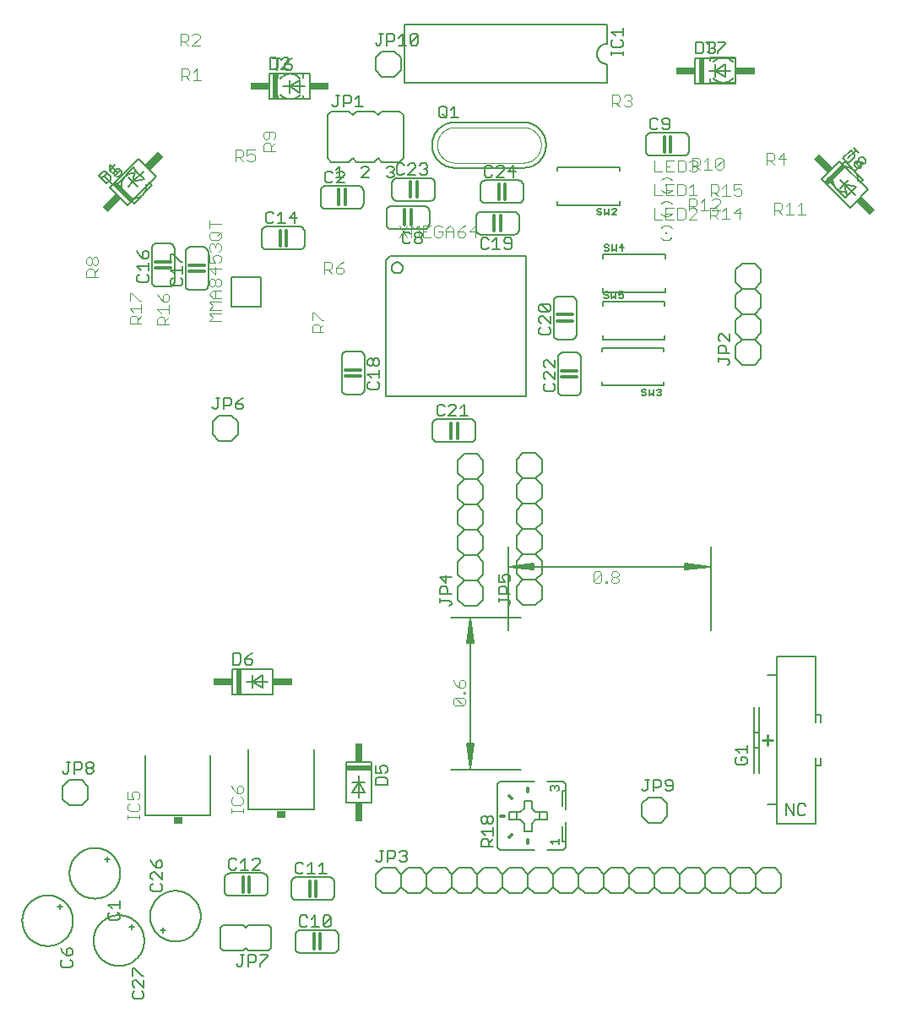
<source format=gtl>
G75*
%MOIN*%
%OFA0B0*%
%FSLAX25Y25*%
%IPPOS*%
%LPD*%
%AMOC8*
5,1,8,0,0,1.08239X$1,22.5*
%
%ADD10C,0.00600*%
%ADD11C,0.01200*%
%ADD12C,0.00500*%
%ADD13R,0.02000X0.10000*%
%ADD14R,0.07500X0.03000*%
%ADD15R,0.10000X0.02000*%
%ADD16R,0.03000X0.07500*%
%ADD17C,0.01000*%
%ADD18C,0.00800*%
%ADD19C,0.00400*%
%ADD20R,0.03400X0.03000*%
%ADD21R,0.00787X0.00787*%
%ADD22R,0.00591X0.00984*%
%ADD23C,0.00200*%
%ADD24C,0.00512*%
D10*
X0012208Y0033817D02*
X0012211Y0034062D01*
X0012220Y0034308D01*
X0012235Y0034553D01*
X0012256Y0034797D01*
X0012283Y0035041D01*
X0012316Y0035284D01*
X0012355Y0035527D01*
X0012400Y0035768D01*
X0012451Y0036008D01*
X0012508Y0036247D01*
X0012570Y0036484D01*
X0012639Y0036720D01*
X0012713Y0036954D01*
X0012793Y0037186D01*
X0012878Y0037416D01*
X0012969Y0037644D01*
X0013066Y0037869D01*
X0013168Y0038093D01*
X0013276Y0038313D01*
X0013389Y0038531D01*
X0013507Y0038746D01*
X0013631Y0038958D01*
X0013759Y0039167D01*
X0013893Y0039373D01*
X0014032Y0039575D01*
X0014176Y0039774D01*
X0014325Y0039969D01*
X0014478Y0040161D01*
X0014636Y0040349D01*
X0014798Y0040533D01*
X0014966Y0040712D01*
X0015137Y0040888D01*
X0015313Y0041059D01*
X0015492Y0041227D01*
X0015676Y0041389D01*
X0015864Y0041547D01*
X0016056Y0041700D01*
X0016251Y0041849D01*
X0016450Y0041993D01*
X0016652Y0042132D01*
X0016858Y0042266D01*
X0017067Y0042394D01*
X0017279Y0042518D01*
X0017494Y0042636D01*
X0017712Y0042749D01*
X0017932Y0042857D01*
X0018156Y0042959D01*
X0018381Y0043056D01*
X0018609Y0043147D01*
X0018839Y0043232D01*
X0019071Y0043312D01*
X0019305Y0043386D01*
X0019541Y0043455D01*
X0019778Y0043517D01*
X0020017Y0043574D01*
X0020257Y0043625D01*
X0020498Y0043670D01*
X0020741Y0043709D01*
X0020984Y0043742D01*
X0021228Y0043769D01*
X0021472Y0043790D01*
X0021717Y0043805D01*
X0021963Y0043814D01*
X0022208Y0043817D01*
X0022453Y0043814D01*
X0022699Y0043805D01*
X0022944Y0043790D01*
X0023188Y0043769D01*
X0023432Y0043742D01*
X0023675Y0043709D01*
X0023918Y0043670D01*
X0024159Y0043625D01*
X0024399Y0043574D01*
X0024638Y0043517D01*
X0024875Y0043455D01*
X0025111Y0043386D01*
X0025345Y0043312D01*
X0025577Y0043232D01*
X0025807Y0043147D01*
X0026035Y0043056D01*
X0026260Y0042959D01*
X0026484Y0042857D01*
X0026704Y0042749D01*
X0026922Y0042636D01*
X0027137Y0042518D01*
X0027349Y0042394D01*
X0027558Y0042266D01*
X0027764Y0042132D01*
X0027966Y0041993D01*
X0028165Y0041849D01*
X0028360Y0041700D01*
X0028552Y0041547D01*
X0028740Y0041389D01*
X0028924Y0041227D01*
X0029103Y0041059D01*
X0029279Y0040888D01*
X0029450Y0040712D01*
X0029618Y0040533D01*
X0029780Y0040349D01*
X0029938Y0040161D01*
X0030091Y0039969D01*
X0030240Y0039774D01*
X0030384Y0039575D01*
X0030523Y0039373D01*
X0030657Y0039167D01*
X0030785Y0038958D01*
X0030909Y0038746D01*
X0031027Y0038531D01*
X0031140Y0038313D01*
X0031248Y0038093D01*
X0031350Y0037869D01*
X0031447Y0037644D01*
X0031538Y0037416D01*
X0031623Y0037186D01*
X0031703Y0036954D01*
X0031777Y0036720D01*
X0031846Y0036484D01*
X0031908Y0036247D01*
X0031965Y0036008D01*
X0032016Y0035768D01*
X0032061Y0035527D01*
X0032100Y0035284D01*
X0032133Y0035041D01*
X0032160Y0034797D01*
X0032181Y0034553D01*
X0032196Y0034308D01*
X0032205Y0034062D01*
X0032208Y0033817D01*
X0032205Y0033572D01*
X0032196Y0033326D01*
X0032181Y0033081D01*
X0032160Y0032837D01*
X0032133Y0032593D01*
X0032100Y0032350D01*
X0032061Y0032107D01*
X0032016Y0031866D01*
X0031965Y0031626D01*
X0031908Y0031387D01*
X0031846Y0031150D01*
X0031777Y0030914D01*
X0031703Y0030680D01*
X0031623Y0030448D01*
X0031538Y0030218D01*
X0031447Y0029990D01*
X0031350Y0029765D01*
X0031248Y0029541D01*
X0031140Y0029321D01*
X0031027Y0029103D01*
X0030909Y0028888D01*
X0030785Y0028676D01*
X0030657Y0028467D01*
X0030523Y0028261D01*
X0030384Y0028059D01*
X0030240Y0027860D01*
X0030091Y0027665D01*
X0029938Y0027473D01*
X0029780Y0027285D01*
X0029618Y0027101D01*
X0029450Y0026922D01*
X0029279Y0026746D01*
X0029103Y0026575D01*
X0028924Y0026407D01*
X0028740Y0026245D01*
X0028552Y0026087D01*
X0028360Y0025934D01*
X0028165Y0025785D01*
X0027966Y0025641D01*
X0027764Y0025502D01*
X0027558Y0025368D01*
X0027349Y0025240D01*
X0027137Y0025116D01*
X0026922Y0024998D01*
X0026704Y0024885D01*
X0026484Y0024777D01*
X0026260Y0024675D01*
X0026035Y0024578D01*
X0025807Y0024487D01*
X0025577Y0024402D01*
X0025345Y0024322D01*
X0025111Y0024248D01*
X0024875Y0024179D01*
X0024638Y0024117D01*
X0024399Y0024060D01*
X0024159Y0024009D01*
X0023918Y0023964D01*
X0023675Y0023925D01*
X0023432Y0023892D01*
X0023188Y0023865D01*
X0022944Y0023844D01*
X0022699Y0023829D01*
X0022453Y0023820D01*
X0022208Y0023817D01*
X0021963Y0023820D01*
X0021717Y0023829D01*
X0021472Y0023844D01*
X0021228Y0023865D01*
X0020984Y0023892D01*
X0020741Y0023925D01*
X0020498Y0023964D01*
X0020257Y0024009D01*
X0020017Y0024060D01*
X0019778Y0024117D01*
X0019541Y0024179D01*
X0019305Y0024248D01*
X0019071Y0024322D01*
X0018839Y0024402D01*
X0018609Y0024487D01*
X0018381Y0024578D01*
X0018156Y0024675D01*
X0017932Y0024777D01*
X0017712Y0024885D01*
X0017494Y0024998D01*
X0017279Y0025116D01*
X0017067Y0025240D01*
X0016858Y0025368D01*
X0016652Y0025502D01*
X0016450Y0025641D01*
X0016251Y0025785D01*
X0016056Y0025934D01*
X0015864Y0026087D01*
X0015676Y0026245D01*
X0015492Y0026407D01*
X0015313Y0026575D01*
X0015137Y0026746D01*
X0014966Y0026922D01*
X0014798Y0027101D01*
X0014636Y0027285D01*
X0014478Y0027473D01*
X0014325Y0027665D01*
X0014176Y0027860D01*
X0014032Y0028059D01*
X0013893Y0028261D01*
X0013759Y0028467D01*
X0013631Y0028676D01*
X0013507Y0028888D01*
X0013389Y0029103D01*
X0013276Y0029321D01*
X0013168Y0029541D01*
X0013066Y0029765D01*
X0012969Y0029990D01*
X0012878Y0030218D01*
X0012793Y0030448D01*
X0012713Y0030680D01*
X0012639Y0030914D01*
X0012570Y0031150D01*
X0012508Y0031387D01*
X0012451Y0031626D01*
X0012400Y0031866D01*
X0012355Y0032107D01*
X0012316Y0032350D01*
X0012283Y0032593D01*
X0012256Y0032837D01*
X0012235Y0033081D01*
X0012220Y0033326D01*
X0012211Y0033572D01*
X0012208Y0033817D01*
X0026208Y0039317D02*
X0027208Y0039317D01*
X0028208Y0039317D01*
X0027208Y0039317D02*
X0027208Y0038317D01*
X0027208Y0039317D02*
X0027208Y0040317D01*
X0030818Y0052534D02*
X0030821Y0052779D01*
X0030830Y0053025D01*
X0030845Y0053270D01*
X0030866Y0053514D01*
X0030893Y0053758D01*
X0030926Y0054001D01*
X0030965Y0054244D01*
X0031010Y0054485D01*
X0031061Y0054725D01*
X0031118Y0054964D01*
X0031180Y0055201D01*
X0031249Y0055437D01*
X0031323Y0055671D01*
X0031403Y0055903D01*
X0031488Y0056133D01*
X0031579Y0056361D01*
X0031676Y0056586D01*
X0031778Y0056810D01*
X0031886Y0057030D01*
X0031999Y0057248D01*
X0032117Y0057463D01*
X0032241Y0057675D01*
X0032369Y0057884D01*
X0032503Y0058090D01*
X0032642Y0058292D01*
X0032786Y0058491D01*
X0032935Y0058686D01*
X0033088Y0058878D01*
X0033246Y0059066D01*
X0033408Y0059250D01*
X0033576Y0059429D01*
X0033747Y0059605D01*
X0033923Y0059776D01*
X0034102Y0059944D01*
X0034286Y0060106D01*
X0034474Y0060264D01*
X0034666Y0060417D01*
X0034861Y0060566D01*
X0035060Y0060710D01*
X0035262Y0060849D01*
X0035468Y0060983D01*
X0035677Y0061111D01*
X0035889Y0061235D01*
X0036104Y0061353D01*
X0036322Y0061466D01*
X0036542Y0061574D01*
X0036766Y0061676D01*
X0036991Y0061773D01*
X0037219Y0061864D01*
X0037449Y0061949D01*
X0037681Y0062029D01*
X0037915Y0062103D01*
X0038151Y0062172D01*
X0038388Y0062234D01*
X0038627Y0062291D01*
X0038867Y0062342D01*
X0039108Y0062387D01*
X0039351Y0062426D01*
X0039594Y0062459D01*
X0039838Y0062486D01*
X0040082Y0062507D01*
X0040327Y0062522D01*
X0040573Y0062531D01*
X0040818Y0062534D01*
X0041063Y0062531D01*
X0041309Y0062522D01*
X0041554Y0062507D01*
X0041798Y0062486D01*
X0042042Y0062459D01*
X0042285Y0062426D01*
X0042528Y0062387D01*
X0042769Y0062342D01*
X0043009Y0062291D01*
X0043248Y0062234D01*
X0043485Y0062172D01*
X0043721Y0062103D01*
X0043955Y0062029D01*
X0044187Y0061949D01*
X0044417Y0061864D01*
X0044645Y0061773D01*
X0044870Y0061676D01*
X0045094Y0061574D01*
X0045314Y0061466D01*
X0045532Y0061353D01*
X0045747Y0061235D01*
X0045959Y0061111D01*
X0046168Y0060983D01*
X0046374Y0060849D01*
X0046576Y0060710D01*
X0046775Y0060566D01*
X0046970Y0060417D01*
X0047162Y0060264D01*
X0047350Y0060106D01*
X0047534Y0059944D01*
X0047713Y0059776D01*
X0047889Y0059605D01*
X0048060Y0059429D01*
X0048228Y0059250D01*
X0048390Y0059066D01*
X0048548Y0058878D01*
X0048701Y0058686D01*
X0048850Y0058491D01*
X0048994Y0058292D01*
X0049133Y0058090D01*
X0049267Y0057884D01*
X0049395Y0057675D01*
X0049519Y0057463D01*
X0049637Y0057248D01*
X0049750Y0057030D01*
X0049858Y0056810D01*
X0049960Y0056586D01*
X0050057Y0056361D01*
X0050148Y0056133D01*
X0050233Y0055903D01*
X0050313Y0055671D01*
X0050387Y0055437D01*
X0050456Y0055201D01*
X0050518Y0054964D01*
X0050575Y0054725D01*
X0050626Y0054485D01*
X0050671Y0054244D01*
X0050710Y0054001D01*
X0050743Y0053758D01*
X0050770Y0053514D01*
X0050791Y0053270D01*
X0050806Y0053025D01*
X0050815Y0052779D01*
X0050818Y0052534D01*
X0050815Y0052289D01*
X0050806Y0052043D01*
X0050791Y0051798D01*
X0050770Y0051554D01*
X0050743Y0051310D01*
X0050710Y0051067D01*
X0050671Y0050824D01*
X0050626Y0050583D01*
X0050575Y0050343D01*
X0050518Y0050104D01*
X0050456Y0049867D01*
X0050387Y0049631D01*
X0050313Y0049397D01*
X0050233Y0049165D01*
X0050148Y0048935D01*
X0050057Y0048707D01*
X0049960Y0048482D01*
X0049858Y0048258D01*
X0049750Y0048038D01*
X0049637Y0047820D01*
X0049519Y0047605D01*
X0049395Y0047393D01*
X0049267Y0047184D01*
X0049133Y0046978D01*
X0048994Y0046776D01*
X0048850Y0046577D01*
X0048701Y0046382D01*
X0048548Y0046190D01*
X0048390Y0046002D01*
X0048228Y0045818D01*
X0048060Y0045639D01*
X0047889Y0045463D01*
X0047713Y0045292D01*
X0047534Y0045124D01*
X0047350Y0044962D01*
X0047162Y0044804D01*
X0046970Y0044651D01*
X0046775Y0044502D01*
X0046576Y0044358D01*
X0046374Y0044219D01*
X0046168Y0044085D01*
X0045959Y0043957D01*
X0045747Y0043833D01*
X0045532Y0043715D01*
X0045314Y0043602D01*
X0045094Y0043494D01*
X0044870Y0043392D01*
X0044645Y0043295D01*
X0044417Y0043204D01*
X0044187Y0043119D01*
X0043955Y0043039D01*
X0043721Y0042965D01*
X0043485Y0042896D01*
X0043248Y0042834D01*
X0043009Y0042777D01*
X0042769Y0042726D01*
X0042528Y0042681D01*
X0042285Y0042642D01*
X0042042Y0042609D01*
X0041798Y0042582D01*
X0041554Y0042561D01*
X0041309Y0042546D01*
X0041063Y0042537D01*
X0040818Y0042534D01*
X0040573Y0042537D01*
X0040327Y0042546D01*
X0040082Y0042561D01*
X0039838Y0042582D01*
X0039594Y0042609D01*
X0039351Y0042642D01*
X0039108Y0042681D01*
X0038867Y0042726D01*
X0038627Y0042777D01*
X0038388Y0042834D01*
X0038151Y0042896D01*
X0037915Y0042965D01*
X0037681Y0043039D01*
X0037449Y0043119D01*
X0037219Y0043204D01*
X0036991Y0043295D01*
X0036766Y0043392D01*
X0036542Y0043494D01*
X0036322Y0043602D01*
X0036104Y0043715D01*
X0035889Y0043833D01*
X0035677Y0043957D01*
X0035468Y0044085D01*
X0035262Y0044219D01*
X0035060Y0044358D01*
X0034861Y0044502D01*
X0034666Y0044651D01*
X0034474Y0044804D01*
X0034286Y0044962D01*
X0034102Y0045124D01*
X0033923Y0045292D01*
X0033747Y0045463D01*
X0033576Y0045639D01*
X0033408Y0045818D01*
X0033246Y0046002D01*
X0033088Y0046190D01*
X0032935Y0046382D01*
X0032786Y0046577D01*
X0032642Y0046776D01*
X0032503Y0046978D01*
X0032369Y0047184D01*
X0032241Y0047393D01*
X0032117Y0047605D01*
X0031999Y0047820D01*
X0031886Y0048038D01*
X0031778Y0048258D01*
X0031676Y0048482D01*
X0031579Y0048707D01*
X0031488Y0048935D01*
X0031403Y0049165D01*
X0031323Y0049397D01*
X0031249Y0049631D01*
X0031180Y0049867D01*
X0031118Y0050104D01*
X0031061Y0050343D01*
X0031010Y0050583D01*
X0030965Y0050824D01*
X0030926Y0051067D01*
X0030893Y0051310D01*
X0030866Y0051554D01*
X0030845Y0051798D01*
X0030830Y0052043D01*
X0030821Y0052289D01*
X0030818Y0052534D01*
X0044818Y0058034D02*
X0045818Y0058034D01*
X0046818Y0058034D01*
X0045818Y0058034D02*
X0045818Y0057034D01*
X0045818Y0058034D02*
X0045818Y0059034D01*
X0035606Y0079372D02*
X0030606Y0079372D01*
X0028106Y0081872D01*
X0028106Y0086872D01*
X0030606Y0089372D01*
X0035606Y0089372D01*
X0038106Y0086872D01*
X0038106Y0081872D01*
X0035606Y0079372D01*
X0062641Y0035597D02*
X0062644Y0035842D01*
X0062653Y0036088D01*
X0062668Y0036333D01*
X0062689Y0036577D01*
X0062716Y0036821D01*
X0062749Y0037064D01*
X0062788Y0037307D01*
X0062833Y0037548D01*
X0062884Y0037788D01*
X0062941Y0038027D01*
X0063003Y0038264D01*
X0063072Y0038500D01*
X0063146Y0038734D01*
X0063226Y0038966D01*
X0063311Y0039196D01*
X0063402Y0039424D01*
X0063499Y0039649D01*
X0063601Y0039873D01*
X0063709Y0040093D01*
X0063822Y0040311D01*
X0063940Y0040526D01*
X0064064Y0040738D01*
X0064192Y0040947D01*
X0064326Y0041153D01*
X0064465Y0041355D01*
X0064609Y0041554D01*
X0064758Y0041749D01*
X0064911Y0041941D01*
X0065069Y0042129D01*
X0065231Y0042313D01*
X0065399Y0042492D01*
X0065570Y0042668D01*
X0065746Y0042839D01*
X0065925Y0043007D01*
X0066109Y0043169D01*
X0066297Y0043327D01*
X0066489Y0043480D01*
X0066684Y0043629D01*
X0066883Y0043773D01*
X0067085Y0043912D01*
X0067291Y0044046D01*
X0067500Y0044174D01*
X0067712Y0044298D01*
X0067927Y0044416D01*
X0068145Y0044529D01*
X0068365Y0044637D01*
X0068589Y0044739D01*
X0068814Y0044836D01*
X0069042Y0044927D01*
X0069272Y0045012D01*
X0069504Y0045092D01*
X0069738Y0045166D01*
X0069974Y0045235D01*
X0070211Y0045297D01*
X0070450Y0045354D01*
X0070690Y0045405D01*
X0070931Y0045450D01*
X0071174Y0045489D01*
X0071417Y0045522D01*
X0071661Y0045549D01*
X0071905Y0045570D01*
X0072150Y0045585D01*
X0072396Y0045594D01*
X0072641Y0045597D01*
X0072886Y0045594D01*
X0073132Y0045585D01*
X0073377Y0045570D01*
X0073621Y0045549D01*
X0073865Y0045522D01*
X0074108Y0045489D01*
X0074351Y0045450D01*
X0074592Y0045405D01*
X0074832Y0045354D01*
X0075071Y0045297D01*
X0075308Y0045235D01*
X0075544Y0045166D01*
X0075778Y0045092D01*
X0076010Y0045012D01*
X0076240Y0044927D01*
X0076468Y0044836D01*
X0076693Y0044739D01*
X0076917Y0044637D01*
X0077137Y0044529D01*
X0077355Y0044416D01*
X0077570Y0044298D01*
X0077782Y0044174D01*
X0077991Y0044046D01*
X0078197Y0043912D01*
X0078399Y0043773D01*
X0078598Y0043629D01*
X0078793Y0043480D01*
X0078985Y0043327D01*
X0079173Y0043169D01*
X0079357Y0043007D01*
X0079536Y0042839D01*
X0079712Y0042668D01*
X0079883Y0042492D01*
X0080051Y0042313D01*
X0080213Y0042129D01*
X0080371Y0041941D01*
X0080524Y0041749D01*
X0080673Y0041554D01*
X0080817Y0041355D01*
X0080956Y0041153D01*
X0081090Y0040947D01*
X0081218Y0040738D01*
X0081342Y0040526D01*
X0081460Y0040311D01*
X0081573Y0040093D01*
X0081681Y0039873D01*
X0081783Y0039649D01*
X0081880Y0039424D01*
X0081971Y0039196D01*
X0082056Y0038966D01*
X0082136Y0038734D01*
X0082210Y0038500D01*
X0082279Y0038264D01*
X0082341Y0038027D01*
X0082398Y0037788D01*
X0082449Y0037548D01*
X0082494Y0037307D01*
X0082533Y0037064D01*
X0082566Y0036821D01*
X0082593Y0036577D01*
X0082614Y0036333D01*
X0082629Y0036088D01*
X0082638Y0035842D01*
X0082641Y0035597D01*
X0082638Y0035352D01*
X0082629Y0035106D01*
X0082614Y0034861D01*
X0082593Y0034617D01*
X0082566Y0034373D01*
X0082533Y0034130D01*
X0082494Y0033887D01*
X0082449Y0033646D01*
X0082398Y0033406D01*
X0082341Y0033167D01*
X0082279Y0032930D01*
X0082210Y0032694D01*
X0082136Y0032460D01*
X0082056Y0032228D01*
X0081971Y0031998D01*
X0081880Y0031770D01*
X0081783Y0031545D01*
X0081681Y0031321D01*
X0081573Y0031101D01*
X0081460Y0030883D01*
X0081342Y0030668D01*
X0081218Y0030456D01*
X0081090Y0030247D01*
X0080956Y0030041D01*
X0080817Y0029839D01*
X0080673Y0029640D01*
X0080524Y0029445D01*
X0080371Y0029253D01*
X0080213Y0029065D01*
X0080051Y0028881D01*
X0079883Y0028702D01*
X0079712Y0028526D01*
X0079536Y0028355D01*
X0079357Y0028187D01*
X0079173Y0028025D01*
X0078985Y0027867D01*
X0078793Y0027714D01*
X0078598Y0027565D01*
X0078399Y0027421D01*
X0078197Y0027282D01*
X0077991Y0027148D01*
X0077782Y0027020D01*
X0077570Y0026896D01*
X0077355Y0026778D01*
X0077137Y0026665D01*
X0076917Y0026557D01*
X0076693Y0026455D01*
X0076468Y0026358D01*
X0076240Y0026267D01*
X0076010Y0026182D01*
X0075778Y0026102D01*
X0075544Y0026028D01*
X0075308Y0025959D01*
X0075071Y0025897D01*
X0074832Y0025840D01*
X0074592Y0025789D01*
X0074351Y0025744D01*
X0074108Y0025705D01*
X0073865Y0025672D01*
X0073621Y0025645D01*
X0073377Y0025624D01*
X0073132Y0025609D01*
X0072886Y0025600D01*
X0072641Y0025597D01*
X0072396Y0025600D01*
X0072150Y0025609D01*
X0071905Y0025624D01*
X0071661Y0025645D01*
X0071417Y0025672D01*
X0071174Y0025705D01*
X0070931Y0025744D01*
X0070690Y0025789D01*
X0070450Y0025840D01*
X0070211Y0025897D01*
X0069974Y0025959D01*
X0069738Y0026028D01*
X0069504Y0026102D01*
X0069272Y0026182D01*
X0069042Y0026267D01*
X0068814Y0026358D01*
X0068589Y0026455D01*
X0068365Y0026557D01*
X0068145Y0026665D01*
X0067927Y0026778D01*
X0067712Y0026896D01*
X0067500Y0027020D01*
X0067291Y0027148D01*
X0067085Y0027282D01*
X0066883Y0027421D01*
X0066684Y0027565D01*
X0066489Y0027714D01*
X0066297Y0027867D01*
X0066109Y0028025D01*
X0065925Y0028187D01*
X0065746Y0028355D01*
X0065570Y0028526D01*
X0065399Y0028702D01*
X0065231Y0028881D01*
X0065069Y0029065D01*
X0064911Y0029253D01*
X0064758Y0029445D01*
X0064609Y0029640D01*
X0064465Y0029839D01*
X0064326Y0030041D01*
X0064192Y0030247D01*
X0064064Y0030456D01*
X0063940Y0030668D01*
X0063822Y0030883D01*
X0063709Y0031101D01*
X0063601Y0031321D01*
X0063499Y0031545D01*
X0063402Y0031770D01*
X0063311Y0031998D01*
X0063226Y0032228D01*
X0063146Y0032460D01*
X0063072Y0032694D01*
X0063003Y0032930D01*
X0062941Y0033167D01*
X0062884Y0033406D01*
X0062833Y0033646D01*
X0062788Y0033887D01*
X0062749Y0034130D01*
X0062716Y0034373D01*
X0062689Y0034617D01*
X0062668Y0034861D01*
X0062653Y0035106D01*
X0062644Y0035352D01*
X0062641Y0035597D01*
X0067641Y0031097D02*
X0067641Y0030097D01*
X0066641Y0030097D01*
X0067641Y0030097D02*
X0068641Y0030097D01*
X0067641Y0030097D02*
X0067641Y0029097D01*
X0056326Y0031478D02*
X0055326Y0031478D01*
X0055326Y0030478D01*
X0055326Y0031478D02*
X0054326Y0031478D01*
X0055326Y0031478D02*
X0055326Y0032478D01*
X0040326Y0025978D02*
X0040329Y0026223D01*
X0040338Y0026469D01*
X0040353Y0026714D01*
X0040374Y0026958D01*
X0040401Y0027202D01*
X0040434Y0027445D01*
X0040473Y0027688D01*
X0040518Y0027929D01*
X0040569Y0028169D01*
X0040626Y0028408D01*
X0040688Y0028645D01*
X0040757Y0028881D01*
X0040831Y0029115D01*
X0040911Y0029347D01*
X0040996Y0029577D01*
X0041087Y0029805D01*
X0041184Y0030030D01*
X0041286Y0030254D01*
X0041394Y0030474D01*
X0041507Y0030692D01*
X0041625Y0030907D01*
X0041749Y0031119D01*
X0041877Y0031328D01*
X0042011Y0031534D01*
X0042150Y0031736D01*
X0042294Y0031935D01*
X0042443Y0032130D01*
X0042596Y0032322D01*
X0042754Y0032510D01*
X0042916Y0032694D01*
X0043084Y0032873D01*
X0043255Y0033049D01*
X0043431Y0033220D01*
X0043610Y0033388D01*
X0043794Y0033550D01*
X0043982Y0033708D01*
X0044174Y0033861D01*
X0044369Y0034010D01*
X0044568Y0034154D01*
X0044770Y0034293D01*
X0044976Y0034427D01*
X0045185Y0034555D01*
X0045397Y0034679D01*
X0045612Y0034797D01*
X0045830Y0034910D01*
X0046050Y0035018D01*
X0046274Y0035120D01*
X0046499Y0035217D01*
X0046727Y0035308D01*
X0046957Y0035393D01*
X0047189Y0035473D01*
X0047423Y0035547D01*
X0047659Y0035616D01*
X0047896Y0035678D01*
X0048135Y0035735D01*
X0048375Y0035786D01*
X0048616Y0035831D01*
X0048859Y0035870D01*
X0049102Y0035903D01*
X0049346Y0035930D01*
X0049590Y0035951D01*
X0049835Y0035966D01*
X0050081Y0035975D01*
X0050326Y0035978D01*
X0050571Y0035975D01*
X0050817Y0035966D01*
X0051062Y0035951D01*
X0051306Y0035930D01*
X0051550Y0035903D01*
X0051793Y0035870D01*
X0052036Y0035831D01*
X0052277Y0035786D01*
X0052517Y0035735D01*
X0052756Y0035678D01*
X0052993Y0035616D01*
X0053229Y0035547D01*
X0053463Y0035473D01*
X0053695Y0035393D01*
X0053925Y0035308D01*
X0054153Y0035217D01*
X0054378Y0035120D01*
X0054602Y0035018D01*
X0054822Y0034910D01*
X0055040Y0034797D01*
X0055255Y0034679D01*
X0055467Y0034555D01*
X0055676Y0034427D01*
X0055882Y0034293D01*
X0056084Y0034154D01*
X0056283Y0034010D01*
X0056478Y0033861D01*
X0056670Y0033708D01*
X0056858Y0033550D01*
X0057042Y0033388D01*
X0057221Y0033220D01*
X0057397Y0033049D01*
X0057568Y0032873D01*
X0057736Y0032694D01*
X0057898Y0032510D01*
X0058056Y0032322D01*
X0058209Y0032130D01*
X0058358Y0031935D01*
X0058502Y0031736D01*
X0058641Y0031534D01*
X0058775Y0031328D01*
X0058903Y0031119D01*
X0059027Y0030907D01*
X0059145Y0030692D01*
X0059258Y0030474D01*
X0059366Y0030254D01*
X0059468Y0030030D01*
X0059565Y0029805D01*
X0059656Y0029577D01*
X0059741Y0029347D01*
X0059821Y0029115D01*
X0059895Y0028881D01*
X0059964Y0028645D01*
X0060026Y0028408D01*
X0060083Y0028169D01*
X0060134Y0027929D01*
X0060179Y0027688D01*
X0060218Y0027445D01*
X0060251Y0027202D01*
X0060278Y0026958D01*
X0060299Y0026714D01*
X0060314Y0026469D01*
X0060323Y0026223D01*
X0060326Y0025978D01*
X0060323Y0025733D01*
X0060314Y0025487D01*
X0060299Y0025242D01*
X0060278Y0024998D01*
X0060251Y0024754D01*
X0060218Y0024511D01*
X0060179Y0024268D01*
X0060134Y0024027D01*
X0060083Y0023787D01*
X0060026Y0023548D01*
X0059964Y0023311D01*
X0059895Y0023075D01*
X0059821Y0022841D01*
X0059741Y0022609D01*
X0059656Y0022379D01*
X0059565Y0022151D01*
X0059468Y0021926D01*
X0059366Y0021702D01*
X0059258Y0021482D01*
X0059145Y0021264D01*
X0059027Y0021049D01*
X0058903Y0020837D01*
X0058775Y0020628D01*
X0058641Y0020422D01*
X0058502Y0020220D01*
X0058358Y0020021D01*
X0058209Y0019826D01*
X0058056Y0019634D01*
X0057898Y0019446D01*
X0057736Y0019262D01*
X0057568Y0019083D01*
X0057397Y0018907D01*
X0057221Y0018736D01*
X0057042Y0018568D01*
X0056858Y0018406D01*
X0056670Y0018248D01*
X0056478Y0018095D01*
X0056283Y0017946D01*
X0056084Y0017802D01*
X0055882Y0017663D01*
X0055676Y0017529D01*
X0055467Y0017401D01*
X0055255Y0017277D01*
X0055040Y0017159D01*
X0054822Y0017046D01*
X0054602Y0016938D01*
X0054378Y0016836D01*
X0054153Y0016739D01*
X0053925Y0016648D01*
X0053695Y0016563D01*
X0053463Y0016483D01*
X0053229Y0016409D01*
X0052993Y0016340D01*
X0052756Y0016278D01*
X0052517Y0016221D01*
X0052277Y0016170D01*
X0052036Y0016125D01*
X0051793Y0016086D01*
X0051550Y0016053D01*
X0051306Y0016026D01*
X0051062Y0016005D01*
X0050817Y0015990D01*
X0050571Y0015981D01*
X0050326Y0015978D01*
X0050081Y0015981D01*
X0049835Y0015990D01*
X0049590Y0016005D01*
X0049346Y0016026D01*
X0049102Y0016053D01*
X0048859Y0016086D01*
X0048616Y0016125D01*
X0048375Y0016170D01*
X0048135Y0016221D01*
X0047896Y0016278D01*
X0047659Y0016340D01*
X0047423Y0016409D01*
X0047189Y0016483D01*
X0046957Y0016563D01*
X0046727Y0016648D01*
X0046499Y0016739D01*
X0046274Y0016836D01*
X0046050Y0016938D01*
X0045830Y0017046D01*
X0045612Y0017159D01*
X0045397Y0017277D01*
X0045185Y0017401D01*
X0044976Y0017529D01*
X0044770Y0017663D01*
X0044568Y0017802D01*
X0044369Y0017946D01*
X0044174Y0018095D01*
X0043982Y0018248D01*
X0043794Y0018406D01*
X0043610Y0018568D01*
X0043431Y0018736D01*
X0043255Y0018907D01*
X0043084Y0019083D01*
X0042916Y0019262D01*
X0042754Y0019446D01*
X0042596Y0019634D01*
X0042443Y0019826D01*
X0042294Y0020021D01*
X0042150Y0020220D01*
X0042011Y0020422D01*
X0041877Y0020628D01*
X0041749Y0020837D01*
X0041625Y0021049D01*
X0041507Y0021264D01*
X0041394Y0021482D01*
X0041286Y0021702D01*
X0041184Y0021926D01*
X0041087Y0022151D01*
X0040996Y0022379D01*
X0040911Y0022609D01*
X0040831Y0022841D01*
X0040757Y0023075D01*
X0040688Y0023311D01*
X0040626Y0023548D01*
X0040569Y0023787D01*
X0040518Y0024027D01*
X0040473Y0024268D01*
X0040434Y0024511D01*
X0040401Y0024754D01*
X0040374Y0024998D01*
X0040353Y0025242D01*
X0040338Y0025487D01*
X0040329Y0025733D01*
X0040326Y0025978D01*
X0090361Y0023093D02*
X0091361Y0022093D01*
X0099361Y0022093D01*
X0100361Y0023093D01*
X0101361Y0022093D01*
X0109361Y0022093D01*
X0110361Y0023093D01*
X0110361Y0031093D01*
X0109361Y0032093D01*
X0101361Y0032093D01*
X0100361Y0031093D01*
X0099361Y0032093D01*
X0091361Y0032093D01*
X0090361Y0031093D01*
X0090361Y0023093D01*
X0094066Y0043545D02*
X0107066Y0043545D01*
X0107153Y0043547D01*
X0107240Y0043553D01*
X0107327Y0043562D01*
X0107413Y0043575D01*
X0107499Y0043592D01*
X0107584Y0043613D01*
X0107667Y0043638D01*
X0107750Y0043666D01*
X0107831Y0043697D01*
X0107911Y0043732D01*
X0107989Y0043771D01*
X0108066Y0043813D01*
X0108141Y0043858D01*
X0108213Y0043907D01*
X0108284Y0043958D01*
X0108352Y0044013D01*
X0108417Y0044070D01*
X0108480Y0044131D01*
X0108541Y0044194D01*
X0108598Y0044259D01*
X0108653Y0044327D01*
X0108704Y0044398D01*
X0108753Y0044470D01*
X0108798Y0044545D01*
X0108840Y0044622D01*
X0108879Y0044700D01*
X0108914Y0044780D01*
X0108945Y0044861D01*
X0108973Y0044944D01*
X0108998Y0045027D01*
X0109019Y0045112D01*
X0109036Y0045198D01*
X0109049Y0045284D01*
X0109058Y0045371D01*
X0109064Y0045458D01*
X0109066Y0045545D01*
X0109066Y0050545D01*
X0109064Y0050632D01*
X0109058Y0050719D01*
X0109049Y0050806D01*
X0109036Y0050892D01*
X0109019Y0050978D01*
X0108998Y0051063D01*
X0108973Y0051146D01*
X0108945Y0051229D01*
X0108914Y0051310D01*
X0108879Y0051390D01*
X0108840Y0051468D01*
X0108798Y0051545D01*
X0108753Y0051620D01*
X0108704Y0051692D01*
X0108653Y0051763D01*
X0108598Y0051831D01*
X0108541Y0051896D01*
X0108480Y0051959D01*
X0108417Y0052020D01*
X0108352Y0052077D01*
X0108284Y0052132D01*
X0108213Y0052183D01*
X0108141Y0052232D01*
X0108066Y0052277D01*
X0107989Y0052319D01*
X0107911Y0052358D01*
X0107831Y0052393D01*
X0107750Y0052424D01*
X0107667Y0052452D01*
X0107584Y0052477D01*
X0107499Y0052498D01*
X0107413Y0052515D01*
X0107327Y0052528D01*
X0107240Y0052537D01*
X0107153Y0052543D01*
X0107066Y0052545D01*
X0094066Y0052545D01*
X0093979Y0052543D01*
X0093892Y0052537D01*
X0093805Y0052528D01*
X0093719Y0052515D01*
X0093633Y0052498D01*
X0093548Y0052477D01*
X0093465Y0052452D01*
X0093382Y0052424D01*
X0093301Y0052393D01*
X0093221Y0052358D01*
X0093143Y0052319D01*
X0093066Y0052277D01*
X0092991Y0052232D01*
X0092919Y0052183D01*
X0092848Y0052132D01*
X0092780Y0052077D01*
X0092715Y0052020D01*
X0092652Y0051959D01*
X0092591Y0051896D01*
X0092534Y0051831D01*
X0092479Y0051763D01*
X0092428Y0051692D01*
X0092379Y0051620D01*
X0092334Y0051545D01*
X0092292Y0051468D01*
X0092253Y0051390D01*
X0092218Y0051310D01*
X0092187Y0051229D01*
X0092159Y0051146D01*
X0092134Y0051063D01*
X0092113Y0050978D01*
X0092096Y0050892D01*
X0092083Y0050806D01*
X0092074Y0050719D01*
X0092068Y0050632D01*
X0092066Y0050545D01*
X0092066Y0045545D01*
X0092068Y0045458D01*
X0092074Y0045371D01*
X0092083Y0045284D01*
X0092096Y0045198D01*
X0092113Y0045112D01*
X0092134Y0045027D01*
X0092159Y0044944D01*
X0092187Y0044861D01*
X0092218Y0044780D01*
X0092253Y0044700D01*
X0092292Y0044622D01*
X0092334Y0044545D01*
X0092379Y0044470D01*
X0092428Y0044398D01*
X0092479Y0044327D01*
X0092534Y0044259D01*
X0092591Y0044194D01*
X0092652Y0044131D01*
X0092715Y0044070D01*
X0092780Y0044013D01*
X0092848Y0043958D01*
X0092919Y0043907D01*
X0092991Y0043858D01*
X0093066Y0043813D01*
X0093143Y0043771D01*
X0093221Y0043732D01*
X0093301Y0043697D01*
X0093382Y0043666D01*
X0093465Y0043638D01*
X0093548Y0043613D01*
X0093633Y0043592D01*
X0093719Y0043575D01*
X0093805Y0043562D01*
X0093892Y0043553D01*
X0093979Y0043547D01*
X0094066Y0043545D01*
X0118401Y0043975D02*
X0118401Y0048975D01*
X0118403Y0049062D01*
X0118409Y0049149D01*
X0118418Y0049236D01*
X0118431Y0049322D01*
X0118448Y0049408D01*
X0118469Y0049493D01*
X0118494Y0049576D01*
X0118522Y0049659D01*
X0118553Y0049740D01*
X0118588Y0049820D01*
X0118627Y0049898D01*
X0118669Y0049975D01*
X0118714Y0050050D01*
X0118763Y0050122D01*
X0118814Y0050193D01*
X0118869Y0050261D01*
X0118926Y0050326D01*
X0118987Y0050389D01*
X0119050Y0050450D01*
X0119115Y0050507D01*
X0119183Y0050562D01*
X0119254Y0050613D01*
X0119326Y0050662D01*
X0119401Y0050707D01*
X0119478Y0050749D01*
X0119556Y0050788D01*
X0119636Y0050823D01*
X0119717Y0050854D01*
X0119800Y0050882D01*
X0119883Y0050907D01*
X0119968Y0050928D01*
X0120054Y0050945D01*
X0120140Y0050958D01*
X0120227Y0050967D01*
X0120314Y0050973D01*
X0120401Y0050975D01*
X0133401Y0050975D01*
X0133488Y0050973D01*
X0133575Y0050967D01*
X0133662Y0050958D01*
X0133748Y0050945D01*
X0133834Y0050928D01*
X0133919Y0050907D01*
X0134002Y0050882D01*
X0134085Y0050854D01*
X0134166Y0050823D01*
X0134246Y0050788D01*
X0134324Y0050749D01*
X0134401Y0050707D01*
X0134476Y0050662D01*
X0134548Y0050613D01*
X0134619Y0050562D01*
X0134687Y0050507D01*
X0134752Y0050450D01*
X0134815Y0050389D01*
X0134876Y0050326D01*
X0134933Y0050261D01*
X0134988Y0050193D01*
X0135039Y0050122D01*
X0135088Y0050050D01*
X0135133Y0049975D01*
X0135175Y0049898D01*
X0135214Y0049820D01*
X0135249Y0049740D01*
X0135280Y0049659D01*
X0135308Y0049576D01*
X0135333Y0049493D01*
X0135354Y0049408D01*
X0135371Y0049322D01*
X0135384Y0049236D01*
X0135393Y0049149D01*
X0135399Y0049062D01*
X0135401Y0048975D01*
X0135401Y0043975D01*
X0135399Y0043888D01*
X0135393Y0043801D01*
X0135384Y0043714D01*
X0135371Y0043628D01*
X0135354Y0043542D01*
X0135333Y0043457D01*
X0135308Y0043374D01*
X0135280Y0043291D01*
X0135249Y0043210D01*
X0135214Y0043130D01*
X0135175Y0043052D01*
X0135133Y0042975D01*
X0135088Y0042900D01*
X0135039Y0042828D01*
X0134988Y0042757D01*
X0134933Y0042689D01*
X0134876Y0042624D01*
X0134815Y0042561D01*
X0134752Y0042500D01*
X0134687Y0042443D01*
X0134619Y0042388D01*
X0134548Y0042337D01*
X0134476Y0042288D01*
X0134401Y0042243D01*
X0134324Y0042201D01*
X0134246Y0042162D01*
X0134166Y0042127D01*
X0134085Y0042096D01*
X0134002Y0042068D01*
X0133919Y0042043D01*
X0133834Y0042022D01*
X0133748Y0042005D01*
X0133662Y0041992D01*
X0133575Y0041983D01*
X0133488Y0041977D01*
X0133401Y0041975D01*
X0120401Y0041975D01*
X0120314Y0041977D01*
X0120227Y0041983D01*
X0120140Y0041992D01*
X0120054Y0042005D01*
X0119968Y0042022D01*
X0119883Y0042043D01*
X0119800Y0042068D01*
X0119717Y0042096D01*
X0119636Y0042127D01*
X0119556Y0042162D01*
X0119478Y0042201D01*
X0119401Y0042243D01*
X0119326Y0042288D01*
X0119254Y0042337D01*
X0119183Y0042388D01*
X0119115Y0042443D01*
X0119050Y0042500D01*
X0118987Y0042561D01*
X0118926Y0042624D01*
X0118869Y0042689D01*
X0118814Y0042757D01*
X0118763Y0042828D01*
X0118714Y0042900D01*
X0118669Y0042975D01*
X0118627Y0043052D01*
X0118588Y0043130D01*
X0118553Y0043210D01*
X0118522Y0043291D01*
X0118494Y0043374D01*
X0118469Y0043457D01*
X0118448Y0043542D01*
X0118431Y0043628D01*
X0118418Y0043714D01*
X0118409Y0043801D01*
X0118403Y0043888D01*
X0118401Y0043975D01*
X0121991Y0030128D02*
X0134991Y0030128D01*
X0135078Y0030126D01*
X0135165Y0030120D01*
X0135252Y0030111D01*
X0135338Y0030098D01*
X0135424Y0030081D01*
X0135509Y0030060D01*
X0135592Y0030035D01*
X0135675Y0030007D01*
X0135756Y0029976D01*
X0135836Y0029941D01*
X0135914Y0029902D01*
X0135991Y0029860D01*
X0136066Y0029815D01*
X0136138Y0029766D01*
X0136209Y0029715D01*
X0136277Y0029660D01*
X0136342Y0029603D01*
X0136405Y0029542D01*
X0136466Y0029479D01*
X0136523Y0029414D01*
X0136578Y0029346D01*
X0136629Y0029275D01*
X0136678Y0029203D01*
X0136723Y0029128D01*
X0136765Y0029051D01*
X0136804Y0028973D01*
X0136839Y0028893D01*
X0136870Y0028812D01*
X0136898Y0028729D01*
X0136923Y0028646D01*
X0136944Y0028561D01*
X0136961Y0028475D01*
X0136974Y0028389D01*
X0136983Y0028302D01*
X0136989Y0028215D01*
X0136991Y0028128D01*
X0136991Y0023128D01*
X0136989Y0023041D01*
X0136983Y0022954D01*
X0136974Y0022867D01*
X0136961Y0022781D01*
X0136944Y0022695D01*
X0136923Y0022610D01*
X0136898Y0022527D01*
X0136870Y0022444D01*
X0136839Y0022363D01*
X0136804Y0022283D01*
X0136765Y0022205D01*
X0136723Y0022128D01*
X0136678Y0022053D01*
X0136629Y0021981D01*
X0136578Y0021910D01*
X0136523Y0021842D01*
X0136466Y0021777D01*
X0136405Y0021714D01*
X0136342Y0021653D01*
X0136277Y0021596D01*
X0136209Y0021541D01*
X0136138Y0021490D01*
X0136066Y0021441D01*
X0135991Y0021396D01*
X0135914Y0021354D01*
X0135836Y0021315D01*
X0135756Y0021280D01*
X0135675Y0021249D01*
X0135592Y0021221D01*
X0135509Y0021196D01*
X0135424Y0021175D01*
X0135338Y0021158D01*
X0135252Y0021145D01*
X0135165Y0021136D01*
X0135078Y0021130D01*
X0134991Y0021128D01*
X0121991Y0021128D01*
X0121904Y0021130D01*
X0121817Y0021136D01*
X0121730Y0021145D01*
X0121644Y0021158D01*
X0121558Y0021175D01*
X0121473Y0021196D01*
X0121390Y0021221D01*
X0121307Y0021249D01*
X0121226Y0021280D01*
X0121146Y0021315D01*
X0121068Y0021354D01*
X0120991Y0021396D01*
X0120916Y0021441D01*
X0120844Y0021490D01*
X0120773Y0021541D01*
X0120705Y0021596D01*
X0120640Y0021653D01*
X0120577Y0021714D01*
X0120516Y0021777D01*
X0120459Y0021842D01*
X0120404Y0021910D01*
X0120353Y0021981D01*
X0120304Y0022053D01*
X0120259Y0022128D01*
X0120217Y0022205D01*
X0120178Y0022283D01*
X0120143Y0022363D01*
X0120112Y0022444D01*
X0120084Y0022527D01*
X0120059Y0022610D01*
X0120038Y0022695D01*
X0120021Y0022781D01*
X0120008Y0022867D01*
X0119999Y0022954D01*
X0119993Y0023041D01*
X0119991Y0023128D01*
X0119991Y0028128D01*
X0119993Y0028215D01*
X0119999Y0028302D01*
X0120008Y0028389D01*
X0120021Y0028475D01*
X0120038Y0028561D01*
X0120059Y0028646D01*
X0120084Y0028729D01*
X0120112Y0028812D01*
X0120143Y0028893D01*
X0120178Y0028973D01*
X0120217Y0029051D01*
X0120259Y0029128D01*
X0120304Y0029203D01*
X0120353Y0029275D01*
X0120404Y0029346D01*
X0120459Y0029414D01*
X0120516Y0029479D01*
X0120577Y0029542D01*
X0120640Y0029603D01*
X0120705Y0029660D01*
X0120773Y0029715D01*
X0120844Y0029766D01*
X0120916Y0029815D01*
X0120991Y0029860D01*
X0121068Y0029902D01*
X0121146Y0029941D01*
X0121226Y0029976D01*
X0121307Y0030007D01*
X0121390Y0030035D01*
X0121473Y0030060D01*
X0121558Y0030081D01*
X0121644Y0030098D01*
X0121730Y0030111D01*
X0121817Y0030120D01*
X0121904Y0030126D01*
X0121991Y0030128D01*
X0151834Y0047049D02*
X0154334Y0044549D01*
X0159334Y0044549D01*
X0161834Y0047049D01*
X0164334Y0044549D01*
X0169334Y0044549D01*
X0171834Y0047049D01*
X0171834Y0052049D01*
X0169334Y0054549D01*
X0164334Y0054549D01*
X0161834Y0052049D01*
X0161834Y0047049D01*
X0161834Y0052049D02*
X0159334Y0054549D01*
X0154334Y0054549D01*
X0151834Y0052049D01*
X0151834Y0047049D01*
X0171834Y0047049D02*
X0174334Y0044549D01*
X0179334Y0044549D01*
X0181834Y0047049D01*
X0184334Y0044549D01*
X0189334Y0044549D01*
X0191834Y0047049D01*
X0194334Y0044549D01*
X0199334Y0044549D01*
X0201834Y0047049D01*
X0201834Y0052049D01*
X0199334Y0054549D01*
X0194334Y0054549D01*
X0191834Y0052049D01*
X0191834Y0047049D01*
X0191834Y0052049D02*
X0189334Y0054549D01*
X0184334Y0054549D01*
X0181834Y0052049D01*
X0181834Y0047049D01*
X0181834Y0052049D02*
X0179334Y0054549D01*
X0174334Y0054549D01*
X0171834Y0052049D01*
X0199724Y0062687D02*
X0200724Y0061687D01*
X0214224Y0061687D01*
X0219224Y0061687D02*
X0225724Y0061687D01*
X0226724Y0062687D01*
X0226724Y0065187D01*
X0226724Y0072687D01*
X0225224Y0071187D02*
X0225224Y0065187D01*
X0226724Y0065187D01*
X0219224Y0073687D02*
X0216224Y0073687D01*
X0216224Y0076687D01*
X0214724Y0076687D01*
X0213224Y0078187D01*
X0213224Y0081187D01*
X0210224Y0081187D01*
X0210224Y0078187D01*
X0208724Y0076687D01*
X0207224Y0076687D01*
X0204224Y0076687D01*
X0204224Y0073687D01*
X0207224Y0073687D01*
X0208724Y0073687D01*
X0210224Y0072187D01*
X0210224Y0069187D01*
X0213224Y0069187D01*
X0213224Y0072187D01*
X0214724Y0073687D01*
X0216224Y0073687D01*
X0219224Y0073687D02*
X0219224Y0076687D01*
X0216224Y0076687D01*
X0207224Y0076687D02*
X0207224Y0073687D01*
X0199724Y0062687D02*
X0199724Y0087687D01*
X0200724Y0088687D01*
X0214224Y0088687D01*
X0219224Y0088687D02*
X0225724Y0088687D01*
X0226724Y0087687D01*
X0226724Y0085187D01*
X0226724Y0077687D01*
X0225224Y0079187D02*
X0225224Y0085187D01*
X0226724Y0085187D01*
X0256743Y0079998D02*
X0256743Y0074998D01*
X0259243Y0072498D01*
X0264243Y0072498D01*
X0266743Y0074998D01*
X0266743Y0079998D01*
X0264243Y0082498D01*
X0259243Y0082498D01*
X0256743Y0079998D01*
X0254334Y0054549D02*
X0259334Y0054549D01*
X0261834Y0052049D01*
X0261834Y0047049D01*
X0259334Y0044549D01*
X0254334Y0044549D01*
X0251834Y0047049D01*
X0249334Y0044549D01*
X0244334Y0044549D01*
X0241834Y0047049D01*
X0239334Y0044549D01*
X0234334Y0044549D01*
X0231834Y0047049D01*
X0229334Y0044549D01*
X0224334Y0044549D01*
X0221834Y0047049D01*
X0219334Y0044549D01*
X0214334Y0044549D01*
X0211834Y0047049D01*
X0209334Y0044549D01*
X0204334Y0044549D01*
X0201834Y0047049D01*
X0201834Y0052049D02*
X0204334Y0054549D01*
X0209334Y0054549D01*
X0211834Y0052049D01*
X0214334Y0054549D01*
X0219334Y0054549D01*
X0221834Y0052049D01*
X0224334Y0054549D01*
X0229334Y0054549D01*
X0231834Y0052049D01*
X0231834Y0047049D01*
X0231834Y0052049D02*
X0234334Y0054549D01*
X0239334Y0054549D01*
X0241834Y0052049D01*
X0244334Y0054549D01*
X0249334Y0054549D01*
X0251834Y0052049D01*
X0254334Y0054549D01*
X0251834Y0052049D02*
X0251834Y0047049D01*
X0241834Y0047049D02*
X0241834Y0052049D01*
X0261834Y0052049D02*
X0264334Y0054549D01*
X0269334Y0054549D01*
X0271834Y0052049D01*
X0274334Y0054549D01*
X0279334Y0054549D01*
X0281834Y0052049D01*
X0284334Y0054549D01*
X0289334Y0054549D01*
X0291834Y0052049D01*
X0291834Y0047049D01*
X0289334Y0044549D01*
X0284334Y0044549D01*
X0281834Y0047049D01*
X0279334Y0044549D01*
X0274334Y0044549D01*
X0271834Y0047049D01*
X0269334Y0044549D01*
X0264334Y0044549D01*
X0261834Y0047049D01*
X0271834Y0047049D02*
X0271834Y0052049D01*
X0281834Y0052049D02*
X0281834Y0047049D01*
X0291834Y0047049D02*
X0294334Y0044549D01*
X0299334Y0044549D01*
X0301834Y0047049D01*
X0304334Y0044549D01*
X0309334Y0044549D01*
X0311834Y0047049D01*
X0311834Y0052049D01*
X0309334Y0054549D01*
X0304334Y0054549D01*
X0301834Y0052049D01*
X0301834Y0047049D01*
X0301834Y0052049D02*
X0299334Y0054549D01*
X0294334Y0054549D01*
X0291834Y0052049D01*
X0310011Y0072163D02*
X0310011Y0079663D01*
X0306511Y0079663D01*
X0310011Y0079663D02*
X0310011Y0130663D01*
X0310011Y0138163D01*
X0325511Y0138163D01*
X0325511Y0115163D01*
X0327511Y0115163D01*
X0327511Y0112163D01*
X0325511Y0112163D02*
X0325511Y0115163D01*
X0325511Y0098163D02*
X0325511Y0095163D01*
X0327511Y0095163D01*
X0327511Y0098163D01*
X0325511Y0095163D02*
X0325511Y0072163D01*
X0310011Y0072163D01*
X0303011Y0092163D02*
X0303011Y0102163D01*
X0303011Y0108163D01*
X0303011Y0118163D01*
X0301011Y0118163D02*
X0301011Y0108163D01*
X0303011Y0108163D01*
X0301011Y0108163D02*
X0301011Y0102163D01*
X0303011Y0102163D01*
X0301011Y0102163D02*
X0301011Y0092163D01*
X0306511Y0130663D02*
X0310011Y0130663D01*
X0221834Y0052049D02*
X0221834Y0047049D01*
X0211834Y0047049D02*
X0211834Y0052049D01*
X0150054Y0080423D02*
X0150054Y0096423D01*
X0140054Y0096423D01*
X0140054Y0080423D01*
X0150054Y0080423D01*
X0147554Y0084423D02*
X0145054Y0088423D01*
X0142554Y0088423D01*
X0145054Y0088423D02*
X0142554Y0084423D01*
X0147554Y0084423D01*
X0145054Y0082423D02*
X0145054Y0088423D01*
X0147554Y0088423D01*
X0145054Y0088423D02*
X0145054Y0090923D01*
X0111212Y0123045D02*
X0111212Y0133045D01*
X0095212Y0133045D01*
X0095212Y0123045D01*
X0111212Y0123045D01*
X0107212Y0125545D02*
X0103212Y0128045D01*
X0103212Y0125545D01*
X0103212Y0128045D02*
X0103212Y0130545D01*
X0103212Y0128045D02*
X0107212Y0130545D01*
X0107212Y0125545D01*
X0109212Y0128045D02*
X0103212Y0128045D01*
X0100712Y0128045D01*
X0184066Y0160494D02*
X0186566Y0157994D01*
X0191566Y0157994D01*
X0194066Y0160494D01*
X0194066Y0165494D01*
X0191566Y0167994D01*
X0194066Y0170494D01*
X0194066Y0175494D01*
X0191566Y0177994D01*
X0186566Y0177994D01*
X0184066Y0175494D01*
X0184066Y0170494D01*
X0186566Y0167994D01*
X0191566Y0167994D01*
X0186566Y0167994D02*
X0184066Y0165494D01*
X0184066Y0160494D01*
X0186566Y0177994D02*
X0184066Y0180494D01*
X0184066Y0185494D01*
X0186566Y0187994D01*
X0184066Y0190494D01*
X0184066Y0195494D01*
X0186566Y0197994D01*
X0184066Y0200494D01*
X0184066Y0205494D01*
X0186566Y0207994D01*
X0184066Y0210494D01*
X0184066Y0215494D01*
X0186566Y0217994D01*
X0191566Y0217994D01*
X0194066Y0215494D01*
X0194066Y0210494D01*
X0191566Y0207994D01*
X0194066Y0205494D01*
X0194066Y0200494D01*
X0191566Y0197994D01*
X0194066Y0195494D01*
X0194066Y0190494D01*
X0191566Y0187994D01*
X0194066Y0185494D01*
X0194066Y0180494D01*
X0191566Y0177994D01*
X0191566Y0187994D02*
X0186566Y0187994D01*
X0186566Y0197994D02*
X0191566Y0197994D01*
X0191566Y0207994D02*
X0186566Y0207994D01*
X0189145Y0222703D02*
X0176145Y0222703D01*
X0176058Y0222705D01*
X0175971Y0222711D01*
X0175884Y0222720D01*
X0175798Y0222733D01*
X0175712Y0222750D01*
X0175627Y0222771D01*
X0175544Y0222796D01*
X0175461Y0222824D01*
X0175380Y0222855D01*
X0175300Y0222890D01*
X0175222Y0222929D01*
X0175145Y0222971D01*
X0175070Y0223016D01*
X0174998Y0223065D01*
X0174927Y0223116D01*
X0174859Y0223171D01*
X0174794Y0223228D01*
X0174731Y0223289D01*
X0174670Y0223352D01*
X0174613Y0223417D01*
X0174558Y0223485D01*
X0174507Y0223556D01*
X0174458Y0223628D01*
X0174413Y0223703D01*
X0174371Y0223780D01*
X0174332Y0223858D01*
X0174297Y0223938D01*
X0174266Y0224019D01*
X0174238Y0224102D01*
X0174213Y0224185D01*
X0174192Y0224270D01*
X0174175Y0224356D01*
X0174162Y0224442D01*
X0174153Y0224529D01*
X0174147Y0224616D01*
X0174145Y0224703D01*
X0174145Y0229703D01*
X0174147Y0229790D01*
X0174153Y0229877D01*
X0174162Y0229964D01*
X0174175Y0230050D01*
X0174192Y0230136D01*
X0174213Y0230221D01*
X0174238Y0230304D01*
X0174266Y0230387D01*
X0174297Y0230468D01*
X0174332Y0230548D01*
X0174371Y0230626D01*
X0174413Y0230703D01*
X0174458Y0230778D01*
X0174507Y0230850D01*
X0174558Y0230921D01*
X0174613Y0230989D01*
X0174670Y0231054D01*
X0174731Y0231117D01*
X0174794Y0231178D01*
X0174859Y0231235D01*
X0174927Y0231290D01*
X0174998Y0231341D01*
X0175070Y0231390D01*
X0175145Y0231435D01*
X0175222Y0231477D01*
X0175300Y0231516D01*
X0175380Y0231551D01*
X0175461Y0231582D01*
X0175544Y0231610D01*
X0175627Y0231635D01*
X0175712Y0231656D01*
X0175798Y0231673D01*
X0175884Y0231686D01*
X0175971Y0231695D01*
X0176058Y0231701D01*
X0176145Y0231703D01*
X0189145Y0231703D01*
X0189232Y0231701D01*
X0189319Y0231695D01*
X0189406Y0231686D01*
X0189492Y0231673D01*
X0189578Y0231656D01*
X0189663Y0231635D01*
X0189746Y0231610D01*
X0189829Y0231582D01*
X0189910Y0231551D01*
X0189990Y0231516D01*
X0190068Y0231477D01*
X0190145Y0231435D01*
X0190220Y0231390D01*
X0190292Y0231341D01*
X0190363Y0231290D01*
X0190431Y0231235D01*
X0190496Y0231178D01*
X0190559Y0231117D01*
X0190620Y0231054D01*
X0190677Y0230989D01*
X0190732Y0230921D01*
X0190783Y0230850D01*
X0190832Y0230778D01*
X0190877Y0230703D01*
X0190919Y0230626D01*
X0190958Y0230548D01*
X0190993Y0230468D01*
X0191024Y0230387D01*
X0191052Y0230304D01*
X0191077Y0230221D01*
X0191098Y0230136D01*
X0191115Y0230050D01*
X0191128Y0229964D01*
X0191137Y0229877D01*
X0191143Y0229790D01*
X0191145Y0229703D01*
X0191145Y0224703D01*
X0191143Y0224616D01*
X0191137Y0224529D01*
X0191128Y0224442D01*
X0191115Y0224356D01*
X0191098Y0224270D01*
X0191077Y0224185D01*
X0191052Y0224102D01*
X0191024Y0224019D01*
X0190993Y0223938D01*
X0190958Y0223858D01*
X0190919Y0223780D01*
X0190877Y0223703D01*
X0190832Y0223628D01*
X0190783Y0223556D01*
X0190732Y0223485D01*
X0190677Y0223417D01*
X0190620Y0223352D01*
X0190559Y0223289D01*
X0190496Y0223228D01*
X0190431Y0223171D01*
X0190363Y0223116D01*
X0190292Y0223065D01*
X0190220Y0223016D01*
X0190145Y0222971D01*
X0190068Y0222929D01*
X0189990Y0222890D01*
X0189910Y0222855D01*
X0189829Y0222824D01*
X0189746Y0222796D01*
X0189663Y0222771D01*
X0189578Y0222750D01*
X0189492Y0222733D01*
X0189406Y0222720D01*
X0189319Y0222711D01*
X0189232Y0222705D01*
X0189145Y0222703D01*
X0207259Y0215738D02*
X0207259Y0210738D01*
X0209759Y0208238D01*
X0214759Y0208238D01*
X0217259Y0210738D01*
X0217259Y0215738D01*
X0214759Y0218238D01*
X0209759Y0218238D01*
X0207259Y0215738D01*
X0209759Y0208238D02*
X0207259Y0205738D01*
X0207259Y0200738D01*
X0209759Y0198238D01*
X0214759Y0198238D01*
X0217259Y0200738D01*
X0217259Y0205738D01*
X0214759Y0208238D01*
X0214759Y0198238D02*
X0217259Y0195738D01*
X0217259Y0190738D01*
X0214759Y0188238D01*
X0217259Y0185738D01*
X0217259Y0180738D01*
X0214759Y0178238D01*
X0217259Y0175738D01*
X0217259Y0170738D01*
X0214759Y0168238D01*
X0217259Y0165738D01*
X0217259Y0160738D01*
X0214759Y0158238D01*
X0209759Y0158238D01*
X0207259Y0160738D01*
X0207259Y0165738D01*
X0209759Y0168238D01*
X0207259Y0170738D01*
X0207259Y0175738D01*
X0209759Y0178238D01*
X0214759Y0178238D01*
X0209759Y0178238D02*
X0207259Y0180738D01*
X0207259Y0185738D01*
X0209759Y0188238D01*
X0207259Y0190738D01*
X0207259Y0195738D01*
X0209759Y0198238D01*
X0209759Y0188238D02*
X0214759Y0188238D01*
X0214759Y0168238D02*
X0209759Y0168238D01*
X0211058Y0240561D02*
X0155657Y0240561D01*
X0155657Y0294262D01*
X0157357Y0295963D01*
X0211058Y0295963D01*
X0211058Y0240561D01*
X0223680Y0242998D02*
X0223680Y0255998D01*
X0223682Y0256085D01*
X0223688Y0256172D01*
X0223697Y0256259D01*
X0223710Y0256345D01*
X0223727Y0256431D01*
X0223748Y0256516D01*
X0223773Y0256599D01*
X0223801Y0256682D01*
X0223832Y0256763D01*
X0223867Y0256843D01*
X0223906Y0256921D01*
X0223948Y0256998D01*
X0223993Y0257073D01*
X0224042Y0257145D01*
X0224093Y0257216D01*
X0224148Y0257284D01*
X0224205Y0257349D01*
X0224266Y0257412D01*
X0224329Y0257473D01*
X0224394Y0257530D01*
X0224462Y0257585D01*
X0224533Y0257636D01*
X0224605Y0257685D01*
X0224680Y0257730D01*
X0224757Y0257772D01*
X0224835Y0257811D01*
X0224915Y0257846D01*
X0224996Y0257877D01*
X0225079Y0257905D01*
X0225162Y0257930D01*
X0225247Y0257951D01*
X0225333Y0257968D01*
X0225419Y0257981D01*
X0225506Y0257990D01*
X0225593Y0257996D01*
X0225680Y0257998D01*
X0230680Y0257998D01*
X0230767Y0257996D01*
X0230854Y0257990D01*
X0230941Y0257981D01*
X0231027Y0257968D01*
X0231113Y0257951D01*
X0231198Y0257930D01*
X0231281Y0257905D01*
X0231364Y0257877D01*
X0231445Y0257846D01*
X0231525Y0257811D01*
X0231603Y0257772D01*
X0231680Y0257730D01*
X0231755Y0257685D01*
X0231827Y0257636D01*
X0231898Y0257585D01*
X0231966Y0257530D01*
X0232031Y0257473D01*
X0232094Y0257412D01*
X0232155Y0257349D01*
X0232212Y0257284D01*
X0232267Y0257216D01*
X0232318Y0257145D01*
X0232367Y0257073D01*
X0232412Y0256998D01*
X0232454Y0256921D01*
X0232493Y0256843D01*
X0232528Y0256763D01*
X0232559Y0256682D01*
X0232587Y0256599D01*
X0232612Y0256516D01*
X0232633Y0256431D01*
X0232650Y0256345D01*
X0232663Y0256259D01*
X0232672Y0256172D01*
X0232678Y0256085D01*
X0232680Y0255998D01*
X0232680Y0242998D01*
X0232678Y0242911D01*
X0232672Y0242824D01*
X0232663Y0242737D01*
X0232650Y0242651D01*
X0232633Y0242565D01*
X0232612Y0242480D01*
X0232587Y0242397D01*
X0232559Y0242314D01*
X0232528Y0242233D01*
X0232493Y0242153D01*
X0232454Y0242075D01*
X0232412Y0241998D01*
X0232367Y0241923D01*
X0232318Y0241851D01*
X0232267Y0241780D01*
X0232212Y0241712D01*
X0232155Y0241647D01*
X0232094Y0241584D01*
X0232031Y0241523D01*
X0231966Y0241466D01*
X0231898Y0241411D01*
X0231827Y0241360D01*
X0231755Y0241311D01*
X0231680Y0241266D01*
X0231603Y0241224D01*
X0231525Y0241185D01*
X0231445Y0241150D01*
X0231364Y0241119D01*
X0231281Y0241091D01*
X0231198Y0241066D01*
X0231113Y0241045D01*
X0231027Y0241028D01*
X0230941Y0241015D01*
X0230854Y0241006D01*
X0230767Y0241000D01*
X0230680Y0240998D01*
X0225680Y0240998D01*
X0225593Y0241000D01*
X0225506Y0241006D01*
X0225419Y0241015D01*
X0225333Y0241028D01*
X0225247Y0241045D01*
X0225162Y0241066D01*
X0225079Y0241091D01*
X0224996Y0241119D01*
X0224915Y0241150D01*
X0224835Y0241185D01*
X0224757Y0241224D01*
X0224680Y0241266D01*
X0224605Y0241311D01*
X0224533Y0241360D01*
X0224462Y0241411D01*
X0224394Y0241466D01*
X0224329Y0241523D01*
X0224266Y0241584D01*
X0224205Y0241647D01*
X0224148Y0241712D01*
X0224093Y0241780D01*
X0224042Y0241851D01*
X0223993Y0241923D01*
X0223948Y0241998D01*
X0223906Y0242075D01*
X0223867Y0242153D01*
X0223832Y0242233D01*
X0223801Y0242314D01*
X0223773Y0242397D01*
X0223748Y0242480D01*
X0223727Y0242565D01*
X0223710Y0242651D01*
X0223697Y0242737D01*
X0223688Y0242824D01*
X0223682Y0242911D01*
X0223680Y0242998D01*
X0223924Y0263136D02*
X0228924Y0263136D01*
X0229011Y0263138D01*
X0229098Y0263144D01*
X0229185Y0263153D01*
X0229271Y0263166D01*
X0229357Y0263183D01*
X0229442Y0263204D01*
X0229525Y0263229D01*
X0229608Y0263257D01*
X0229689Y0263288D01*
X0229769Y0263323D01*
X0229847Y0263362D01*
X0229924Y0263404D01*
X0229999Y0263449D01*
X0230071Y0263498D01*
X0230142Y0263549D01*
X0230210Y0263604D01*
X0230275Y0263661D01*
X0230338Y0263722D01*
X0230399Y0263785D01*
X0230456Y0263850D01*
X0230511Y0263918D01*
X0230562Y0263989D01*
X0230611Y0264061D01*
X0230656Y0264136D01*
X0230698Y0264213D01*
X0230737Y0264291D01*
X0230772Y0264371D01*
X0230803Y0264452D01*
X0230831Y0264535D01*
X0230856Y0264618D01*
X0230877Y0264703D01*
X0230894Y0264789D01*
X0230907Y0264875D01*
X0230916Y0264962D01*
X0230922Y0265049D01*
X0230924Y0265136D01*
X0230924Y0278136D01*
X0230922Y0278223D01*
X0230916Y0278310D01*
X0230907Y0278397D01*
X0230894Y0278483D01*
X0230877Y0278569D01*
X0230856Y0278654D01*
X0230831Y0278737D01*
X0230803Y0278820D01*
X0230772Y0278901D01*
X0230737Y0278981D01*
X0230698Y0279059D01*
X0230656Y0279136D01*
X0230611Y0279211D01*
X0230562Y0279283D01*
X0230511Y0279354D01*
X0230456Y0279422D01*
X0230399Y0279487D01*
X0230338Y0279550D01*
X0230275Y0279611D01*
X0230210Y0279668D01*
X0230142Y0279723D01*
X0230071Y0279774D01*
X0229999Y0279823D01*
X0229924Y0279868D01*
X0229847Y0279910D01*
X0229769Y0279949D01*
X0229689Y0279984D01*
X0229608Y0280015D01*
X0229525Y0280043D01*
X0229442Y0280068D01*
X0229357Y0280089D01*
X0229271Y0280106D01*
X0229185Y0280119D01*
X0229098Y0280128D01*
X0229011Y0280134D01*
X0228924Y0280136D01*
X0223924Y0280136D01*
X0223837Y0280134D01*
X0223750Y0280128D01*
X0223663Y0280119D01*
X0223577Y0280106D01*
X0223491Y0280089D01*
X0223406Y0280068D01*
X0223323Y0280043D01*
X0223240Y0280015D01*
X0223159Y0279984D01*
X0223079Y0279949D01*
X0223001Y0279910D01*
X0222924Y0279868D01*
X0222849Y0279823D01*
X0222777Y0279774D01*
X0222706Y0279723D01*
X0222638Y0279668D01*
X0222573Y0279611D01*
X0222510Y0279550D01*
X0222449Y0279487D01*
X0222392Y0279422D01*
X0222337Y0279354D01*
X0222286Y0279283D01*
X0222237Y0279211D01*
X0222192Y0279136D01*
X0222150Y0279059D01*
X0222111Y0278981D01*
X0222076Y0278901D01*
X0222045Y0278820D01*
X0222017Y0278737D01*
X0221992Y0278654D01*
X0221971Y0278569D01*
X0221954Y0278483D01*
X0221941Y0278397D01*
X0221932Y0278310D01*
X0221926Y0278223D01*
X0221924Y0278136D01*
X0221924Y0265136D01*
X0221926Y0265049D01*
X0221932Y0264962D01*
X0221941Y0264875D01*
X0221954Y0264789D01*
X0221971Y0264703D01*
X0221992Y0264618D01*
X0222017Y0264535D01*
X0222045Y0264452D01*
X0222076Y0264371D01*
X0222111Y0264291D01*
X0222150Y0264213D01*
X0222192Y0264136D01*
X0222237Y0264061D01*
X0222286Y0263989D01*
X0222337Y0263918D01*
X0222392Y0263850D01*
X0222449Y0263785D01*
X0222510Y0263722D01*
X0222573Y0263661D01*
X0222638Y0263604D01*
X0222706Y0263549D01*
X0222777Y0263498D01*
X0222849Y0263449D01*
X0222924Y0263404D01*
X0223001Y0263362D01*
X0223079Y0263323D01*
X0223159Y0263288D01*
X0223240Y0263257D01*
X0223323Y0263229D01*
X0223406Y0263204D01*
X0223491Y0263183D01*
X0223577Y0263166D01*
X0223663Y0263153D01*
X0223750Y0263144D01*
X0223837Y0263138D01*
X0223924Y0263136D01*
X0241858Y0279736D02*
X0242292Y0279302D01*
X0243159Y0279302D01*
X0243593Y0279736D01*
X0243593Y0280169D01*
X0243159Y0280603D01*
X0242292Y0280603D01*
X0241858Y0281037D01*
X0241858Y0281471D01*
X0242292Y0281904D01*
X0243159Y0281904D01*
X0243593Y0281471D01*
X0244805Y0281904D02*
X0244805Y0279302D01*
X0245672Y0280169D01*
X0246540Y0279302D01*
X0246540Y0281904D01*
X0247751Y0281904D02*
X0247751Y0280603D01*
X0248619Y0281037D01*
X0249052Y0281037D01*
X0249486Y0280603D01*
X0249486Y0279736D01*
X0249052Y0279302D01*
X0248185Y0279302D01*
X0247751Y0279736D01*
X0247751Y0281904D02*
X0249486Y0281904D01*
X0249214Y0298003D02*
X0249214Y0300605D01*
X0247913Y0299304D01*
X0249648Y0299304D01*
X0246701Y0298003D02*
X0246701Y0300605D01*
X0244966Y0300605D02*
X0244966Y0298003D01*
X0245834Y0298870D01*
X0246701Y0298003D01*
X0243754Y0298437D02*
X0243321Y0298003D01*
X0242453Y0298003D01*
X0242020Y0298437D01*
X0242453Y0299304D02*
X0243321Y0299304D01*
X0243754Y0298870D01*
X0243754Y0298437D01*
X0242453Y0299304D02*
X0242020Y0299738D01*
X0242020Y0300171D01*
X0242453Y0300605D01*
X0243321Y0300605D01*
X0243754Y0300171D01*
X0243810Y0312212D02*
X0243810Y0314815D01*
X0245022Y0314381D02*
X0245456Y0314815D01*
X0246323Y0314815D01*
X0246757Y0314381D01*
X0246757Y0313947D01*
X0245022Y0312212D01*
X0246757Y0312212D01*
X0243810Y0312212D02*
X0242943Y0313080D01*
X0242075Y0312212D01*
X0242075Y0314815D01*
X0240864Y0314381D02*
X0240430Y0314815D01*
X0239563Y0314815D01*
X0239129Y0314381D01*
X0239129Y0313947D01*
X0239563Y0313513D01*
X0240430Y0313513D01*
X0240864Y0313080D01*
X0240864Y0312646D01*
X0240430Y0312212D01*
X0239563Y0312212D01*
X0239129Y0312646D01*
X0260350Y0335667D02*
X0273350Y0335667D01*
X0273437Y0335669D01*
X0273524Y0335675D01*
X0273611Y0335684D01*
X0273697Y0335697D01*
X0273783Y0335714D01*
X0273868Y0335735D01*
X0273951Y0335760D01*
X0274034Y0335788D01*
X0274115Y0335819D01*
X0274195Y0335854D01*
X0274273Y0335893D01*
X0274350Y0335935D01*
X0274425Y0335980D01*
X0274497Y0336029D01*
X0274568Y0336080D01*
X0274636Y0336135D01*
X0274701Y0336192D01*
X0274764Y0336253D01*
X0274825Y0336316D01*
X0274882Y0336381D01*
X0274937Y0336449D01*
X0274988Y0336520D01*
X0275037Y0336592D01*
X0275082Y0336667D01*
X0275124Y0336744D01*
X0275163Y0336822D01*
X0275198Y0336902D01*
X0275229Y0336983D01*
X0275257Y0337066D01*
X0275282Y0337149D01*
X0275303Y0337234D01*
X0275320Y0337320D01*
X0275333Y0337406D01*
X0275342Y0337493D01*
X0275348Y0337580D01*
X0275350Y0337667D01*
X0275350Y0342667D01*
X0275348Y0342754D01*
X0275342Y0342841D01*
X0275333Y0342928D01*
X0275320Y0343014D01*
X0275303Y0343100D01*
X0275282Y0343185D01*
X0275257Y0343268D01*
X0275229Y0343351D01*
X0275198Y0343432D01*
X0275163Y0343512D01*
X0275124Y0343590D01*
X0275082Y0343667D01*
X0275037Y0343742D01*
X0274988Y0343814D01*
X0274937Y0343885D01*
X0274882Y0343953D01*
X0274825Y0344018D01*
X0274764Y0344081D01*
X0274701Y0344142D01*
X0274636Y0344199D01*
X0274568Y0344254D01*
X0274497Y0344305D01*
X0274425Y0344354D01*
X0274350Y0344399D01*
X0274273Y0344441D01*
X0274195Y0344480D01*
X0274115Y0344515D01*
X0274034Y0344546D01*
X0273951Y0344574D01*
X0273868Y0344599D01*
X0273783Y0344620D01*
X0273697Y0344637D01*
X0273611Y0344650D01*
X0273524Y0344659D01*
X0273437Y0344665D01*
X0273350Y0344667D01*
X0260350Y0344667D01*
X0260263Y0344665D01*
X0260176Y0344659D01*
X0260089Y0344650D01*
X0260003Y0344637D01*
X0259917Y0344620D01*
X0259832Y0344599D01*
X0259749Y0344574D01*
X0259666Y0344546D01*
X0259585Y0344515D01*
X0259505Y0344480D01*
X0259427Y0344441D01*
X0259350Y0344399D01*
X0259275Y0344354D01*
X0259203Y0344305D01*
X0259132Y0344254D01*
X0259064Y0344199D01*
X0258999Y0344142D01*
X0258936Y0344081D01*
X0258875Y0344018D01*
X0258818Y0343953D01*
X0258763Y0343885D01*
X0258712Y0343814D01*
X0258663Y0343742D01*
X0258618Y0343667D01*
X0258576Y0343590D01*
X0258537Y0343512D01*
X0258502Y0343432D01*
X0258471Y0343351D01*
X0258443Y0343268D01*
X0258418Y0343185D01*
X0258397Y0343100D01*
X0258380Y0343014D01*
X0258367Y0342928D01*
X0258358Y0342841D01*
X0258352Y0342754D01*
X0258350Y0342667D01*
X0258350Y0337667D01*
X0258352Y0337580D01*
X0258358Y0337493D01*
X0258367Y0337406D01*
X0258380Y0337320D01*
X0258397Y0337234D01*
X0258418Y0337149D01*
X0258443Y0337066D01*
X0258471Y0336983D01*
X0258502Y0336902D01*
X0258537Y0336822D01*
X0258576Y0336744D01*
X0258618Y0336667D01*
X0258663Y0336592D01*
X0258712Y0336520D01*
X0258763Y0336449D01*
X0258818Y0336381D01*
X0258875Y0336316D01*
X0258936Y0336253D01*
X0258999Y0336192D01*
X0259064Y0336135D01*
X0259132Y0336080D01*
X0259203Y0336029D01*
X0259275Y0335980D01*
X0259350Y0335935D01*
X0259427Y0335893D01*
X0259505Y0335854D01*
X0259585Y0335819D01*
X0259666Y0335788D01*
X0259749Y0335760D01*
X0259832Y0335735D01*
X0259917Y0335714D01*
X0260003Y0335697D01*
X0260089Y0335684D01*
X0260176Y0335675D01*
X0260263Y0335669D01*
X0260350Y0335667D01*
X0277830Y0364171D02*
X0277830Y0374171D01*
X0293830Y0374171D01*
X0293830Y0364171D01*
X0277830Y0364171D01*
X0283854Y0364459D02*
X0283854Y0365959D01*
X0283854Y0364459D02*
X0293854Y0364459D01*
X0293854Y0365959D01*
X0291830Y0369171D02*
X0285830Y0369171D01*
X0285830Y0366671D01*
X0285830Y0369171D02*
X0285830Y0371671D01*
X0283854Y0372959D02*
X0283854Y0374459D01*
X0293854Y0374459D01*
X0293854Y0372959D01*
X0289830Y0371671D02*
X0289830Y0366671D01*
X0285830Y0369171D01*
X0289830Y0371671D01*
X0292758Y0366335D02*
X0292669Y0366227D01*
X0292577Y0366122D01*
X0292482Y0366019D01*
X0292385Y0365919D01*
X0292284Y0365821D01*
X0292181Y0365727D01*
X0292075Y0365635D01*
X0291967Y0365546D01*
X0291856Y0365461D01*
X0291743Y0365378D01*
X0291628Y0365299D01*
X0291510Y0365223D01*
X0291390Y0365150D01*
X0291269Y0365081D01*
X0291145Y0365015D01*
X0291020Y0364952D01*
X0290893Y0364894D01*
X0290764Y0364838D01*
X0290634Y0364787D01*
X0290503Y0364739D01*
X0290370Y0364694D01*
X0290236Y0364654D01*
X0290101Y0364617D01*
X0289965Y0364584D01*
X0289828Y0364555D01*
X0289690Y0364529D01*
X0289552Y0364508D01*
X0289413Y0364490D01*
X0289273Y0364477D01*
X0289134Y0364467D01*
X0288994Y0364461D01*
X0288854Y0364459D01*
X0284949Y0372583D02*
X0285038Y0372691D01*
X0285130Y0372796D01*
X0285225Y0372899D01*
X0285322Y0372999D01*
X0285423Y0373097D01*
X0285526Y0373191D01*
X0285632Y0373283D01*
X0285740Y0373372D01*
X0285851Y0373457D01*
X0285964Y0373540D01*
X0286079Y0373619D01*
X0286197Y0373695D01*
X0286317Y0373768D01*
X0286438Y0373837D01*
X0286562Y0373903D01*
X0286687Y0373966D01*
X0286814Y0374024D01*
X0286943Y0374080D01*
X0287073Y0374131D01*
X0287204Y0374179D01*
X0287337Y0374224D01*
X0287471Y0374264D01*
X0287606Y0374301D01*
X0287742Y0374334D01*
X0287879Y0374363D01*
X0288017Y0374389D01*
X0288155Y0374410D01*
X0288294Y0374428D01*
X0288434Y0374441D01*
X0288573Y0374451D01*
X0288713Y0374457D01*
X0288853Y0374459D01*
X0284949Y0366335D02*
X0285038Y0366227D01*
X0285130Y0366122D01*
X0285225Y0366019D01*
X0285322Y0365919D01*
X0285423Y0365821D01*
X0285526Y0365727D01*
X0285632Y0365635D01*
X0285740Y0365546D01*
X0285851Y0365461D01*
X0285964Y0365378D01*
X0286079Y0365299D01*
X0286197Y0365223D01*
X0286317Y0365150D01*
X0286438Y0365081D01*
X0286562Y0365015D01*
X0286687Y0364952D01*
X0286814Y0364894D01*
X0286943Y0364838D01*
X0287073Y0364787D01*
X0287204Y0364739D01*
X0287337Y0364694D01*
X0287471Y0364654D01*
X0287606Y0364617D01*
X0287742Y0364584D01*
X0287879Y0364555D01*
X0288017Y0364529D01*
X0288155Y0364508D01*
X0288294Y0364490D01*
X0288434Y0364477D01*
X0288573Y0364467D01*
X0288713Y0364461D01*
X0288853Y0364459D01*
X0292758Y0372583D02*
X0292669Y0372691D01*
X0292577Y0372796D01*
X0292482Y0372899D01*
X0292385Y0372999D01*
X0292284Y0373097D01*
X0292181Y0373191D01*
X0292075Y0373283D01*
X0291967Y0373372D01*
X0291856Y0373457D01*
X0291743Y0373540D01*
X0291628Y0373619D01*
X0291510Y0373695D01*
X0291390Y0373768D01*
X0291269Y0373837D01*
X0291145Y0373903D01*
X0291020Y0373966D01*
X0290893Y0374024D01*
X0290764Y0374080D01*
X0290634Y0374131D01*
X0290503Y0374179D01*
X0290370Y0374224D01*
X0290236Y0374264D01*
X0290101Y0374301D01*
X0289965Y0374334D01*
X0289828Y0374363D01*
X0289690Y0374389D01*
X0289552Y0374410D01*
X0289413Y0374428D01*
X0289273Y0374441D01*
X0289134Y0374451D01*
X0288994Y0374457D01*
X0288854Y0374459D01*
X0285830Y0369171D02*
X0283330Y0369171D01*
X0243003Y0371805D02*
X0243003Y0364305D01*
X0163003Y0364305D01*
X0163003Y0387305D01*
X0243003Y0387305D01*
X0243003Y0379805D01*
X0242877Y0379803D01*
X0242752Y0379797D01*
X0242627Y0379787D01*
X0242502Y0379773D01*
X0242377Y0379756D01*
X0242253Y0379734D01*
X0242130Y0379709D01*
X0242008Y0379679D01*
X0241887Y0379646D01*
X0241767Y0379609D01*
X0241648Y0379569D01*
X0241531Y0379524D01*
X0241414Y0379476D01*
X0241300Y0379424D01*
X0241187Y0379369D01*
X0241076Y0379310D01*
X0240967Y0379248D01*
X0240860Y0379182D01*
X0240755Y0379113D01*
X0240652Y0379041D01*
X0240551Y0378966D01*
X0240453Y0378887D01*
X0240358Y0378805D01*
X0240265Y0378721D01*
X0240175Y0378633D01*
X0240087Y0378543D01*
X0240003Y0378450D01*
X0239921Y0378355D01*
X0239842Y0378257D01*
X0239767Y0378156D01*
X0239695Y0378053D01*
X0239626Y0377948D01*
X0239560Y0377841D01*
X0239498Y0377732D01*
X0239439Y0377621D01*
X0239384Y0377508D01*
X0239332Y0377394D01*
X0239284Y0377277D01*
X0239239Y0377160D01*
X0239199Y0377041D01*
X0239162Y0376921D01*
X0239129Y0376800D01*
X0239099Y0376678D01*
X0239074Y0376555D01*
X0239052Y0376431D01*
X0239035Y0376306D01*
X0239021Y0376181D01*
X0239011Y0376056D01*
X0239005Y0375931D01*
X0239003Y0375805D01*
X0239005Y0375679D01*
X0239011Y0375554D01*
X0239021Y0375429D01*
X0239035Y0375304D01*
X0239052Y0375179D01*
X0239074Y0375055D01*
X0239099Y0374932D01*
X0239129Y0374810D01*
X0239162Y0374689D01*
X0239199Y0374569D01*
X0239239Y0374450D01*
X0239284Y0374333D01*
X0239332Y0374216D01*
X0239384Y0374102D01*
X0239439Y0373989D01*
X0239498Y0373878D01*
X0239560Y0373769D01*
X0239626Y0373662D01*
X0239695Y0373557D01*
X0239767Y0373454D01*
X0239842Y0373353D01*
X0239921Y0373255D01*
X0240003Y0373160D01*
X0240087Y0373067D01*
X0240175Y0372977D01*
X0240265Y0372889D01*
X0240358Y0372805D01*
X0240453Y0372723D01*
X0240551Y0372644D01*
X0240652Y0372569D01*
X0240755Y0372497D01*
X0240860Y0372428D01*
X0240967Y0372362D01*
X0241076Y0372300D01*
X0241187Y0372241D01*
X0241300Y0372186D01*
X0241414Y0372134D01*
X0241531Y0372086D01*
X0241648Y0372041D01*
X0241767Y0372001D01*
X0241887Y0371964D01*
X0242008Y0371931D01*
X0242130Y0371901D01*
X0242253Y0371876D01*
X0242377Y0371854D01*
X0242502Y0371837D01*
X0242627Y0371823D01*
X0242752Y0371813D01*
X0242877Y0371807D01*
X0243003Y0371805D01*
X0209968Y0348860D02*
X0182968Y0348860D01*
X0182749Y0348857D01*
X0182530Y0348849D01*
X0182311Y0348836D01*
X0182093Y0348817D01*
X0181875Y0348793D01*
X0181658Y0348764D01*
X0181441Y0348730D01*
X0181226Y0348690D01*
X0181011Y0348645D01*
X0180798Y0348594D01*
X0180586Y0348539D01*
X0180375Y0348478D01*
X0180166Y0348413D01*
X0179959Y0348342D01*
X0179753Y0348266D01*
X0179549Y0348185D01*
X0179347Y0348100D01*
X0179148Y0348009D01*
X0178951Y0347914D01*
X0178756Y0347813D01*
X0178563Y0347708D01*
X0178373Y0347599D01*
X0178186Y0347485D01*
X0178002Y0347366D01*
X0177821Y0347243D01*
X0177643Y0347115D01*
X0177467Y0346983D01*
X0177296Y0346847D01*
X0177127Y0346707D01*
X0176962Y0346563D01*
X0176801Y0346415D01*
X0176643Y0346263D01*
X0176489Y0346107D01*
X0176339Y0345947D01*
X0176192Y0345784D01*
X0176050Y0345617D01*
X0175912Y0345447D01*
X0175778Y0345273D01*
X0175648Y0345097D01*
X0175523Y0344917D01*
X0175402Y0344734D01*
X0175286Y0344548D01*
X0175174Y0344360D01*
X0175067Y0344169D01*
X0174964Y0343975D01*
X0174866Y0343779D01*
X0174773Y0343581D01*
X0174685Y0343380D01*
X0174602Y0343177D01*
X0174523Y0342972D01*
X0174450Y0342766D01*
X0174382Y0342558D01*
X0174319Y0342348D01*
X0174261Y0342136D01*
X0174208Y0341924D01*
X0174160Y0341710D01*
X0174118Y0341495D01*
X0174081Y0341279D01*
X0174049Y0341062D01*
X0174022Y0340844D01*
X0174001Y0340626D01*
X0173985Y0340408D01*
X0173974Y0340189D01*
X0173969Y0339970D01*
X0173969Y0339750D01*
X0173974Y0339531D01*
X0173985Y0339312D01*
X0174001Y0339094D01*
X0174022Y0338876D01*
X0174049Y0338658D01*
X0174081Y0338441D01*
X0174118Y0338225D01*
X0174160Y0338010D01*
X0174208Y0337796D01*
X0174261Y0337584D01*
X0174319Y0337372D01*
X0174382Y0337162D01*
X0174450Y0336954D01*
X0174523Y0336748D01*
X0174602Y0336543D01*
X0174685Y0336340D01*
X0174773Y0336139D01*
X0174866Y0335941D01*
X0174964Y0335745D01*
X0175067Y0335551D01*
X0175174Y0335360D01*
X0175286Y0335172D01*
X0175402Y0334986D01*
X0175523Y0334803D01*
X0175648Y0334623D01*
X0175778Y0334447D01*
X0175912Y0334273D01*
X0176050Y0334103D01*
X0176192Y0333936D01*
X0176339Y0333773D01*
X0176489Y0333613D01*
X0176643Y0333457D01*
X0176801Y0333305D01*
X0176962Y0333157D01*
X0177127Y0333013D01*
X0177296Y0332873D01*
X0177467Y0332737D01*
X0177643Y0332605D01*
X0177821Y0332477D01*
X0178002Y0332354D01*
X0178186Y0332235D01*
X0178373Y0332121D01*
X0178563Y0332012D01*
X0178756Y0331907D01*
X0178951Y0331806D01*
X0179148Y0331711D01*
X0179347Y0331620D01*
X0179549Y0331535D01*
X0179753Y0331454D01*
X0179959Y0331378D01*
X0180166Y0331307D01*
X0180375Y0331242D01*
X0180586Y0331181D01*
X0180798Y0331126D01*
X0181011Y0331075D01*
X0181226Y0331030D01*
X0181441Y0330990D01*
X0181658Y0330956D01*
X0181875Y0330927D01*
X0182093Y0330903D01*
X0182311Y0330884D01*
X0182530Y0330871D01*
X0182749Y0330863D01*
X0182968Y0330860D01*
X0209968Y0330860D01*
X0208007Y0325904D02*
X0195007Y0325904D01*
X0194920Y0325902D01*
X0194833Y0325896D01*
X0194746Y0325887D01*
X0194660Y0325874D01*
X0194574Y0325857D01*
X0194489Y0325836D01*
X0194406Y0325811D01*
X0194323Y0325783D01*
X0194242Y0325752D01*
X0194162Y0325717D01*
X0194084Y0325678D01*
X0194007Y0325636D01*
X0193932Y0325591D01*
X0193860Y0325542D01*
X0193789Y0325491D01*
X0193721Y0325436D01*
X0193656Y0325379D01*
X0193593Y0325318D01*
X0193532Y0325255D01*
X0193475Y0325190D01*
X0193420Y0325122D01*
X0193369Y0325051D01*
X0193320Y0324979D01*
X0193275Y0324904D01*
X0193233Y0324827D01*
X0193194Y0324749D01*
X0193159Y0324669D01*
X0193128Y0324588D01*
X0193100Y0324505D01*
X0193075Y0324422D01*
X0193054Y0324337D01*
X0193037Y0324251D01*
X0193024Y0324165D01*
X0193015Y0324078D01*
X0193009Y0323991D01*
X0193007Y0323904D01*
X0193007Y0318904D01*
X0193009Y0318817D01*
X0193015Y0318730D01*
X0193024Y0318643D01*
X0193037Y0318557D01*
X0193054Y0318471D01*
X0193075Y0318386D01*
X0193100Y0318303D01*
X0193128Y0318220D01*
X0193159Y0318139D01*
X0193194Y0318059D01*
X0193233Y0317981D01*
X0193275Y0317904D01*
X0193320Y0317829D01*
X0193369Y0317757D01*
X0193420Y0317686D01*
X0193475Y0317618D01*
X0193532Y0317553D01*
X0193593Y0317490D01*
X0193656Y0317429D01*
X0193721Y0317372D01*
X0193789Y0317317D01*
X0193860Y0317266D01*
X0193932Y0317217D01*
X0194007Y0317172D01*
X0194084Y0317130D01*
X0194162Y0317091D01*
X0194242Y0317056D01*
X0194323Y0317025D01*
X0194406Y0316997D01*
X0194489Y0316972D01*
X0194574Y0316951D01*
X0194660Y0316934D01*
X0194746Y0316921D01*
X0194833Y0316912D01*
X0194920Y0316906D01*
X0195007Y0316904D01*
X0208007Y0316904D01*
X0208094Y0316906D01*
X0208181Y0316912D01*
X0208268Y0316921D01*
X0208354Y0316934D01*
X0208440Y0316951D01*
X0208525Y0316972D01*
X0208608Y0316997D01*
X0208691Y0317025D01*
X0208772Y0317056D01*
X0208852Y0317091D01*
X0208930Y0317130D01*
X0209007Y0317172D01*
X0209082Y0317217D01*
X0209154Y0317266D01*
X0209225Y0317317D01*
X0209293Y0317372D01*
X0209358Y0317429D01*
X0209421Y0317490D01*
X0209482Y0317553D01*
X0209539Y0317618D01*
X0209594Y0317686D01*
X0209645Y0317757D01*
X0209694Y0317829D01*
X0209739Y0317904D01*
X0209781Y0317981D01*
X0209820Y0318059D01*
X0209855Y0318139D01*
X0209886Y0318220D01*
X0209914Y0318303D01*
X0209939Y0318386D01*
X0209960Y0318471D01*
X0209977Y0318557D01*
X0209990Y0318643D01*
X0209999Y0318730D01*
X0210005Y0318817D01*
X0210007Y0318904D01*
X0210007Y0323904D01*
X0210005Y0323991D01*
X0209999Y0324078D01*
X0209990Y0324165D01*
X0209977Y0324251D01*
X0209960Y0324337D01*
X0209939Y0324422D01*
X0209914Y0324505D01*
X0209886Y0324588D01*
X0209855Y0324669D01*
X0209820Y0324749D01*
X0209781Y0324827D01*
X0209739Y0324904D01*
X0209694Y0324979D01*
X0209645Y0325051D01*
X0209594Y0325122D01*
X0209539Y0325190D01*
X0209482Y0325255D01*
X0209421Y0325318D01*
X0209358Y0325379D01*
X0209293Y0325436D01*
X0209225Y0325491D01*
X0209154Y0325542D01*
X0209082Y0325591D01*
X0209007Y0325636D01*
X0208930Y0325678D01*
X0208852Y0325717D01*
X0208772Y0325752D01*
X0208691Y0325783D01*
X0208608Y0325811D01*
X0208525Y0325836D01*
X0208440Y0325857D01*
X0208354Y0325874D01*
X0208268Y0325887D01*
X0208181Y0325896D01*
X0208094Y0325902D01*
X0208007Y0325904D01*
X0209968Y0330860D02*
X0210187Y0330863D01*
X0210406Y0330871D01*
X0210625Y0330884D01*
X0210843Y0330903D01*
X0211061Y0330927D01*
X0211278Y0330956D01*
X0211495Y0330990D01*
X0211710Y0331030D01*
X0211925Y0331075D01*
X0212138Y0331126D01*
X0212350Y0331181D01*
X0212561Y0331242D01*
X0212770Y0331307D01*
X0212977Y0331378D01*
X0213183Y0331454D01*
X0213387Y0331535D01*
X0213589Y0331620D01*
X0213788Y0331711D01*
X0213985Y0331806D01*
X0214180Y0331907D01*
X0214373Y0332012D01*
X0214563Y0332121D01*
X0214750Y0332235D01*
X0214934Y0332354D01*
X0215115Y0332477D01*
X0215293Y0332605D01*
X0215469Y0332737D01*
X0215640Y0332873D01*
X0215809Y0333013D01*
X0215974Y0333157D01*
X0216135Y0333305D01*
X0216293Y0333457D01*
X0216447Y0333613D01*
X0216597Y0333773D01*
X0216744Y0333936D01*
X0216886Y0334103D01*
X0217024Y0334273D01*
X0217158Y0334447D01*
X0217288Y0334623D01*
X0217413Y0334803D01*
X0217534Y0334986D01*
X0217650Y0335172D01*
X0217762Y0335360D01*
X0217869Y0335551D01*
X0217972Y0335745D01*
X0218070Y0335941D01*
X0218163Y0336139D01*
X0218251Y0336340D01*
X0218334Y0336543D01*
X0218413Y0336748D01*
X0218486Y0336954D01*
X0218554Y0337162D01*
X0218617Y0337372D01*
X0218675Y0337584D01*
X0218728Y0337796D01*
X0218776Y0338010D01*
X0218818Y0338225D01*
X0218855Y0338441D01*
X0218887Y0338658D01*
X0218914Y0338876D01*
X0218935Y0339094D01*
X0218951Y0339312D01*
X0218962Y0339531D01*
X0218967Y0339750D01*
X0218967Y0339970D01*
X0218962Y0340189D01*
X0218951Y0340408D01*
X0218935Y0340626D01*
X0218914Y0340844D01*
X0218887Y0341062D01*
X0218855Y0341279D01*
X0218818Y0341495D01*
X0218776Y0341710D01*
X0218728Y0341924D01*
X0218675Y0342136D01*
X0218617Y0342348D01*
X0218554Y0342558D01*
X0218486Y0342766D01*
X0218413Y0342972D01*
X0218334Y0343177D01*
X0218251Y0343380D01*
X0218163Y0343581D01*
X0218070Y0343779D01*
X0217972Y0343975D01*
X0217869Y0344169D01*
X0217762Y0344360D01*
X0217650Y0344548D01*
X0217534Y0344734D01*
X0217413Y0344917D01*
X0217288Y0345097D01*
X0217158Y0345273D01*
X0217024Y0345447D01*
X0216886Y0345617D01*
X0216744Y0345784D01*
X0216597Y0345947D01*
X0216447Y0346107D01*
X0216293Y0346263D01*
X0216135Y0346415D01*
X0215974Y0346563D01*
X0215809Y0346707D01*
X0215640Y0346847D01*
X0215469Y0346983D01*
X0215293Y0347115D01*
X0215115Y0347243D01*
X0214934Y0347366D01*
X0214750Y0347485D01*
X0214563Y0347599D01*
X0214373Y0347708D01*
X0214180Y0347813D01*
X0213985Y0347914D01*
X0213788Y0348009D01*
X0213589Y0348100D01*
X0213387Y0348185D01*
X0213183Y0348266D01*
X0212977Y0348342D01*
X0212770Y0348413D01*
X0212561Y0348478D01*
X0212350Y0348539D01*
X0212138Y0348594D01*
X0211925Y0348645D01*
X0211710Y0348690D01*
X0211495Y0348730D01*
X0211278Y0348764D01*
X0211061Y0348793D01*
X0210843Y0348817D01*
X0210625Y0348836D01*
X0210406Y0348849D01*
X0210187Y0348857D01*
X0209968Y0348860D01*
X0206322Y0313530D02*
X0193322Y0313530D01*
X0193235Y0313528D01*
X0193148Y0313522D01*
X0193061Y0313513D01*
X0192975Y0313500D01*
X0192889Y0313483D01*
X0192804Y0313462D01*
X0192721Y0313437D01*
X0192638Y0313409D01*
X0192557Y0313378D01*
X0192477Y0313343D01*
X0192399Y0313304D01*
X0192322Y0313262D01*
X0192247Y0313217D01*
X0192175Y0313168D01*
X0192104Y0313117D01*
X0192036Y0313062D01*
X0191971Y0313005D01*
X0191908Y0312944D01*
X0191847Y0312881D01*
X0191790Y0312816D01*
X0191735Y0312748D01*
X0191684Y0312677D01*
X0191635Y0312605D01*
X0191590Y0312530D01*
X0191548Y0312453D01*
X0191509Y0312375D01*
X0191474Y0312295D01*
X0191443Y0312214D01*
X0191415Y0312131D01*
X0191390Y0312048D01*
X0191369Y0311963D01*
X0191352Y0311877D01*
X0191339Y0311791D01*
X0191330Y0311704D01*
X0191324Y0311617D01*
X0191322Y0311530D01*
X0191322Y0306530D01*
X0191324Y0306443D01*
X0191330Y0306356D01*
X0191339Y0306269D01*
X0191352Y0306183D01*
X0191369Y0306097D01*
X0191390Y0306012D01*
X0191415Y0305929D01*
X0191443Y0305846D01*
X0191474Y0305765D01*
X0191509Y0305685D01*
X0191548Y0305607D01*
X0191590Y0305530D01*
X0191635Y0305455D01*
X0191684Y0305383D01*
X0191735Y0305312D01*
X0191790Y0305244D01*
X0191847Y0305179D01*
X0191908Y0305116D01*
X0191971Y0305055D01*
X0192036Y0304998D01*
X0192104Y0304943D01*
X0192175Y0304892D01*
X0192247Y0304843D01*
X0192322Y0304798D01*
X0192399Y0304756D01*
X0192477Y0304717D01*
X0192557Y0304682D01*
X0192638Y0304651D01*
X0192721Y0304623D01*
X0192804Y0304598D01*
X0192889Y0304577D01*
X0192975Y0304560D01*
X0193061Y0304547D01*
X0193148Y0304538D01*
X0193235Y0304532D01*
X0193322Y0304530D01*
X0206322Y0304530D01*
X0206409Y0304532D01*
X0206496Y0304538D01*
X0206583Y0304547D01*
X0206669Y0304560D01*
X0206755Y0304577D01*
X0206840Y0304598D01*
X0206923Y0304623D01*
X0207006Y0304651D01*
X0207087Y0304682D01*
X0207167Y0304717D01*
X0207245Y0304756D01*
X0207322Y0304798D01*
X0207397Y0304843D01*
X0207469Y0304892D01*
X0207540Y0304943D01*
X0207608Y0304998D01*
X0207673Y0305055D01*
X0207736Y0305116D01*
X0207797Y0305179D01*
X0207854Y0305244D01*
X0207909Y0305312D01*
X0207960Y0305383D01*
X0208009Y0305455D01*
X0208054Y0305530D01*
X0208096Y0305607D01*
X0208135Y0305685D01*
X0208170Y0305765D01*
X0208201Y0305846D01*
X0208229Y0305929D01*
X0208254Y0306012D01*
X0208275Y0306097D01*
X0208292Y0306183D01*
X0208305Y0306269D01*
X0208314Y0306356D01*
X0208320Y0306443D01*
X0208322Y0306530D01*
X0208322Y0311530D01*
X0208320Y0311617D01*
X0208314Y0311704D01*
X0208305Y0311791D01*
X0208292Y0311877D01*
X0208275Y0311963D01*
X0208254Y0312048D01*
X0208229Y0312131D01*
X0208201Y0312214D01*
X0208170Y0312295D01*
X0208135Y0312375D01*
X0208096Y0312453D01*
X0208054Y0312530D01*
X0208009Y0312605D01*
X0207960Y0312677D01*
X0207909Y0312748D01*
X0207854Y0312816D01*
X0207797Y0312881D01*
X0207736Y0312944D01*
X0207673Y0313005D01*
X0207608Y0313062D01*
X0207540Y0313117D01*
X0207469Y0313168D01*
X0207397Y0313217D01*
X0207322Y0313262D01*
X0207245Y0313304D01*
X0207167Y0313343D01*
X0207087Y0313378D01*
X0207006Y0313409D01*
X0206923Y0313437D01*
X0206840Y0313462D01*
X0206755Y0313483D01*
X0206669Y0313500D01*
X0206583Y0313513D01*
X0206496Y0313522D01*
X0206409Y0313528D01*
X0206322Y0313530D01*
X0175141Y0319833D02*
X0175141Y0324833D01*
X0175139Y0324920D01*
X0175133Y0325007D01*
X0175124Y0325094D01*
X0175111Y0325180D01*
X0175094Y0325266D01*
X0175073Y0325351D01*
X0175048Y0325434D01*
X0175020Y0325517D01*
X0174989Y0325598D01*
X0174954Y0325678D01*
X0174915Y0325756D01*
X0174873Y0325833D01*
X0174828Y0325908D01*
X0174779Y0325980D01*
X0174728Y0326051D01*
X0174673Y0326119D01*
X0174616Y0326184D01*
X0174555Y0326247D01*
X0174492Y0326308D01*
X0174427Y0326365D01*
X0174359Y0326420D01*
X0174288Y0326471D01*
X0174216Y0326520D01*
X0174141Y0326565D01*
X0174064Y0326607D01*
X0173986Y0326646D01*
X0173906Y0326681D01*
X0173825Y0326712D01*
X0173742Y0326740D01*
X0173659Y0326765D01*
X0173574Y0326786D01*
X0173488Y0326803D01*
X0173402Y0326816D01*
X0173315Y0326825D01*
X0173228Y0326831D01*
X0173141Y0326833D01*
X0160141Y0326833D01*
X0160054Y0326831D01*
X0159967Y0326825D01*
X0159880Y0326816D01*
X0159794Y0326803D01*
X0159708Y0326786D01*
X0159623Y0326765D01*
X0159540Y0326740D01*
X0159457Y0326712D01*
X0159376Y0326681D01*
X0159296Y0326646D01*
X0159218Y0326607D01*
X0159141Y0326565D01*
X0159066Y0326520D01*
X0158994Y0326471D01*
X0158923Y0326420D01*
X0158855Y0326365D01*
X0158790Y0326308D01*
X0158727Y0326247D01*
X0158666Y0326184D01*
X0158609Y0326119D01*
X0158554Y0326051D01*
X0158503Y0325980D01*
X0158454Y0325908D01*
X0158409Y0325833D01*
X0158367Y0325756D01*
X0158328Y0325678D01*
X0158293Y0325598D01*
X0158262Y0325517D01*
X0158234Y0325434D01*
X0158209Y0325351D01*
X0158188Y0325266D01*
X0158171Y0325180D01*
X0158158Y0325094D01*
X0158149Y0325007D01*
X0158143Y0324920D01*
X0158141Y0324833D01*
X0158141Y0319833D01*
X0158143Y0319746D01*
X0158149Y0319659D01*
X0158158Y0319572D01*
X0158171Y0319486D01*
X0158188Y0319400D01*
X0158209Y0319315D01*
X0158234Y0319232D01*
X0158262Y0319149D01*
X0158293Y0319068D01*
X0158328Y0318988D01*
X0158367Y0318910D01*
X0158409Y0318833D01*
X0158454Y0318758D01*
X0158503Y0318686D01*
X0158554Y0318615D01*
X0158609Y0318547D01*
X0158666Y0318482D01*
X0158727Y0318419D01*
X0158790Y0318358D01*
X0158855Y0318301D01*
X0158923Y0318246D01*
X0158994Y0318195D01*
X0159066Y0318146D01*
X0159141Y0318101D01*
X0159218Y0318059D01*
X0159296Y0318020D01*
X0159376Y0317985D01*
X0159457Y0317954D01*
X0159540Y0317926D01*
X0159623Y0317901D01*
X0159708Y0317880D01*
X0159794Y0317863D01*
X0159880Y0317850D01*
X0159967Y0317841D01*
X0160054Y0317835D01*
X0160141Y0317833D01*
X0173141Y0317833D01*
X0173228Y0317835D01*
X0173315Y0317841D01*
X0173402Y0317850D01*
X0173488Y0317863D01*
X0173574Y0317880D01*
X0173659Y0317901D01*
X0173742Y0317926D01*
X0173825Y0317954D01*
X0173906Y0317985D01*
X0173986Y0318020D01*
X0174064Y0318059D01*
X0174141Y0318101D01*
X0174216Y0318146D01*
X0174288Y0318195D01*
X0174359Y0318246D01*
X0174427Y0318301D01*
X0174492Y0318358D01*
X0174555Y0318419D01*
X0174616Y0318482D01*
X0174673Y0318547D01*
X0174728Y0318615D01*
X0174779Y0318686D01*
X0174828Y0318758D01*
X0174873Y0318833D01*
X0174915Y0318910D01*
X0174954Y0318988D01*
X0174989Y0319068D01*
X0175020Y0319149D01*
X0175048Y0319232D01*
X0175073Y0319315D01*
X0175094Y0319400D01*
X0175111Y0319486D01*
X0175124Y0319572D01*
X0175133Y0319659D01*
X0175139Y0319746D01*
X0175141Y0319833D01*
X0170901Y0315750D02*
X0157901Y0315750D01*
X0157814Y0315748D01*
X0157727Y0315742D01*
X0157640Y0315733D01*
X0157554Y0315720D01*
X0157468Y0315703D01*
X0157383Y0315682D01*
X0157300Y0315657D01*
X0157217Y0315629D01*
X0157136Y0315598D01*
X0157056Y0315563D01*
X0156978Y0315524D01*
X0156901Y0315482D01*
X0156826Y0315437D01*
X0156754Y0315388D01*
X0156683Y0315337D01*
X0156615Y0315282D01*
X0156550Y0315225D01*
X0156487Y0315164D01*
X0156426Y0315101D01*
X0156369Y0315036D01*
X0156314Y0314968D01*
X0156263Y0314897D01*
X0156214Y0314825D01*
X0156169Y0314750D01*
X0156127Y0314673D01*
X0156088Y0314595D01*
X0156053Y0314515D01*
X0156022Y0314434D01*
X0155994Y0314351D01*
X0155969Y0314268D01*
X0155948Y0314183D01*
X0155931Y0314097D01*
X0155918Y0314011D01*
X0155909Y0313924D01*
X0155903Y0313837D01*
X0155901Y0313750D01*
X0155901Y0308750D01*
X0155903Y0308663D01*
X0155909Y0308576D01*
X0155918Y0308489D01*
X0155931Y0308403D01*
X0155948Y0308317D01*
X0155969Y0308232D01*
X0155994Y0308149D01*
X0156022Y0308066D01*
X0156053Y0307985D01*
X0156088Y0307905D01*
X0156127Y0307827D01*
X0156169Y0307750D01*
X0156214Y0307675D01*
X0156263Y0307603D01*
X0156314Y0307532D01*
X0156369Y0307464D01*
X0156426Y0307399D01*
X0156487Y0307336D01*
X0156550Y0307275D01*
X0156615Y0307218D01*
X0156683Y0307163D01*
X0156754Y0307112D01*
X0156826Y0307063D01*
X0156901Y0307018D01*
X0156978Y0306976D01*
X0157056Y0306937D01*
X0157136Y0306902D01*
X0157217Y0306871D01*
X0157300Y0306843D01*
X0157383Y0306818D01*
X0157468Y0306797D01*
X0157554Y0306780D01*
X0157640Y0306767D01*
X0157727Y0306758D01*
X0157814Y0306752D01*
X0157901Y0306750D01*
X0170901Y0306750D01*
X0170988Y0306752D01*
X0171075Y0306758D01*
X0171162Y0306767D01*
X0171248Y0306780D01*
X0171334Y0306797D01*
X0171419Y0306818D01*
X0171502Y0306843D01*
X0171585Y0306871D01*
X0171666Y0306902D01*
X0171746Y0306937D01*
X0171824Y0306976D01*
X0171901Y0307018D01*
X0171976Y0307063D01*
X0172048Y0307112D01*
X0172119Y0307163D01*
X0172187Y0307218D01*
X0172252Y0307275D01*
X0172315Y0307336D01*
X0172376Y0307399D01*
X0172433Y0307464D01*
X0172488Y0307532D01*
X0172539Y0307603D01*
X0172588Y0307675D01*
X0172633Y0307750D01*
X0172675Y0307827D01*
X0172714Y0307905D01*
X0172749Y0307985D01*
X0172780Y0308066D01*
X0172808Y0308149D01*
X0172833Y0308232D01*
X0172854Y0308317D01*
X0172871Y0308403D01*
X0172884Y0308489D01*
X0172893Y0308576D01*
X0172899Y0308663D01*
X0172901Y0308750D01*
X0172901Y0313750D01*
X0172899Y0313837D01*
X0172893Y0313924D01*
X0172884Y0314011D01*
X0172871Y0314097D01*
X0172854Y0314183D01*
X0172833Y0314268D01*
X0172808Y0314351D01*
X0172780Y0314434D01*
X0172749Y0314515D01*
X0172714Y0314595D01*
X0172675Y0314673D01*
X0172633Y0314750D01*
X0172588Y0314825D01*
X0172539Y0314897D01*
X0172488Y0314968D01*
X0172433Y0315036D01*
X0172376Y0315101D01*
X0172315Y0315164D01*
X0172252Y0315225D01*
X0172187Y0315282D01*
X0172119Y0315337D01*
X0172048Y0315388D01*
X0171976Y0315437D01*
X0171901Y0315482D01*
X0171824Y0315524D01*
X0171746Y0315563D01*
X0171666Y0315598D01*
X0171585Y0315629D01*
X0171502Y0315657D01*
X0171419Y0315682D01*
X0171334Y0315703D01*
X0171248Y0315720D01*
X0171162Y0315733D01*
X0171075Y0315742D01*
X0170988Y0315748D01*
X0170901Y0315750D01*
X0161216Y0333136D02*
X0154216Y0333136D01*
X0152716Y0334636D01*
X0151216Y0333136D01*
X0144216Y0333136D01*
X0142716Y0334636D01*
X0141216Y0333136D01*
X0134216Y0333136D01*
X0132716Y0334636D01*
X0132716Y0351636D01*
X0134216Y0353136D01*
X0141216Y0353136D01*
X0142716Y0351636D01*
X0144216Y0353136D01*
X0151216Y0353136D01*
X0152716Y0351636D01*
X0154216Y0353136D01*
X0161216Y0353136D01*
X0162716Y0351636D01*
X0162716Y0334636D01*
X0161216Y0333136D01*
X0146901Y0321726D02*
X0146901Y0316726D01*
X0146899Y0316639D01*
X0146893Y0316552D01*
X0146884Y0316465D01*
X0146871Y0316379D01*
X0146854Y0316293D01*
X0146833Y0316208D01*
X0146808Y0316125D01*
X0146780Y0316042D01*
X0146749Y0315961D01*
X0146714Y0315881D01*
X0146675Y0315803D01*
X0146633Y0315726D01*
X0146588Y0315651D01*
X0146539Y0315579D01*
X0146488Y0315508D01*
X0146433Y0315440D01*
X0146376Y0315375D01*
X0146315Y0315312D01*
X0146252Y0315251D01*
X0146187Y0315194D01*
X0146119Y0315139D01*
X0146048Y0315088D01*
X0145976Y0315039D01*
X0145901Y0314994D01*
X0145824Y0314952D01*
X0145746Y0314913D01*
X0145666Y0314878D01*
X0145585Y0314847D01*
X0145502Y0314819D01*
X0145419Y0314794D01*
X0145334Y0314773D01*
X0145248Y0314756D01*
X0145162Y0314743D01*
X0145075Y0314734D01*
X0144988Y0314728D01*
X0144901Y0314726D01*
X0131901Y0314726D01*
X0131814Y0314728D01*
X0131727Y0314734D01*
X0131640Y0314743D01*
X0131554Y0314756D01*
X0131468Y0314773D01*
X0131383Y0314794D01*
X0131300Y0314819D01*
X0131217Y0314847D01*
X0131136Y0314878D01*
X0131056Y0314913D01*
X0130978Y0314952D01*
X0130901Y0314994D01*
X0130826Y0315039D01*
X0130754Y0315088D01*
X0130683Y0315139D01*
X0130615Y0315194D01*
X0130550Y0315251D01*
X0130487Y0315312D01*
X0130426Y0315375D01*
X0130369Y0315440D01*
X0130314Y0315508D01*
X0130263Y0315579D01*
X0130214Y0315651D01*
X0130169Y0315726D01*
X0130127Y0315803D01*
X0130088Y0315881D01*
X0130053Y0315961D01*
X0130022Y0316042D01*
X0129994Y0316125D01*
X0129969Y0316208D01*
X0129948Y0316293D01*
X0129931Y0316379D01*
X0129918Y0316465D01*
X0129909Y0316552D01*
X0129903Y0316639D01*
X0129901Y0316726D01*
X0129901Y0321726D01*
X0129903Y0321813D01*
X0129909Y0321900D01*
X0129918Y0321987D01*
X0129931Y0322073D01*
X0129948Y0322159D01*
X0129969Y0322244D01*
X0129994Y0322327D01*
X0130022Y0322410D01*
X0130053Y0322491D01*
X0130088Y0322571D01*
X0130127Y0322649D01*
X0130169Y0322726D01*
X0130214Y0322801D01*
X0130263Y0322873D01*
X0130314Y0322944D01*
X0130369Y0323012D01*
X0130426Y0323077D01*
X0130487Y0323140D01*
X0130550Y0323201D01*
X0130615Y0323258D01*
X0130683Y0323313D01*
X0130754Y0323364D01*
X0130826Y0323413D01*
X0130901Y0323458D01*
X0130978Y0323500D01*
X0131056Y0323539D01*
X0131136Y0323574D01*
X0131217Y0323605D01*
X0131300Y0323633D01*
X0131383Y0323658D01*
X0131468Y0323679D01*
X0131554Y0323696D01*
X0131640Y0323709D01*
X0131727Y0323718D01*
X0131814Y0323724D01*
X0131901Y0323726D01*
X0144901Y0323726D01*
X0144988Y0323724D01*
X0145075Y0323718D01*
X0145162Y0323709D01*
X0145248Y0323696D01*
X0145334Y0323679D01*
X0145419Y0323658D01*
X0145502Y0323633D01*
X0145585Y0323605D01*
X0145666Y0323574D01*
X0145746Y0323539D01*
X0145824Y0323500D01*
X0145901Y0323458D01*
X0145976Y0323413D01*
X0146048Y0323364D01*
X0146119Y0323313D01*
X0146187Y0323258D01*
X0146252Y0323201D01*
X0146315Y0323140D01*
X0146376Y0323077D01*
X0146433Y0323012D01*
X0146488Y0322944D01*
X0146539Y0322873D01*
X0146588Y0322801D01*
X0146633Y0322726D01*
X0146675Y0322649D01*
X0146714Y0322571D01*
X0146749Y0322491D01*
X0146780Y0322410D01*
X0146808Y0322327D01*
X0146833Y0322244D01*
X0146854Y0322159D01*
X0146871Y0322073D01*
X0146884Y0321987D01*
X0146893Y0321900D01*
X0146899Y0321813D01*
X0146901Y0321726D01*
X0123629Y0305640D02*
X0123629Y0300640D01*
X0123627Y0300553D01*
X0123621Y0300466D01*
X0123612Y0300379D01*
X0123599Y0300293D01*
X0123582Y0300207D01*
X0123561Y0300122D01*
X0123536Y0300039D01*
X0123508Y0299956D01*
X0123477Y0299875D01*
X0123442Y0299795D01*
X0123403Y0299717D01*
X0123361Y0299640D01*
X0123316Y0299565D01*
X0123267Y0299493D01*
X0123216Y0299422D01*
X0123161Y0299354D01*
X0123104Y0299289D01*
X0123043Y0299226D01*
X0122980Y0299165D01*
X0122915Y0299108D01*
X0122847Y0299053D01*
X0122776Y0299002D01*
X0122704Y0298953D01*
X0122629Y0298908D01*
X0122552Y0298866D01*
X0122474Y0298827D01*
X0122394Y0298792D01*
X0122313Y0298761D01*
X0122230Y0298733D01*
X0122147Y0298708D01*
X0122062Y0298687D01*
X0121976Y0298670D01*
X0121890Y0298657D01*
X0121803Y0298648D01*
X0121716Y0298642D01*
X0121629Y0298640D01*
X0108629Y0298640D01*
X0108542Y0298642D01*
X0108455Y0298648D01*
X0108368Y0298657D01*
X0108282Y0298670D01*
X0108196Y0298687D01*
X0108111Y0298708D01*
X0108028Y0298733D01*
X0107945Y0298761D01*
X0107864Y0298792D01*
X0107784Y0298827D01*
X0107706Y0298866D01*
X0107629Y0298908D01*
X0107554Y0298953D01*
X0107482Y0299002D01*
X0107411Y0299053D01*
X0107343Y0299108D01*
X0107278Y0299165D01*
X0107215Y0299226D01*
X0107154Y0299289D01*
X0107097Y0299354D01*
X0107042Y0299422D01*
X0106991Y0299493D01*
X0106942Y0299565D01*
X0106897Y0299640D01*
X0106855Y0299717D01*
X0106816Y0299795D01*
X0106781Y0299875D01*
X0106750Y0299956D01*
X0106722Y0300039D01*
X0106697Y0300122D01*
X0106676Y0300207D01*
X0106659Y0300293D01*
X0106646Y0300379D01*
X0106637Y0300466D01*
X0106631Y0300553D01*
X0106629Y0300640D01*
X0106629Y0305640D01*
X0106631Y0305727D01*
X0106637Y0305814D01*
X0106646Y0305901D01*
X0106659Y0305987D01*
X0106676Y0306073D01*
X0106697Y0306158D01*
X0106722Y0306241D01*
X0106750Y0306324D01*
X0106781Y0306405D01*
X0106816Y0306485D01*
X0106855Y0306563D01*
X0106897Y0306640D01*
X0106942Y0306715D01*
X0106991Y0306787D01*
X0107042Y0306858D01*
X0107097Y0306926D01*
X0107154Y0306991D01*
X0107215Y0307054D01*
X0107278Y0307115D01*
X0107343Y0307172D01*
X0107411Y0307227D01*
X0107482Y0307278D01*
X0107554Y0307327D01*
X0107629Y0307372D01*
X0107706Y0307414D01*
X0107784Y0307453D01*
X0107864Y0307488D01*
X0107945Y0307519D01*
X0108028Y0307547D01*
X0108111Y0307572D01*
X0108196Y0307593D01*
X0108282Y0307610D01*
X0108368Y0307623D01*
X0108455Y0307632D01*
X0108542Y0307638D01*
X0108629Y0307640D01*
X0121629Y0307640D01*
X0121716Y0307638D01*
X0121803Y0307632D01*
X0121890Y0307623D01*
X0121976Y0307610D01*
X0122062Y0307593D01*
X0122147Y0307572D01*
X0122230Y0307547D01*
X0122313Y0307519D01*
X0122394Y0307488D01*
X0122474Y0307453D01*
X0122552Y0307414D01*
X0122629Y0307372D01*
X0122704Y0307327D01*
X0122776Y0307278D01*
X0122847Y0307227D01*
X0122915Y0307172D01*
X0122980Y0307115D01*
X0123043Y0307054D01*
X0123104Y0306991D01*
X0123161Y0306926D01*
X0123216Y0306858D01*
X0123267Y0306787D01*
X0123316Y0306715D01*
X0123361Y0306640D01*
X0123403Y0306563D01*
X0123442Y0306485D01*
X0123477Y0306405D01*
X0123508Y0306324D01*
X0123536Y0306241D01*
X0123561Y0306158D01*
X0123582Y0306073D01*
X0123599Y0305987D01*
X0123612Y0305901D01*
X0123621Y0305814D01*
X0123627Y0305727D01*
X0123629Y0305640D01*
X0085566Y0297616D02*
X0085566Y0284616D01*
X0085564Y0284529D01*
X0085558Y0284442D01*
X0085549Y0284355D01*
X0085536Y0284269D01*
X0085519Y0284183D01*
X0085498Y0284098D01*
X0085473Y0284015D01*
X0085445Y0283932D01*
X0085414Y0283851D01*
X0085379Y0283771D01*
X0085340Y0283693D01*
X0085298Y0283616D01*
X0085253Y0283541D01*
X0085204Y0283469D01*
X0085153Y0283398D01*
X0085098Y0283330D01*
X0085041Y0283265D01*
X0084980Y0283202D01*
X0084917Y0283141D01*
X0084852Y0283084D01*
X0084784Y0283029D01*
X0084713Y0282978D01*
X0084641Y0282929D01*
X0084566Y0282884D01*
X0084489Y0282842D01*
X0084411Y0282803D01*
X0084331Y0282768D01*
X0084250Y0282737D01*
X0084167Y0282709D01*
X0084084Y0282684D01*
X0083999Y0282663D01*
X0083913Y0282646D01*
X0083827Y0282633D01*
X0083740Y0282624D01*
X0083653Y0282618D01*
X0083566Y0282616D01*
X0078566Y0282616D01*
X0078479Y0282618D01*
X0078392Y0282624D01*
X0078305Y0282633D01*
X0078219Y0282646D01*
X0078133Y0282663D01*
X0078048Y0282684D01*
X0077965Y0282709D01*
X0077882Y0282737D01*
X0077801Y0282768D01*
X0077721Y0282803D01*
X0077643Y0282842D01*
X0077566Y0282884D01*
X0077491Y0282929D01*
X0077419Y0282978D01*
X0077348Y0283029D01*
X0077280Y0283084D01*
X0077215Y0283141D01*
X0077152Y0283202D01*
X0077091Y0283265D01*
X0077034Y0283330D01*
X0076979Y0283398D01*
X0076928Y0283469D01*
X0076879Y0283541D01*
X0076834Y0283616D01*
X0076792Y0283693D01*
X0076753Y0283771D01*
X0076718Y0283851D01*
X0076687Y0283932D01*
X0076659Y0284015D01*
X0076634Y0284098D01*
X0076613Y0284183D01*
X0076596Y0284269D01*
X0076583Y0284355D01*
X0076574Y0284442D01*
X0076568Y0284529D01*
X0076566Y0284616D01*
X0076566Y0297616D01*
X0076568Y0297703D01*
X0076574Y0297790D01*
X0076583Y0297877D01*
X0076596Y0297963D01*
X0076613Y0298049D01*
X0076634Y0298134D01*
X0076659Y0298217D01*
X0076687Y0298300D01*
X0076718Y0298381D01*
X0076753Y0298461D01*
X0076792Y0298539D01*
X0076834Y0298616D01*
X0076879Y0298691D01*
X0076928Y0298763D01*
X0076979Y0298834D01*
X0077034Y0298902D01*
X0077091Y0298967D01*
X0077152Y0299030D01*
X0077215Y0299091D01*
X0077280Y0299148D01*
X0077348Y0299203D01*
X0077419Y0299254D01*
X0077491Y0299303D01*
X0077566Y0299348D01*
X0077643Y0299390D01*
X0077721Y0299429D01*
X0077801Y0299464D01*
X0077882Y0299495D01*
X0077965Y0299523D01*
X0078048Y0299548D01*
X0078133Y0299569D01*
X0078219Y0299586D01*
X0078305Y0299599D01*
X0078392Y0299608D01*
X0078479Y0299614D01*
X0078566Y0299616D01*
X0083566Y0299616D01*
X0083653Y0299614D01*
X0083740Y0299608D01*
X0083827Y0299599D01*
X0083913Y0299586D01*
X0083999Y0299569D01*
X0084084Y0299548D01*
X0084167Y0299523D01*
X0084250Y0299495D01*
X0084331Y0299464D01*
X0084411Y0299429D01*
X0084489Y0299390D01*
X0084566Y0299348D01*
X0084641Y0299303D01*
X0084713Y0299254D01*
X0084784Y0299203D01*
X0084852Y0299148D01*
X0084917Y0299091D01*
X0084980Y0299030D01*
X0085041Y0298967D01*
X0085098Y0298902D01*
X0085153Y0298834D01*
X0085204Y0298763D01*
X0085253Y0298691D01*
X0085298Y0298616D01*
X0085340Y0298539D01*
X0085379Y0298461D01*
X0085414Y0298381D01*
X0085445Y0298300D01*
X0085473Y0298217D01*
X0085498Y0298134D01*
X0085519Y0298049D01*
X0085536Y0297963D01*
X0085549Y0297877D01*
X0085558Y0297790D01*
X0085564Y0297703D01*
X0085566Y0297616D01*
X0072235Y0299038D02*
X0072235Y0286038D01*
X0072233Y0285951D01*
X0072227Y0285864D01*
X0072218Y0285777D01*
X0072205Y0285691D01*
X0072188Y0285605D01*
X0072167Y0285520D01*
X0072142Y0285437D01*
X0072114Y0285354D01*
X0072083Y0285273D01*
X0072048Y0285193D01*
X0072009Y0285115D01*
X0071967Y0285038D01*
X0071922Y0284963D01*
X0071873Y0284891D01*
X0071822Y0284820D01*
X0071767Y0284752D01*
X0071710Y0284687D01*
X0071649Y0284624D01*
X0071586Y0284563D01*
X0071521Y0284506D01*
X0071453Y0284451D01*
X0071382Y0284400D01*
X0071310Y0284351D01*
X0071235Y0284306D01*
X0071158Y0284264D01*
X0071080Y0284225D01*
X0071000Y0284190D01*
X0070919Y0284159D01*
X0070836Y0284131D01*
X0070753Y0284106D01*
X0070668Y0284085D01*
X0070582Y0284068D01*
X0070496Y0284055D01*
X0070409Y0284046D01*
X0070322Y0284040D01*
X0070235Y0284038D01*
X0065235Y0284038D01*
X0065148Y0284040D01*
X0065061Y0284046D01*
X0064974Y0284055D01*
X0064888Y0284068D01*
X0064802Y0284085D01*
X0064717Y0284106D01*
X0064634Y0284131D01*
X0064551Y0284159D01*
X0064470Y0284190D01*
X0064390Y0284225D01*
X0064312Y0284264D01*
X0064235Y0284306D01*
X0064160Y0284351D01*
X0064088Y0284400D01*
X0064017Y0284451D01*
X0063949Y0284506D01*
X0063884Y0284563D01*
X0063821Y0284624D01*
X0063760Y0284687D01*
X0063703Y0284752D01*
X0063648Y0284820D01*
X0063597Y0284891D01*
X0063548Y0284963D01*
X0063503Y0285038D01*
X0063461Y0285115D01*
X0063422Y0285193D01*
X0063387Y0285273D01*
X0063356Y0285354D01*
X0063328Y0285437D01*
X0063303Y0285520D01*
X0063282Y0285605D01*
X0063265Y0285691D01*
X0063252Y0285777D01*
X0063243Y0285864D01*
X0063237Y0285951D01*
X0063235Y0286038D01*
X0063235Y0299038D01*
X0063237Y0299125D01*
X0063243Y0299212D01*
X0063252Y0299299D01*
X0063265Y0299385D01*
X0063282Y0299471D01*
X0063303Y0299556D01*
X0063328Y0299639D01*
X0063356Y0299722D01*
X0063387Y0299803D01*
X0063422Y0299883D01*
X0063461Y0299961D01*
X0063503Y0300038D01*
X0063548Y0300113D01*
X0063597Y0300185D01*
X0063648Y0300256D01*
X0063703Y0300324D01*
X0063760Y0300389D01*
X0063821Y0300452D01*
X0063884Y0300513D01*
X0063949Y0300570D01*
X0064017Y0300625D01*
X0064088Y0300676D01*
X0064160Y0300725D01*
X0064235Y0300770D01*
X0064312Y0300812D01*
X0064390Y0300851D01*
X0064470Y0300886D01*
X0064551Y0300917D01*
X0064634Y0300945D01*
X0064717Y0300970D01*
X0064802Y0300991D01*
X0064888Y0301008D01*
X0064974Y0301021D01*
X0065061Y0301030D01*
X0065148Y0301036D01*
X0065235Y0301038D01*
X0070235Y0301038D01*
X0070322Y0301036D01*
X0070409Y0301030D01*
X0070496Y0301021D01*
X0070582Y0301008D01*
X0070668Y0300991D01*
X0070753Y0300970D01*
X0070836Y0300945D01*
X0070919Y0300917D01*
X0071000Y0300886D01*
X0071080Y0300851D01*
X0071158Y0300812D01*
X0071235Y0300770D01*
X0071310Y0300725D01*
X0071382Y0300676D01*
X0071453Y0300625D01*
X0071521Y0300570D01*
X0071586Y0300513D01*
X0071649Y0300452D01*
X0071710Y0300389D01*
X0071767Y0300324D01*
X0071822Y0300256D01*
X0071873Y0300185D01*
X0071922Y0300113D01*
X0071967Y0300038D01*
X0072009Y0299961D01*
X0072048Y0299883D01*
X0072083Y0299803D01*
X0072114Y0299722D01*
X0072142Y0299639D01*
X0072167Y0299556D01*
X0072188Y0299471D01*
X0072205Y0299385D01*
X0072218Y0299299D01*
X0072227Y0299212D01*
X0072233Y0299125D01*
X0072235Y0299038D01*
X0056355Y0316751D02*
X0055275Y0317791D01*
X0056355Y0316751D02*
X0063289Y0323957D01*
X0062209Y0324997D01*
X0060395Y0326330D02*
X0056859Y0329866D01*
X0055798Y0325270D01*
X0057566Y0323502D01*
X0056676Y0328800D02*
X0056537Y0328811D01*
X0056397Y0328818D01*
X0056257Y0328821D01*
X0056117Y0328820D01*
X0055977Y0328815D01*
X0055837Y0328806D01*
X0055698Y0328794D01*
X0055559Y0328777D01*
X0055421Y0328757D01*
X0055283Y0328732D01*
X0055145Y0328704D01*
X0055009Y0328672D01*
X0054874Y0328636D01*
X0054740Y0328597D01*
X0054606Y0328553D01*
X0054475Y0328506D01*
X0054344Y0328456D01*
X0054215Y0328401D01*
X0054088Y0328343D01*
X0053962Y0328282D01*
X0053838Y0328217D01*
X0053716Y0328149D01*
X0053595Y0328077D01*
X0053477Y0328002D01*
X0053361Y0327923D01*
X0053248Y0327842D01*
X0053136Y0327757D01*
X0053027Y0327669D01*
X0052921Y0327578D01*
X0052817Y0327484D01*
X0052716Y0327387D01*
X0052617Y0327288D01*
X0054031Y0327038D02*
X0055798Y0325270D01*
X0060041Y0329512D01*
X0057165Y0329851D02*
X0056084Y0330891D01*
X0049150Y0323685D01*
X0050231Y0322645D01*
X0046606Y0323148D02*
X0053677Y0316077D01*
X0064991Y0327391D01*
X0057920Y0334462D01*
X0046606Y0323148D01*
X0054031Y0323502D02*
X0055798Y0325270D01*
X0060395Y0326330D01*
X0061178Y0324468D02*
X0061194Y0324329D01*
X0061206Y0324190D01*
X0061215Y0324050D01*
X0061219Y0323910D01*
X0061220Y0323770D01*
X0061216Y0323630D01*
X0061209Y0323490D01*
X0061198Y0323351D01*
X0061183Y0323212D01*
X0061164Y0323073D01*
X0061141Y0322935D01*
X0061114Y0322797D01*
X0061084Y0322661D01*
X0061049Y0322525D01*
X0061011Y0322390D01*
X0060969Y0322257D01*
X0060923Y0322124D01*
X0060874Y0321993D01*
X0060821Y0321864D01*
X0060764Y0321736D01*
X0060704Y0321609D01*
X0060641Y0321485D01*
X0060573Y0321362D01*
X0060503Y0321241D01*
X0060429Y0321122D01*
X0060352Y0321005D01*
X0060271Y0320891D01*
X0060188Y0320778D01*
X0060101Y0320668D01*
X0060011Y0320561D01*
X0059918Y0320456D01*
X0059823Y0320354D01*
X0051262Y0323174D02*
X0051246Y0323313D01*
X0051234Y0323452D01*
X0051225Y0323592D01*
X0051221Y0323732D01*
X0051220Y0323872D01*
X0051224Y0324012D01*
X0051231Y0324152D01*
X0051242Y0324291D01*
X0051257Y0324430D01*
X0051276Y0324569D01*
X0051299Y0324707D01*
X0051326Y0324845D01*
X0051356Y0324981D01*
X0051391Y0325117D01*
X0051429Y0325252D01*
X0051471Y0325385D01*
X0051517Y0325518D01*
X0051566Y0325649D01*
X0051619Y0325778D01*
X0051676Y0325906D01*
X0051736Y0326033D01*
X0051799Y0326157D01*
X0051867Y0326280D01*
X0051937Y0326401D01*
X0052011Y0326520D01*
X0052088Y0326637D01*
X0052169Y0326751D01*
X0052252Y0326864D01*
X0052339Y0326974D01*
X0052429Y0327081D01*
X0052522Y0327186D01*
X0052617Y0327288D01*
X0055764Y0318842D02*
X0055903Y0318831D01*
X0056043Y0318824D01*
X0056183Y0318821D01*
X0056323Y0318822D01*
X0056463Y0318827D01*
X0056603Y0318836D01*
X0056742Y0318848D01*
X0056881Y0318865D01*
X0057019Y0318885D01*
X0057157Y0318910D01*
X0057295Y0318938D01*
X0057431Y0318970D01*
X0057566Y0319006D01*
X0057700Y0319045D01*
X0057834Y0319089D01*
X0057965Y0319136D01*
X0058096Y0319186D01*
X0058225Y0319241D01*
X0058352Y0319299D01*
X0058478Y0319360D01*
X0058602Y0319425D01*
X0058724Y0319493D01*
X0058845Y0319565D01*
X0058963Y0319640D01*
X0059079Y0319719D01*
X0059192Y0319800D01*
X0059304Y0319885D01*
X0059413Y0319973D01*
X0059519Y0320064D01*
X0059623Y0320158D01*
X0059724Y0320255D01*
X0059823Y0320354D01*
X0109680Y0358022D02*
X0109680Y0368022D01*
X0125680Y0368022D01*
X0125680Y0358022D01*
X0109680Y0358022D01*
X0112932Y0357939D02*
X0112932Y0359439D01*
X0112932Y0357939D02*
X0122932Y0357939D01*
X0122932Y0359439D01*
X0121680Y0360522D02*
X0117680Y0363022D01*
X0117680Y0360522D01*
X0114028Y0366063D02*
X0114117Y0366171D01*
X0114209Y0366276D01*
X0114304Y0366379D01*
X0114401Y0366479D01*
X0114502Y0366577D01*
X0114605Y0366671D01*
X0114711Y0366763D01*
X0114819Y0366852D01*
X0114930Y0366937D01*
X0115043Y0367020D01*
X0115158Y0367099D01*
X0115276Y0367175D01*
X0115396Y0367248D01*
X0115517Y0367317D01*
X0115641Y0367383D01*
X0115766Y0367446D01*
X0115893Y0367504D01*
X0116022Y0367560D01*
X0116152Y0367611D01*
X0116283Y0367659D01*
X0116416Y0367704D01*
X0116550Y0367744D01*
X0116685Y0367781D01*
X0116821Y0367814D01*
X0116958Y0367843D01*
X0117096Y0367869D01*
X0117234Y0367890D01*
X0117373Y0367908D01*
X0117513Y0367921D01*
X0117652Y0367931D01*
X0117792Y0367937D01*
X0117932Y0367939D01*
X0117680Y0365522D02*
X0117680Y0363022D01*
X0121680Y0365522D01*
X0121680Y0360522D01*
X0123680Y0363022D02*
X0117680Y0363022D01*
X0115180Y0363022D01*
X0114028Y0359815D02*
X0114117Y0359707D01*
X0114209Y0359602D01*
X0114304Y0359499D01*
X0114401Y0359399D01*
X0114502Y0359301D01*
X0114605Y0359207D01*
X0114711Y0359115D01*
X0114819Y0359026D01*
X0114930Y0358941D01*
X0115043Y0358858D01*
X0115158Y0358779D01*
X0115276Y0358703D01*
X0115396Y0358630D01*
X0115517Y0358561D01*
X0115641Y0358495D01*
X0115766Y0358432D01*
X0115893Y0358374D01*
X0116022Y0358318D01*
X0116152Y0358267D01*
X0116283Y0358219D01*
X0116416Y0358174D01*
X0116550Y0358134D01*
X0116685Y0358097D01*
X0116821Y0358064D01*
X0116958Y0358035D01*
X0117096Y0358009D01*
X0117234Y0357988D01*
X0117373Y0357970D01*
X0117513Y0357957D01*
X0117652Y0357947D01*
X0117792Y0357941D01*
X0117932Y0357939D01*
X0121836Y0366063D02*
X0121747Y0366171D01*
X0121655Y0366276D01*
X0121560Y0366379D01*
X0121463Y0366479D01*
X0121362Y0366577D01*
X0121259Y0366671D01*
X0121153Y0366763D01*
X0121045Y0366852D01*
X0120934Y0366937D01*
X0120821Y0367020D01*
X0120706Y0367099D01*
X0120588Y0367175D01*
X0120468Y0367248D01*
X0120347Y0367317D01*
X0120223Y0367383D01*
X0120098Y0367446D01*
X0119971Y0367504D01*
X0119842Y0367560D01*
X0119712Y0367611D01*
X0119581Y0367659D01*
X0119448Y0367704D01*
X0119314Y0367744D01*
X0119179Y0367781D01*
X0119043Y0367814D01*
X0118906Y0367843D01*
X0118768Y0367869D01*
X0118630Y0367890D01*
X0118491Y0367908D01*
X0118351Y0367921D01*
X0118212Y0367931D01*
X0118072Y0367937D01*
X0117932Y0367939D01*
X0112932Y0367939D02*
X0112932Y0366439D01*
X0112932Y0367939D02*
X0122932Y0367939D01*
X0122932Y0366439D01*
X0121836Y0359815D02*
X0121747Y0359707D01*
X0121655Y0359602D01*
X0121560Y0359499D01*
X0121463Y0359399D01*
X0121362Y0359301D01*
X0121259Y0359207D01*
X0121153Y0359115D01*
X0121045Y0359026D01*
X0120934Y0358941D01*
X0120821Y0358858D01*
X0120706Y0358779D01*
X0120588Y0358703D01*
X0120468Y0358630D01*
X0120347Y0358561D01*
X0120223Y0358495D01*
X0120098Y0358432D01*
X0119971Y0358374D01*
X0119842Y0358318D01*
X0119712Y0358267D01*
X0119581Y0358219D01*
X0119448Y0358174D01*
X0119314Y0358134D01*
X0119179Y0358097D01*
X0119043Y0358064D01*
X0118906Y0358035D01*
X0118768Y0358009D01*
X0118630Y0357988D01*
X0118491Y0357970D01*
X0118351Y0357957D01*
X0118212Y0357947D01*
X0118072Y0357941D01*
X0117932Y0357939D01*
X0151617Y0369223D02*
X0154117Y0366723D01*
X0159117Y0366723D01*
X0161617Y0369223D01*
X0161617Y0374223D01*
X0159117Y0376723D01*
X0154117Y0376723D01*
X0151617Y0374223D01*
X0151617Y0369223D01*
X0158007Y0291412D02*
X0158009Y0291505D01*
X0158015Y0291599D01*
X0158025Y0291691D01*
X0158039Y0291784D01*
X0158056Y0291875D01*
X0158078Y0291966D01*
X0158103Y0292056D01*
X0158133Y0292145D01*
X0158166Y0292232D01*
X0158202Y0292318D01*
X0158243Y0292402D01*
X0158286Y0292485D01*
X0158334Y0292565D01*
X0158384Y0292644D01*
X0158438Y0292720D01*
X0158495Y0292794D01*
X0158556Y0292865D01*
X0158619Y0292934D01*
X0158685Y0293000D01*
X0158754Y0293063D01*
X0158825Y0293124D01*
X0158899Y0293181D01*
X0158975Y0293235D01*
X0159054Y0293285D01*
X0159134Y0293333D01*
X0159217Y0293376D01*
X0159301Y0293417D01*
X0159387Y0293453D01*
X0159474Y0293486D01*
X0159563Y0293516D01*
X0159653Y0293541D01*
X0159744Y0293563D01*
X0159835Y0293580D01*
X0159928Y0293594D01*
X0160020Y0293604D01*
X0160114Y0293610D01*
X0160207Y0293612D01*
X0160300Y0293610D01*
X0160394Y0293604D01*
X0160486Y0293594D01*
X0160579Y0293580D01*
X0160670Y0293563D01*
X0160761Y0293541D01*
X0160851Y0293516D01*
X0160940Y0293486D01*
X0161027Y0293453D01*
X0161113Y0293417D01*
X0161197Y0293376D01*
X0161280Y0293333D01*
X0161360Y0293285D01*
X0161439Y0293235D01*
X0161515Y0293181D01*
X0161589Y0293124D01*
X0161660Y0293063D01*
X0161729Y0293000D01*
X0161795Y0292934D01*
X0161858Y0292865D01*
X0161919Y0292794D01*
X0161976Y0292720D01*
X0162030Y0292644D01*
X0162080Y0292565D01*
X0162128Y0292485D01*
X0162171Y0292402D01*
X0162212Y0292318D01*
X0162248Y0292232D01*
X0162281Y0292145D01*
X0162311Y0292056D01*
X0162336Y0291966D01*
X0162358Y0291875D01*
X0162375Y0291784D01*
X0162389Y0291691D01*
X0162399Y0291599D01*
X0162405Y0291505D01*
X0162407Y0291412D01*
X0162405Y0291319D01*
X0162399Y0291225D01*
X0162389Y0291133D01*
X0162375Y0291040D01*
X0162358Y0290949D01*
X0162336Y0290858D01*
X0162311Y0290768D01*
X0162281Y0290679D01*
X0162248Y0290592D01*
X0162212Y0290506D01*
X0162171Y0290422D01*
X0162128Y0290339D01*
X0162080Y0290259D01*
X0162030Y0290180D01*
X0161976Y0290104D01*
X0161919Y0290030D01*
X0161858Y0289959D01*
X0161795Y0289890D01*
X0161729Y0289824D01*
X0161660Y0289761D01*
X0161589Y0289700D01*
X0161515Y0289643D01*
X0161439Y0289589D01*
X0161360Y0289539D01*
X0161280Y0289491D01*
X0161197Y0289448D01*
X0161113Y0289407D01*
X0161027Y0289371D01*
X0160940Y0289338D01*
X0160851Y0289308D01*
X0160761Y0289283D01*
X0160670Y0289261D01*
X0160579Y0289244D01*
X0160486Y0289230D01*
X0160394Y0289220D01*
X0160300Y0289214D01*
X0160207Y0289212D01*
X0160114Y0289214D01*
X0160020Y0289220D01*
X0159928Y0289230D01*
X0159835Y0289244D01*
X0159744Y0289261D01*
X0159653Y0289283D01*
X0159563Y0289308D01*
X0159474Y0289338D01*
X0159387Y0289371D01*
X0159301Y0289407D01*
X0159217Y0289448D01*
X0159134Y0289491D01*
X0159054Y0289539D01*
X0158975Y0289589D01*
X0158899Y0289643D01*
X0158825Y0289700D01*
X0158754Y0289761D01*
X0158685Y0289824D01*
X0158619Y0289890D01*
X0158556Y0289959D01*
X0158495Y0290030D01*
X0158438Y0290104D01*
X0158384Y0290180D01*
X0158334Y0290259D01*
X0158286Y0290339D01*
X0158243Y0290422D01*
X0158202Y0290506D01*
X0158166Y0290592D01*
X0158133Y0290679D01*
X0158103Y0290768D01*
X0158078Y0290858D01*
X0158056Y0290949D01*
X0158039Y0291040D01*
X0158025Y0291133D01*
X0158015Y0291225D01*
X0158009Y0291319D01*
X0158007Y0291412D01*
X0145294Y0258463D02*
X0140294Y0258463D01*
X0140207Y0258461D01*
X0140120Y0258455D01*
X0140033Y0258446D01*
X0139947Y0258433D01*
X0139861Y0258416D01*
X0139776Y0258395D01*
X0139693Y0258370D01*
X0139610Y0258342D01*
X0139529Y0258311D01*
X0139449Y0258276D01*
X0139371Y0258237D01*
X0139294Y0258195D01*
X0139219Y0258150D01*
X0139147Y0258101D01*
X0139076Y0258050D01*
X0139008Y0257995D01*
X0138943Y0257938D01*
X0138880Y0257877D01*
X0138819Y0257814D01*
X0138762Y0257749D01*
X0138707Y0257681D01*
X0138656Y0257610D01*
X0138607Y0257538D01*
X0138562Y0257463D01*
X0138520Y0257386D01*
X0138481Y0257308D01*
X0138446Y0257228D01*
X0138415Y0257147D01*
X0138387Y0257064D01*
X0138362Y0256981D01*
X0138341Y0256896D01*
X0138324Y0256810D01*
X0138311Y0256724D01*
X0138302Y0256637D01*
X0138296Y0256550D01*
X0138294Y0256463D01*
X0138294Y0243463D01*
X0138296Y0243376D01*
X0138302Y0243289D01*
X0138311Y0243202D01*
X0138324Y0243116D01*
X0138341Y0243030D01*
X0138362Y0242945D01*
X0138387Y0242862D01*
X0138415Y0242779D01*
X0138446Y0242698D01*
X0138481Y0242618D01*
X0138520Y0242540D01*
X0138562Y0242463D01*
X0138607Y0242388D01*
X0138656Y0242316D01*
X0138707Y0242245D01*
X0138762Y0242177D01*
X0138819Y0242112D01*
X0138880Y0242049D01*
X0138943Y0241988D01*
X0139008Y0241931D01*
X0139076Y0241876D01*
X0139147Y0241825D01*
X0139219Y0241776D01*
X0139294Y0241731D01*
X0139371Y0241689D01*
X0139449Y0241650D01*
X0139529Y0241615D01*
X0139610Y0241584D01*
X0139693Y0241556D01*
X0139776Y0241531D01*
X0139861Y0241510D01*
X0139947Y0241493D01*
X0140033Y0241480D01*
X0140120Y0241471D01*
X0140207Y0241465D01*
X0140294Y0241463D01*
X0145294Y0241463D01*
X0145381Y0241465D01*
X0145468Y0241471D01*
X0145555Y0241480D01*
X0145641Y0241493D01*
X0145727Y0241510D01*
X0145812Y0241531D01*
X0145895Y0241556D01*
X0145978Y0241584D01*
X0146059Y0241615D01*
X0146139Y0241650D01*
X0146217Y0241689D01*
X0146294Y0241731D01*
X0146369Y0241776D01*
X0146441Y0241825D01*
X0146512Y0241876D01*
X0146580Y0241931D01*
X0146645Y0241988D01*
X0146708Y0242049D01*
X0146769Y0242112D01*
X0146826Y0242177D01*
X0146881Y0242245D01*
X0146932Y0242316D01*
X0146981Y0242388D01*
X0147026Y0242463D01*
X0147068Y0242540D01*
X0147107Y0242618D01*
X0147142Y0242698D01*
X0147173Y0242779D01*
X0147201Y0242862D01*
X0147226Y0242945D01*
X0147247Y0243030D01*
X0147264Y0243116D01*
X0147277Y0243202D01*
X0147286Y0243289D01*
X0147292Y0243376D01*
X0147294Y0243463D01*
X0147294Y0256463D01*
X0147292Y0256550D01*
X0147286Y0256637D01*
X0147277Y0256724D01*
X0147264Y0256810D01*
X0147247Y0256896D01*
X0147226Y0256981D01*
X0147201Y0257064D01*
X0147173Y0257147D01*
X0147142Y0257228D01*
X0147107Y0257308D01*
X0147068Y0257386D01*
X0147026Y0257463D01*
X0146981Y0257538D01*
X0146932Y0257610D01*
X0146881Y0257681D01*
X0146826Y0257749D01*
X0146769Y0257814D01*
X0146708Y0257877D01*
X0146645Y0257938D01*
X0146580Y0257995D01*
X0146512Y0258050D01*
X0146441Y0258101D01*
X0146369Y0258150D01*
X0146294Y0258195D01*
X0146217Y0258237D01*
X0146139Y0258276D01*
X0146059Y0258311D01*
X0145978Y0258342D01*
X0145895Y0258370D01*
X0145812Y0258395D01*
X0145727Y0258416D01*
X0145641Y0258433D01*
X0145555Y0258446D01*
X0145468Y0258455D01*
X0145381Y0258461D01*
X0145294Y0258463D01*
X0097243Y0230608D02*
X0097243Y0225608D01*
X0094743Y0223108D01*
X0089743Y0223108D01*
X0087243Y0225608D01*
X0087243Y0230608D01*
X0089743Y0233108D01*
X0094743Y0233108D01*
X0097243Y0230608D01*
X0256782Y0241355D02*
X0257216Y0240921D01*
X0258084Y0240921D01*
X0258517Y0241355D01*
X0258517Y0241788D01*
X0258084Y0242222D01*
X0257216Y0242222D01*
X0256782Y0242656D01*
X0256782Y0243089D01*
X0257216Y0243523D01*
X0258084Y0243523D01*
X0258517Y0243089D01*
X0259729Y0243523D02*
X0259729Y0240921D01*
X0260596Y0241788D01*
X0261464Y0240921D01*
X0261464Y0243523D01*
X0262676Y0243089D02*
X0263109Y0243523D01*
X0263977Y0243523D01*
X0264410Y0243089D01*
X0264410Y0242656D01*
X0263977Y0242222D01*
X0264410Y0241788D01*
X0264410Y0241355D01*
X0263977Y0240921D01*
X0263109Y0240921D01*
X0262676Y0241355D01*
X0263543Y0242222D02*
X0263977Y0242222D01*
X0293889Y0255573D02*
X0296389Y0253073D01*
X0301389Y0253073D01*
X0303889Y0255573D01*
X0303889Y0260573D01*
X0301389Y0263073D01*
X0303889Y0265573D01*
X0303889Y0270573D01*
X0301389Y0273073D01*
X0296389Y0273073D01*
X0293889Y0270573D01*
X0293889Y0265573D01*
X0296389Y0263073D01*
X0301389Y0263073D01*
X0296389Y0263073D02*
X0293889Y0260573D01*
X0293889Y0255573D01*
X0296389Y0273073D02*
X0293889Y0275573D01*
X0293889Y0280573D01*
X0296389Y0283073D01*
X0293889Y0285573D01*
X0293889Y0290573D01*
X0296389Y0293073D01*
X0301389Y0293073D01*
X0303889Y0290573D01*
X0303889Y0285573D01*
X0301389Y0283073D01*
X0303889Y0280573D01*
X0303889Y0275573D01*
X0301389Y0273073D01*
X0301389Y0283073D02*
X0296389Y0283073D01*
X0336974Y0319176D02*
X0338053Y0320218D01*
X0337843Y0319748D02*
X0336783Y0324345D01*
X0335015Y0322577D01*
X0336783Y0324345D02*
X0338550Y0326112D01*
X0337563Y0321268D02*
X0337424Y0321257D01*
X0337284Y0321249D01*
X0337144Y0321246D01*
X0337004Y0321247D01*
X0336864Y0321251D01*
X0336724Y0321260D01*
X0336585Y0321272D01*
X0336446Y0321289D01*
X0336307Y0321309D01*
X0336169Y0321333D01*
X0336032Y0321361D01*
X0335896Y0321393D01*
X0335760Y0321428D01*
X0335626Y0321468D01*
X0335493Y0321511D01*
X0335361Y0321558D01*
X0335230Y0321608D01*
X0335101Y0321662D01*
X0334973Y0321720D01*
X0334848Y0321781D01*
X0334723Y0321846D01*
X0334601Y0321914D01*
X0334481Y0321986D01*
X0334363Y0322061D01*
X0334247Y0322139D01*
X0334133Y0322220D01*
X0334021Y0322305D01*
X0333912Y0322393D01*
X0333805Y0322483D01*
X0333701Y0322577D01*
X0333600Y0322673D01*
X0333501Y0322773D01*
X0336783Y0324345D02*
X0341379Y0323284D01*
X0337843Y0319748D01*
X0336974Y0319176D02*
X0330028Y0326370D01*
X0331107Y0327412D01*
X0327590Y0326466D02*
X0334661Y0333537D01*
X0345975Y0322223D01*
X0338904Y0315152D01*
X0327590Y0326466D01*
X0335015Y0326112D02*
X0336783Y0324345D01*
X0341025Y0320102D01*
X0343089Y0325081D02*
X0344168Y0326123D01*
X0337221Y0333316D01*
X0336142Y0332274D01*
X0332139Y0326885D02*
X0332123Y0326746D01*
X0332111Y0326606D01*
X0332103Y0326466D01*
X0332099Y0326326D01*
X0332098Y0326186D01*
X0332102Y0326046D01*
X0332110Y0325907D01*
X0332121Y0325767D01*
X0332136Y0325628D01*
X0332156Y0325489D01*
X0332179Y0325351D01*
X0332206Y0325214D01*
X0332237Y0325077D01*
X0332271Y0324942D01*
X0332310Y0324807D01*
X0332352Y0324673D01*
X0332398Y0324541D01*
X0332447Y0324410D01*
X0332500Y0324281D01*
X0332557Y0324153D01*
X0332618Y0324026D01*
X0332682Y0323902D01*
X0332749Y0323779D01*
X0332820Y0323658D01*
X0332894Y0323540D01*
X0332971Y0323423D01*
X0333052Y0323309D01*
X0333136Y0323196D01*
X0333223Y0323087D01*
X0333313Y0322979D01*
X0333406Y0322875D01*
X0333501Y0322773D01*
X0342057Y0325607D02*
X0342073Y0325746D01*
X0342085Y0325886D01*
X0342093Y0326026D01*
X0342097Y0326166D01*
X0342098Y0326306D01*
X0342094Y0326446D01*
X0342086Y0326585D01*
X0342075Y0326725D01*
X0342060Y0326864D01*
X0342040Y0327003D01*
X0342017Y0327141D01*
X0341990Y0327278D01*
X0341959Y0327415D01*
X0341925Y0327550D01*
X0341886Y0327685D01*
X0341844Y0327819D01*
X0341798Y0327951D01*
X0341749Y0328082D01*
X0341696Y0328211D01*
X0341639Y0328339D01*
X0341578Y0328466D01*
X0341514Y0328590D01*
X0341447Y0328713D01*
X0341376Y0328834D01*
X0341302Y0328952D01*
X0341225Y0329069D01*
X0341144Y0329183D01*
X0341060Y0329296D01*
X0340973Y0329405D01*
X0340883Y0329513D01*
X0340790Y0329617D01*
X0340695Y0329719D01*
X0340596Y0329819D01*
X0340495Y0329915D01*
X0340391Y0330009D01*
X0340284Y0330099D01*
X0340175Y0330187D01*
X0340063Y0330272D01*
X0339949Y0330353D01*
X0339833Y0330431D01*
X0339715Y0330506D01*
X0339595Y0330578D01*
X0339473Y0330646D01*
X0339348Y0330711D01*
X0339223Y0330772D01*
X0339095Y0330830D01*
X0338966Y0330884D01*
X0338835Y0330934D01*
X0338703Y0330981D01*
X0338570Y0331024D01*
X0338436Y0331064D01*
X0338300Y0331099D01*
X0338164Y0331131D01*
X0338027Y0331159D01*
X0337889Y0331183D01*
X0337750Y0331203D01*
X0337611Y0331220D01*
X0337472Y0331232D01*
X0337332Y0331241D01*
X0337192Y0331245D01*
X0337052Y0331246D01*
X0336912Y0331243D01*
X0336772Y0331235D01*
X0336633Y0331224D01*
D11*
X0268150Y0337167D02*
X0268150Y0343167D01*
X0265650Y0343167D02*
X0265650Y0337167D01*
X0202807Y0324404D02*
X0202807Y0318404D01*
X0200307Y0318404D02*
X0200307Y0324404D01*
X0201022Y0312030D02*
X0201022Y0306030D01*
X0198522Y0306030D02*
X0198522Y0312030D01*
X0167941Y0319333D02*
X0167941Y0325333D01*
X0165441Y0325333D02*
X0165441Y0319333D01*
X0165601Y0314250D02*
X0165601Y0308250D01*
X0163101Y0308250D02*
X0163101Y0314250D01*
X0139701Y0316226D02*
X0139701Y0322226D01*
X0137201Y0322226D02*
X0137201Y0316226D01*
X0116429Y0306140D02*
X0116429Y0300140D01*
X0113929Y0300140D02*
X0113929Y0306140D01*
X0084066Y0292416D02*
X0078066Y0292416D01*
X0078066Y0289916D02*
X0084066Y0289916D01*
X0070735Y0291338D02*
X0064735Y0291338D01*
X0064735Y0293838D02*
X0070735Y0293838D01*
X0139794Y0251163D02*
X0145794Y0251163D01*
X0145794Y0248663D02*
X0139794Y0248663D01*
X0181445Y0230203D02*
X0181445Y0224203D01*
X0183945Y0224203D02*
X0183945Y0230203D01*
X0223424Y0270436D02*
X0229424Y0270436D01*
X0229424Y0272936D02*
X0223424Y0272936D01*
X0225180Y0250798D02*
X0231180Y0250798D01*
X0231180Y0248298D02*
X0225180Y0248298D01*
X0211724Y0086087D02*
X0211724Y0084587D01*
X0205224Y0082187D02*
X0204224Y0083187D01*
X0202524Y0075187D02*
X0201024Y0075187D01*
X0205224Y0067687D02*
X0204224Y0066687D01*
X0211724Y0065787D02*
X0211724Y0064287D01*
X0129791Y0028628D02*
X0129791Y0022628D01*
X0127291Y0022628D02*
X0127291Y0028628D01*
X0128201Y0043475D02*
X0128201Y0049475D01*
X0125701Y0049475D02*
X0125701Y0043475D01*
X0101866Y0045045D02*
X0101866Y0051045D01*
X0099366Y0051045D02*
X0099366Y0045045D01*
D12*
X0028205Y0015359D02*
X0027454Y0016110D01*
X0027454Y0017611D01*
X0028205Y0018362D01*
X0029706Y0019963D02*
X0029706Y0022215D01*
X0030457Y0022966D01*
X0031207Y0022966D01*
X0031958Y0022215D01*
X0031958Y0020714D01*
X0031207Y0019963D01*
X0029706Y0019963D01*
X0028205Y0021464D01*
X0027454Y0022966D01*
X0031207Y0018362D02*
X0031958Y0017611D01*
X0031958Y0016110D01*
X0031207Y0015359D01*
X0028205Y0015359D01*
X0046815Y0034076D02*
X0049817Y0034076D01*
X0050568Y0034826D01*
X0050568Y0036328D01*
X0049817Y0037078D01*
X0050568Y0038680D02*
X0050568Y0041682D01*
X0050568Y0040181D02*
X0046064Y0040181D01*
X0047566Y0038680D01*
X0046815Y0037078D02*
X0046064Y0036328D01*
X0046064Y0034826D01*
X0046815Y0034076D01*
X0062887Y0046097D02*
X0063638Y0045347D01*
X0066640Y0045347D01*
X0067391Y0046097D01*
X0067391Y0047598D01*
X0066640Y0048349D01*
X0067391Y0049950D02*
X0064388Y0052953D01*
X0063638Y0052953D01*
X0062887Y0052202D01*
X0062887Y0050701D01*
X0063638Y0049950D01*
X0063638Y0048349D02*
X0062887Y0047598D01*
X0062887Y0046097D01*
X0067391Y0049950D02*
X0067391Y0052953D01*
X0066640Y0054554D02*
X0067391Y0055305D01*
X0067391Y0056806D01*
X0066640Y0057557D01*
X0065890Y0057557D01*
X0065139Y0056806D01*
X0065139Y0054554D01*
X0066640Y0054554D01*
X0065139Y0054554D02*
X0063638Y0056056D01*
X0062887Y0057557D01*
X0093816Y0057549D02*
X0093816Y0054546D01*
X0094567Y0053795D01*
X0096068Y0053795D01*
X0096819Y0054546D01*
X0098420Y0053795D02*
X0101423Y0053795D01*
X0099921Y0053795D02*
X0099921Y0058299D01*
X0098420Y0056798D01*
X0096819Y0057549D02*
X0096068Y0058299D01*
X0094567Y0058299D01*
X0093816Y0057549D01*
X0103024Y0057549D02*
X0103775Y0058299D01*
X0105276Y0058299D01*
X0106027Y0057549D01*
X0106027Y0056798D01*
X0103024Y0053795D01*
X0106027Y0053795D01*
X0120151Y0052975D02*
X0120901Y0052225D01*
X0122403Y0052225D01*
X0123153Y0052975D01*
X0124755Y0052225D02*
X0127757Y0052225D01*
X0126256Y0052225D02*
X0126256Y0056728D01*
X0124755Y0055227D01*
X0123153Y0055978D02*
X0122403Y0056728D01*
X0120901Y0056728D01*
X0120151Y0055978D01*
X0120151Y0052975D01*
X0129359Y0052225D02*
X0132361Y0052225D01*
X0130860Y0052225D02*
X0130860Y0056728D01*
X0129359Y0055227D01*
X0127847Y0035882D02*
X0127847Y0031378D01*
X0129348Y0031378D02*
X0126345Y0031378D01*
X0124744Y0032129D02*
X0123993Y0031378D01*
X0122492Y0031378D01*
X0121741Y0032129D01*
X0121741Y0035131D01*
X0122492Y0035882D01*
X0123993Y0035882D01*
X0124744Y0035131D01*
X0126345Y0034381D02*
X0127847Y0035882D01*
X0130949Y0035131D02*
X0130949Y0032129D01*
X0133952Y0035131D01*
X0133952Y0032129D01*
X0133201Y0031378D01*
X0131700Y0031378D01*
X0130949Y0032129D01*
X0130949Y0035131D02*
X0131700Y0035882D01*
X0133201Y0035882D01*
X0133952Y0035131D01*
X0152534Y0056999D02*
X0153285Y0056999D01*
X0154036Y0057750D01*
X0154036Y0061503D01*
X0154786Y0061503D02*
X0153285Y0061503D01*
X0156388Y0061503D02*
X0158640Y0061503D01*
X0159390Y0060753D01*
X0159390Y0059251D01*
X0158640Y0058501D01*
X0156388Y0058501D01*
X0156388Y0056999D02*
X0156388Y0061503D01*
X0152534Y0056999D02*
X0151784Y0057750D01*
X0160992Y0057750D02*
X0161742Y0056999D01*
X0163244Y0056999D01*
X0163994Y0057750D01*
X0163994Y0058501D01*
X0163244Y0059251D01*
X0162493Y0059251D01*
X0163244Y0059251D02*
X0163994Y0060002D01*
X0163994Y0060753D01*
X0163244Y0061503D01*
X0161742Y0061503D01*
X0160992Y0060753D01*
X0156304Y0087465D02*
X0151800Y0087465D01*
X0151800Y0089717D01*
X0152551Y0090468D01*
X0155554Y0090468D01*
X0156304Y0089717D01*
X0156304Y0087465D01*
X0155554Y0092069D02*
X0156304Y0092820D01*
X0156304Y0094321D01*
X0155554Y0095072D01*
X0154052Y0095072D01*
X0153302Y0094321D01*
X0153302Y0093571D01*
X0154052Y0092069D01*
X0151800Y0092069D01*
X0151800Y0095072D01*
X0193470Y0074397D02*
X0193470Y0072896D01*
X0194220Y0072145D01*
X0194971Y0072145D01*
X0195722Y0072896D01*
X0195722Y0074397D01*
X0196472Y0075148D01*
X0197223Y0075148D01*
X0197974Y0074397D01*
X0197974Y0072896D01*
X0197223Y0072145D01*
X0196472Y0072145D01*
X0195722Y0072896D01*
X0195722Y0074397D02*
X0194971Y0075148D01*
X0194220Y0075148D01*
X0193470Y0074397D01*
X0197974Y0070544D02*
X0197974Y0067541D01*
X0197974Y0069042D02*
X0193470Y0069042D01*
X0194971Y0067541D01*
X0194220Y0065940D02*
X0195722Y0065940D01*
X0196472Y0065189D01*
X0196472Y0062937D01*
X0196472Y0064438D02*
X0197974Y0065940D01*
X0197974Y0062937D02*
X0193470Y0062937D01*
X0193470Y0065189D01*
X0194220Y0065940D01*
X0220571Y0065071D02*
X0223974Y0065071D01*
X0223974Y0063937D02*
X0223974Y0066206D01*
X0221705Y0063937D02*
X0220571Y0065071D01*
X0221138Y0084937D02*
X0220571Y0085504D01*
X0220571Y0086639D01*
X0221138Y0087206D01*
X0221705Y0087206D01*
X0222272Y0086639D01*
X0222839Y0087206D01*
X0223406Y0087206D01*
X0223974Y0086639D01*
X0223974Y0085504D01*
X0223406Y0084937D01*
X0222272Y0086071D02*
X0222272Y0086639D01*
X0256693Y0085699D02*
X0257444Y0084948D01*
X0258195Y0084948D01*
X0258945Y0085699D01*
X0258945Y0089452D01*
X0258195Y0089452D02*
X0259696Y0089452D01*
X0261297Y0089452D02*
X0261297Y0084948D01*
X0261297Y0086449D02*
X0263549Y0086449D01*
X0264300Y0087200D01*
X0264300Y0088701D01*
X0263549Y0089452D01*
X0261297Y0089452D01*
X0265901Y0088701D02*
X0265901Y0087951D01*
X0266652Y0087200D01*
X0268904Y0087200D01*
X0268904Y0085699D02*
X0268904Y0088701D01*
X0268153Y0089452D01*
X0266652Y0089452D01*
X0265901Y0088701D01*
X0265901Y0085699D02*
X0266652Y0084948D01*
X0268153Y0084948D01*
X0268904Y0085699D01*
X0293757Y0096164D02*
X0294508Y0095413D01*
X0297510Y0095413D01*
X0298261Y0096164D01*
X0298261Y0097665D01*
X0297510Y0098416D01*
X0296009Y0098416D01*
X0296009Y0096915D01*
X0294508Y0098416D02*
X0293757Y0097665D01*
X0293757Y0096164D01*
X0295258Y0100017D02*
X0293757Y0101519D01*
X0298261Y0101519D01*
X0298261Y0103020D02*
X0298261Y0100017D01*
X0313761Y0079917D02*
X0316764Y0075413D01*
X0316764Y0079917D01*
X0318365Y0079167D02*
X0318365Y0076164D01*
X0319116Y0075413D01*
X0320617Y0075413D01*
X0321368Y0076164D01*
X0321368Y0079167D02*
X0320617Y0079917D01*
X0319116Y0079917D01*
X0318365Y0079167D01*
X0313761Y0079917D02*
X0313761Y0075413D01*
X0204809Y0158939D02*
X0204809Y0159690D01*
X0204058Y0160440D01*
X0200305Y0160440D01*
X0200305Y0159690D02*
X0200305Y0161191D01*
X0200305Y0162792D02*
X0200305Y0165044D01*
X0201056Y0165795D01*
X0202557Y0165795D01*
X0203308Y0165044D01*
X0203308Y0162792D01*
X0204809Y0162792D02*
X0200305Y0162792D01*
X0204809Y0158939D02*
X0204058Y0158188D01*
X0204058Y0167396D02*
X0204809Y0168147D01*
X0204809Y0169648D01*
X0204058Y0170399D01*
X0202557Y0170399D01*
X0201806Y0169648D01*
X0201806Y0168897D01*
X0202557Y0167396D01*
X0200305Y0167396D01*
X0200305Y0170399D01*
X0181616Y0169404D02*
X0177112Y0169404D01*
X0179364Y0167152D01*
X0179364Y0170155D01*
X0179364Y0165551D02*
X0180115Y0164800D01*
X0180115Y0162548D01*
X0181616Y0162548D02*
X0177112Y0162548D01*
X0177112Y0164800D01*
X0177863Y0165551D01*
X0179364Y0165551D01*
X0177112Y0160947D02*
X0177112Y0159445D01*
X0177112Y0160196D02*
X0180866Y0160196D01*
X0181616Y0159445D01*
X0181616Y0158695D01*
X0180866Y0157944D01*
X0180499Y0232953D02*
X0183501Y0235955D01*
X0183501Y0236706D01*
X0182751Y0237457D01*
X0181249Y0237457D01*
X0180499Y0236706D01*
X0178897Y0236706D02*
X0178147Y0237457D01*
X0176646Y0237457D01*
X0175895Y0236706D01*
X0175895Y0233704D01*
X0176646Y0232953D01*
X0178147Y0232953D01*
X0178897Y0233704D01*
X0180499Y0232953D02*
X0183501Y0232953D01*
X0185103Y0232953D02*
X0188105Y0232953D01*
X0186604Y0232953D02*
X0186604Y0237457D01*
X0185103Y0235955D01*
X0153044Y0244152D02*
X0153044Y0245653D01*
X0152294Y0246403D01*
X0153044Y0248005D02*
X0153044Y0251007D01*
X0153044Y0249506D02*
X0148541Y0249506D01*
X0150042Y0248005D01*
X0149291Y0246403D02*
X0148541Y0245653D01*
X0148541Y0244152D01*
X0149291Y0243401D01*
X0152294Y0243401D01*
X0153044Y0244152D01*
X0152294Y0252609D02*
X0151543Y0252609D01*
X0150793Y0253359D01*
X0150793Y0254861D01*
X0151543Y0255611D01*
X0152294Y0255611D01*
X0153044Y0254861D01*
X0153044Y0253359D01*
X0152294Y0252609D01*
X0150793Y0253359D02*
X0150042Y0252609D01*
X0149291Y0252609D01*
X0148541Y0253359D01*
X0148541Y0254861D01*
X0149291Y0255611D01*
X0150042Y0255611D01*
X0150793Y0254861D01*
X0163194Y0301000D02*
X0164695Y0301000D01*
X0165445Y0301751D01*
X0167047Y0301751D02*
X0167047Y0302501D01*
X0167797Y0303252D01*
X0169299Y0303252D01*
X0170049Y0302501D01*
X0170049Y0301751D01*
X0169299Y0301000D01*
X0167797Y0301000D01*
X0167047Y0301751D01*
X0167797Y0303252D02*
X0167047Y0304003D01*
X0167047Y0304753D01*
X0167797Y0305504D01*
X0169299Y0305504D01*
X0170049Y0304753D01*
X0170049Y0304003D01*
X0169299Y0303252D01*
X0165445Y0304753D02*
X0164695Y0305504D01*
X0163194Y0305504D01*
X0162443Y0304753D01*
X0162443Y0301751D01*
X0163194Y0301000D01*
X0139257Y0324976D02*
X0136255Y0324976D01*
X0139257Y0327979D01*
X0139257Y0328730D01*
X0138507Y0329480D01*
X0137005Y0329480D01*
X0136255Y0328730D01*
X0135966Y0329888D02*
X0137467Y0331390D01*
X0137467Y0326886D01*
X0135966Y0326886D02*
X0138968Y0326886D01*
X0134653Y0325727D02*
X0133903Y0324976D01*
X0132401Y0324976D01*
X0131651Y0325727D01*
X0131651Y0328730D01*
X0132401Y0329480D01*
X0133903Y0329480D01*
X0134653Y0328730D01*
X0145966Y0326886D02*
X0148968Y0329888D01*
X0148968Y0330639D01*
X0148218Y0331390D01*
X0146716Y0331390D01*
X0145966Y0330639D01*
X0145966Y0326886D02*
X0148968Y0326886D01*
X0155966Y0327637D02*
X0156716Y0326886D01*
X0158218Y0326886D01*
X0158968Y0327637D01*
X0158968Y0328387D01*
X0158218Y0329138D01*
X0157467Y0329138D01*
X0158218Y0329138D02*
X0158968Y0329888D01*
X0158968Y0330639D01*
X0158218Y0331390D01*
X0156716Y0331390D01*
X0155966Y0330639D01*
X0159891Y0331836D02*
X0159891Y0328833D01*
X0160642Y0328083D01*
X0162143Y0328083D01*
X0162894Y0328833D01*
X0164495Y0328083D02*
X0167497Y0331085D01*
X0167497Y0331836D01*
X0166747Y0332587D01*
X0165246Y0332587D01*
X0164495Y0331836D01*
X0162894Y0331836D02*
X0162143Y0332587D01*
X0160642Y0332587D01*
X0159891Y0331836D01*
X0164495Y0328083D02*
X0167497Y0328083D01*
X0169099Y0328833D02*
X0169849Y0328083D01*
X0171351Y0328083D01*
X0172101Y0328833D01*
X0172101Y0329584D01*
X0171351Y0330335D01*
X0170600Y0330335D01*
X0171351Y0330335D02*
X0172101Y0331085D01*
X0172101Y0331836D01*
X0171351Y0332587D01*
X0169849Y0332587D01*
X0169099Y0331836D01*
X0177468Y0350610D02*
X0176718Y0351361D01*
X0176718Y0354364D01*
X0177468Y0355114D01*
X0178970Y0355114D01*
X0179720Y0354364D01*
X0179720Y0351361D01*
X0178970Y0350610D01*
X0177468Y0350610D01*
X0178219Y0352112D02*
X0179720Y0350610D01*
X0181322Y0350610D02*
X0184324Y0350610D01*
X0182823Y0350610D02*
X0182823Y0355114D01*
X0181322Y0353613D01*
X0195508Y0331657D02*
X0194757Y0330907D01*
X0194757Y0327904D01*
X0195508Y0327154D01*
X0197009Y0327154D01*
X0197760Y0327904D01*
X0199361Y0327154D02*
X0202364Y0330156D01*
X0202364Y0330907D01*
X0201613Y0331657D01*
X0200112Y0331657D01*
X0199361Y0330907D01*
X0197760Y0330907D02*
X0197009Y0331657D01*
X0195508Y0331657D01*
X0199361Y0327154D02*
X0202364Y0327154D01*
X0203965Y0329406D02*
X0206967Y0329406D01*
X0206217Y0331657D02*
X0206217Y0327154D01*
X0203965Y0329406D02*
X0206217Y0331657D01*
X0223483Y0331136D02*
X0223483Y0329561D01*
X0223483Y0331136D02*
X0247893Y0331136D01*
X0247893Y0329561D01*
X0247893Y0317750D02*
X0247893Y0316175D01*
X0223483Y0316175D01*
X0223483Y0317750D01*
X0205471Y0302533D02*
X0205471Y0299530D01*
X0204720Y0298780D01*
X0203219Y0298780D01*
X0202468Y0299530D01*
X0203219Y0301032D02*
X0205471Y0301032D01*
X0205471Y0302533D02*
X0204720Y0303283D01*
X0203219Y0303283D01*
X0202468Y0302533D01*
X0202468Y0301782D01*
X0203219Y0301032D01*
X0200867Y0298780D02*
X0197864Y0298780D01*
X0199365Y0298780D02*
X0199365Y0303283D01*
X0197864Y0301782D01*
X0196263Y0302533D02*
X0195512Y0303283D01*
X0194011Y0303283D01*
X0193260Y0302533D01*
X0193260Y0299530D01*
X0194011Y0298780D01*
X0195512Y0298780D01*
X0196263Y0299530D01*
X0216921Y0277096D02*
X0216171Y0276346D01*
X0216171Y0274844D01*
X0216921Y0274094D01*
X0219924Y0274094D01*
X0216921Y0277096D01*
X0219924Y0277096D01*
X0220674Y0276346D01*
X0220674Y0274844D01*
X0219924Y0274094D01*
X0220674Y0272492D02*
X0220674Y0269490D01*
X0217672Y0272492D01*
X0216921Y0272492D01*
X0216171Y0271742D01*
X0216171Y0270241D01*
X0216921Y0269490D01*
X0216921Y0267888D02*
X0216171Y0267138D01*
X0216171Y0265637D01*
X0216921Y0264886D01*
X0219924Y0264886D01*
X0220674Y0265637D01*
X0220674Y0267138D01*
X0219924Y0267888D01*
X0219428Y0254959D02*
X0218677Y0254959D01*
X0217926Y0254208D01*
X0217926Y0252707D01*
X0218677Y0251956D01*
X0218677Y0250355D02*
X0217926Y0249604D01*
X0217926Y0248103D01*
X0218677Y0247352D01*
X0218677Y0245751D02*
X0217926Y0245000D01*
X0217926Y0243499D01*
X0218677Y0242748D01*
X0221680Y0242748D01*
X0222430Y0243499D01*
X0222430Y0245000D01*
X0221680Y0245751D01*
X0222430Y0247352D02*
X0219428Y0250355D01*
X0218677Y0250355D01*
X0222430Y0250355D02*
X0222430Y0247352D01*
X0222430Y0251956D02*
X0219428Y0254959D01*
X0222430Y0254959D02*
X0222430Y0251956D01*
X0241137Y0246459D02*
X0241137Y0244884D01*
X0265546Y0244884D01*
X0265546Y0246459D01*
X0265546Y0258270D02*
X0265546Y0259845D01*
X0241137Y0259845D01*
X0241137Y0258270D01*
X0241334Y0262978D02*
X0265743Y0262978D01*
X0265743Y0264553D01*
X0265743Y0276364D02*
X0265743Y0277939D01*
X0241334Y0277939D01*
X0241334Y0276364D01*
X0241495Y0281679D02*
X0265905Y0281679D01*
X0265905Y0283254D01*
X0265905Y0295065D02*
X0265905Y0296640D01*
X0241495Y0296640D01*
X0241495Y0295065D01*
X0241495Y0283254D02*
X0241495Y0281679D01*
X0241334Y0264553D02*
X0241334Y0262978D01*
X0286935Y0262981D02*
X0287686Y0262231D01*
X0286935Y0262981D02*
X0286935Y0264483D01*
X0287686Y0265233D01*
X0288436Y0265233D01*
X0291439Y0262231D01*
X0291439Y0265233D01*
X0289187Y0260629D02*
X0287686Y0260629D01*
X0286935Y0259879D01*
X0286935Y0257627D01*
X0291439Y0257627D01*
X0289938Y0257627D02*
X0289938Y0259879D01*
X0289187Y0260629D01*
X0286935Y0256026D02*
X0286935Y0254524D01*
X0286935Y0255275D02*
X0290688Y0255275D01*
X0291439Y0254524D01*
X0291439Y0253774D01*
X0290688Y0253023D01*
X0340923Y0329750D02*
X0344108Y0332934D01*
X0340923Y0332934D01*
X0343046Y0330811D01*
X0342875Y0330773D02*
X0341813Y0330792D01*
X0340770Y0331872D01*
X0340789Y0332933D01*
X0341329Y0333455D01*
X0342390Y0333436D01*
X0343433Y0332356D01*
X0343415Y0331295D01*
X0342875Y0330773D01*
X0343433Y0332356D02*
X0344495Y0332338D01*
X0345035Y0332859D01*
X0345053Y0333921D01*
X0344010Y0335001D01*
X0342949Y0335019D01*
X0342409Y0334498D01*
X0342390Y0333436D01*
X0340853Y0335128D02*
X0340853Y0336190D01*
X0339260Y0337782D01*
X0336076Y0334598D01*
X0337668Y0333005D01*
X0338729Y0333005D01*
X0340853Y0335128D01*
X0342376Y0336692D02*
X0340291Y0338852D01*
X0341334Y0337772D02*
X0338094Y0334644D01*
X0289610Y0379762D02*
X0286607Y0376759D01*
X0286607Y0376009D01*
X0285686Y0376672D02*
X0284936Y0375921D01*
X0283434Y0375921D01*
X0282684Y0376672D01*
X0283505Y0376009D02*
X0283505Y0380513D01*
X0283434Y0380425D02*
X0284936Y0380425D01*
X0285686Y0379675D01*
X0285686Y0378924D01*
X0284936Y0378173D01*
X0285686Y0377423D01*
X0285686Y0376672D01*
X0284936Y0378173D02*
X0284185Y0378173D01*
X0282684Y0379675D02*
X0283434Y0380425D01*
X0282004Y0380513D02*
X0285006Y0380513D01*
X0286607Y0380513D02*
X0289610Y0380513D01*
X0289610Y0379762D01*
X0281082Y0379675D02*
X0281082Y0376672D01*
X0280332Y0375921D01*
X0278080Y0375921D01*
X0278080Y0380425D01*
X0280332Y0380425D01*
X0281082Y0379675D01*
X0249253Y0379098D02*
X0249253Y0380599D01*
X0248503Y0381350D01*
X0249253Y0382951D02*
X0249253Y0385954D01*
X0249253Y0384453D02*
X0244749Y0384453D01*
X0246251Y0382951D01*
X0245500Y0381350D02*
X0244749Y0380599D01*
X0244749Y0379098D01*
X0245500Y0378347D01*
X0248503Y0378347D01*
X0249253Y0379098D01*
X0249253Y0376779D02*
X0249253Y0375278D01*
X0249253Y0376029D02*
X0244749Y0376029D01*
X0244749Y0376779D02*
X0244749Y0375278D01*
X0260850Y0350421D02*
X0260100Y0349671D01*
X0260100Y0346668D01*
X0260850Y0345917D01*
X0262352Y0345917D01*
X0263102Y0346668D01*
X0264704Y0346668D02*
X0265454Y0345917D01*
X0266955Y0345917D01*
X0267706Y0346668D01*
X0267706Y0349671D01*
X0266955Y0350421D01*
X0265454Y0350421D01*
X0264704Y0349671D01*
X0264704Y0348920D01*
X0265454Y0348169D01*
X0267706Y0348169D01*
X0263102Y0349671D02*
X0262352Y0350421D01*
X0260850Y0350421D01*
X0168382Y0379923D02*
X0167631Y0379173D01*
X0166130Y0379173D01*
X0165379Y0379923D01*
X0168382Y0382926D01*
X0168382Y0379923D01*
X0168382Y0382926D02*
X0167631Y0383676D01*
X0166130Y0383676D01*
X0165379Y0382926D01*
X0165379Y0379923D01*
X0163778Y0379173D02*
X0160775Y0379173D01*
X0162276Y0379173D02*
X0162276Y0383676D01*
X0160775Y0382175D01*
X0159174Y0381424D02*
X0158423Y0380674D01*
X0156171Y0380674D01*
X0156171Y0379173D02*
X0156171Y0383676D01*
X0158423Y0383676D01*
X0159174Y0382926D01*
X0159174Y0381424D01*
X0154570Y0383676D02*
X0153069Y0383676D01*
X0153819Y0383676D02*
X0153819Y0379923D01*
X0153069Y0379173D01*
X0152318Y0379173D01*
X0151567Y0379923D01*
X0145175Y0359390D02*
X0145175Y0354886D01*
X0143674Y0354886D02*
X0146676Y0354886D01*
X0143674Y0357888D02*
X0145175Y0359390D01*
X0142072Y0358639D02*
X0142072Y0357138D01*
X0141322Y0356387D01*
X0139070Y0356387D01*
X0139070Y0354886D02*
X0139070Y0359390D01*
X0141322Y0359390D01*
X0142072Y0358639D01*
X0137468Y0359390D02*
X0135967Y0359390D01*
X0136718Y0359390D02*
X0136718Y0355637D01*
X0135967Y0354886D01*
X0135216Y0354886D01*
X0134466Y0355637D01*
X0118689Y0370240D02*
X0118689Y0370990D01*
X0117938Y0371741D01*
X0115686Y0371741D01*
X0115686Y0370240D01*
X0116437Y0369489D01*
X0117938Y0369489D01*
X0118689Y0370240D01*
X0117537Y0369772D02*
X0114534Y0369772D01*
X0117537Y0372774D01*
X0117537Y0373525D01*
X0116786Y0374276D01*
X0115285Y0374276D01*
X0114534Y0373525D01*
X0114085Y0373993D02*
X0111082Y0373993D01*
X0112182Y0374276D02*
X0109930Y0374276D01*
X0109930Y0369772D01*
X0112182Y0369772D01*
X0112933Y0370522D01*
X0112933Y0373525D01*
X0112182Y0374276D01*
X0112584Y0373993D02*
X0112584Y0369489D01*
X0115686Y0371741D02*
X0117187Y0373242D01*
X0118689Y0373993D01*
X0119839Y0313394D02*
X0117587Y0311142D01*
X0120590Y0311142D01*
X0119839Y0308890D02*
X0119839Y0313394D01*
X0114484Y0313394D02*
X0114484Y0308890D01*
X0112983Y0308890D02*
X0115986Y0308890D01*
X0112983Y0311892D02*
X0114484Y0313394D01*
X0111382Y0312643D02*
X0110631Y0313394D01*
X0109130Y0313394D01*
X0108379Y0312643D01*
X0108379Y0309641D01*
X0109130Y0308890D01*
X0110631Y0308890D01*
X0111382Y0309641D01*
X0106550Y0287738D02*
X0094739Y0287738D01*
X0094739Y0275927D01*
X0106550Y0275927D01*
X0106550Y0287738D01*
X0075316Y0286618D02*
X0075316Y0285117D01*
X0074566Y0284366D01*
X0071563Y0284366D01*
X0070812Y0285117D01*
X0070812Y0286618D01*
X0071563Y0287369D01*
X0072314Y0288970D02*
X0070812Y0290471D01*
X0075316Y0290471D01*
X0075316Y0288970D02*
X0075316Y0291973D01*
X0075316Y0293574D02*
X0074566Y0293574D01*
X0071563Y0296577D01*
X0070812Y0296577D01*
X0070812Y0293574D01*
X0074566Y0287369D02*
X0075316Y0286618D01*
X0061985Y0286538D02*
X0061985Y0288039D01*
X0061235Y0288790D01*
X0061985Y0290391D02*
X0061985Y0293394D01*
X0061985Y0291893D02*
X0057482Y0291893D01*
X0058983Y0290391D01*
X0058232Y0288790D02*
X0057482Y0288039D01*
X0057482Y0286538D01*
X0058232Y0285788D01*
X0061235Y0285788D01*
X0061985Y0286538D01*
X0061235Y0294995D02*
X0059734Y0294995D01*
X0059734Y0297247D01*
X0060484Y0297998D01*
X0061235Y0297998D01*
X0061985Y0297247D01*
X0061985Y0295746D01*
X0061235Y0294995D01*
X0059734Y0294995D02*
X0058232Y0296497D01*
X0057482Y0297998D01*
X0047791Y0324509D02*
X0044546Y0327632D01*
X0045587Y0328713D02*
X0043505Y0326550D01*
X0042361Y0327747D02*
X0043953Y0329340D01*
X0045015Y0329340D01*
X0047138Y0327217D01*
X0047138Y0326155D01*
X0045545Y0324563D01*
X0042361Y0327747D01*
X0046697Y0329867D02*
X0048320Y0328306D01*
X0048820Y0329908D01*
X0049341Y0330449D01*
X0050402Y0330469D01*
X0051484Y0329428D01*
X0051504Y0328367D01*
X0050463Y0327285D01*
X0049402Y0327265D01*
X0048801Y0327818D02*
X0050924Y0329941D01*
X0049862Y0328880D02*
X0046678Y0332064D01*
X0046678Y0329941D01*
X0046697Y0329867D02*
X0048779Y0332031D01*
X0088695Y0240062D02*
X0090196Y0240062D01*
X0089445Y0240062D02*
X0089445Y0236309D01*
X0088695Y0235558D01*
X0087944Y0235558D01*
X0087193Y0236309D01*
X0091797Y0235558D02*
X0091797Y0240062D01*
X0094049Y0240062D01*
X0094800Y0239312D01*
X0094800Y0237810D01*
X0094049Y0237060D01*
X0091797Y0237060D01*
X0096401Y0237810D02*
X0098653Y0237810D01*
X0099404Y0237060D01*
X0099404Y0236309D01*
X0098653Y0235558D01*
X0097152Y0235558D01*
X0096401Y0236309D01*
X0096401Y0237810D01*
X0097902Y0239312D01*
X0099404Y0240062D01*
X0097714Y0139299D02*
X0095462Y0139299D01*
X0095462Y0134795D01*
X0097714Y0134795D01*
X0098464Y0135546D01*
X0098464Y0138549D01*
X0097714Y0139299D01*
X0100066Y0137047D02*
X0102318Y0137047D01*
X0103068Y0136297D01*
X0103068Y0135546D01*
X0102318Y0134795D01*
X0100816Y0134795D01*
X0100066Y0135546D01*
X0100066Y0137047D01*
X0101567Y0138549D01*
X0103068Y0139299D01*
X0040266Y0095575D02*
X0040266Y0094825D01*
X0039515Y0094074D01*
X0038014Y0094074D01*
X0037263Y0094825D01*
X0037263Y0095575D01*
X0038014Y0096326D01*
X0039515Y0096326D01*
X0040266Y0095575D01*
X0039515Y0094074D02*
X0040266Y0093323D01*
X0040266Y0092573D01*
X0039515Y0091822D01*
X0038014Y0091822D01*
X0037263Y0092573D01*
X0037263Y0093323D01*
X0038014Y0094074D01*
X0035662Y0094074D02*
X0034911Y0093323D01*
X0032659Y0093323D01*
X0032659Y0091822D02*
X0032659Y0096326D01*
X0034911Y0096326D01*
X0035662Y0095575D01*
X0035662Y0094074D01*
X0031058Y0096326D02*
X0029557Y0096326D01*
X0030307Y0096326D02*
X0030307Y0092573D01*
X0029557Y0091822D01*
X0028806Y0091822D01*
X0028056Y0092573D01*
X0098301Y0020346D02*
X0099802Y0020346D01*
X0099052Y0020346D02*
X0099052Y0016593D01*
X0098301Y0015843D01*
X0097550Y0015843D01*
X0096800Y0016593D01*
X0101404Y0015843D02*
X0101404Y0020346D01*
X0103655Y0020346D01*
X0104406Y0019596D01*
X0104406Y0018095D01*
X0103655Y0017344D01*
X0101404Y0017344D01*
X0106007Y0016593D02*
X0106007Y0015843D01*
X0106007Y0016593D02*
X0109010Y0019596D01*
X0109010Y0020346D01*
X0106007Y0020346D01*
X0060076Y0012125D02*
X0059325Y0012125D01*
X0056323Y0015127D01*
X0055572Y0015127D01*
X0055572Y0012125D01*
X0056323Y0010523D02*
X0055572Y0009773D01*
X0055572Y0008271D01*
X0056323Y0007521D01*
X0056323Y0005919D02*
X0055572Y0005169D01*
X0055572Y0003667D01*
X0056323Y0002917D01*
X0059325Y0002917D01*
X0060076Y0003667D01*
X0060076Y0005169D01*
X0059325Y0005919D01*
X0060076Y0007521D02*
X0057073Y0010523D01*
X0056323Y0010523D01*
X0060076Y0010523D02*
X0060076Y0007521D01*
D13*
X0097712Y0128045D03*
G36*
X0056151Y0318553D02*
X0054737Y0317139D01*
X0047667Y0324209D01*
X0049081Y0325623D01*
X0056151Y0318553D01*
G37*
X0112180Y0363022D03*
X0280330Y0369171D03*
G36*
X0330066Y0323992D02*
X0328652Y0325406D01*
X0335722Y0332476D01*
X0337136Y0331062D01*
X0330066Y0323992D01*
G37*
D14*
G36*
X0330064Y0328941D02*
X0324762Y0334243D01*
X0326884Y0336365D01*
X0332186Y0331063D01*
X0330064Y0328941D01*
G37*
G36*
X0346681Y0312324D02*
X0341379Y0317626D01*
X0343501Y0319748D01*
X0348803Y0314446D01*
X0346681Y0312324D01*
G37*
X0297580Y0369171D03*
X0274080Y0369171D03*
X0129430Y0363022D03*
X0105930Y0363022D03*
G36*
X0067819Y0335168D02*
X0062517Y0329866D01*
X0060395Y0331988D01*
X0065697Y0337290D01*
X0067819Y0335168D01*
G37*
G36*
X0051202Y0318551D02*
X0045900Y0313249D01*
X0043778Y0315371D01*
X0049080Y0320673D01*
X0051202Y0318551D01*
G37*
X0091462Y0128045D03*
X0114962Y0128045D03*
D15*
X0145054Y0093923D03*
D16*
X0145054Y0100173D03*
X0145054Y0076673D03*
D17*
X0304511Y0105163D02*
X0308511Y0105163D01*
X0306511Y0107163D02*
X0306511Y0103163D01*
D18*
X0127344Y0101326D02*
X0127346Y0077726D01*
X0101543Y0077726D01*
X0101544Y0101326D01*
X0086494Y0098889D02*
X0086495Y0075289D01*
X0060692Y0075289D01*
X0060694Y0098889D01*
D19*
X0057626Y0084732D02*
X0056092Y0084732D01*
X0055324Y0083965D01*
X0055324Y0083197D01*
X0056092Y0081663D01*
X0053790Y0081663D01*
X0053790Y0084732D01*
X0057626Y0084732D02*
X0058394Y0083965D01*
X0058394Y0082430D01*
X0057626Y0081663D01*
X0057626Y0080128D02*
X0058394Y0079361D01*
X0058394Y0077826D01*
X0057626Y0077059D01*
X0054557Y0077059D01*
X0053790Y0077826D01*
X0053790Y0079361D01*
X0054557Y0080128D01*
X0053790Y0075524D02*
X0053790Y0073989D01*
X0053790Y0074757D02*
X0058394Y0074757D01*
X0058394Y0075524D02*
X0058394Y0073989D01*
X0094640Y0076426D02*
X0094640Y0077961D01*
X0094640Y0077194D02*
X0099244Y0077194D01*
X0099244Y0077961D02*
X0099244Y0076426D01*
X0098477Y0079496D02*
X0095407Y0079496D01*
X0094640Y0080263D01*
X0094640Y0081798D01*
X0095407Y0082565D01*
X0096942Y0084100D02*
X0095407Y0085634D01*
X0094640Y0087169D01*
X0096942Y0086402D02*
X0096942Y0084100D01*
X0098477Y0084100D01*
X0099244Y0084867D01*
X0099244Y0086402D01*
X0098477Y0087169D01*
X0097709Y0087169D01*
X0096942Y0086402D01*
X0098477Y0082565D02*
X0099244Y0081798D01*
X0099244Y0080263D01*
X0098477Y0079496D01*
X0182414Y0119515D02*
X0182414Y0121049D01*
X0183181Y0121817D01*
X0186250Y0118747D01*
X0187018Y0119515D01*
X0187018Y0121049D01*
X0186250Y0121817D01*
X0183181Y0121817D01*
X0182414Y0119515D02*
X0183181Y0118747D01*
X0186250Y0118747D01*
X0186250Y0123351D02*
X0186250Y0124119D01*
X0187018Y0124119D01*
X0187018Y0123351D01*
X0186250Y0123351D01*
X0186250Y0125653D02*
X0187018Y0126421D01*
X0187018Y0127955D01*
X0186250Y0128723D01*
X0185483Y0128723D01*
X0184716Y0127955D01*
X0184716Y0125653D01*
X0186250Y0125653D01*
X0184716Y0125653D02*
X0183181Y0127188D01*
X0182414Y0128723D01*
X0237660Y0167743D02*
X0238427Y0166976D01*
X0239962Y0166976D01*
X0240729Y0167743D01*
X0240729Y0170812D01*
X0237660Y0167743D01*
X0237660Y0170812D01*
X0238427Y0171580D01*
X0239962Y0171580D01*
X0240729Y0170812D01*
X0242264Y0167743D02*
X0242264Y0166976D01*
X0243031Y0166976D01*
X0243031Y0167743D01*
X0242264Y0167743D01*
X0244566Y0167743D02*
X0244566Y0168510D01*
X0245333Y0169278D01*
X0246868Y0169278D01*
X0247635Y0168510D01*
X0247635Y0167743D01*
X0246868Y0166976D01*
X0245333Y0166976D01*
X0244566Y0167743D01*
X0245333Y0169278D02*
X0244566Y0170045D01*
X0244566Y0170812D01*
X0245333Y0171580D01*
X0246868Y0171580D01*
X0247635Y0170812D01*
X0247635Y0170045D01*
X0246868Y0169278D01*
X0131209Y0266017D02*
X0126605Y0266017D01*
X0126605Y0268319D01*
X0127372Y0269086D01*
X0128907Y0269086D01*
X0129674Y0268319D01*
X0129674Y0266017D01*
X0129674Y0267552D02*
X0131209Y0269086D01*
X0131209Y0270621D02*
X0130441Y0270621D01*
X0127372Y0273690D01*
X0126605Y0273690D01*
X0126605Y0270621D01*
X0131447Y0289056D02*
X0131447Y0293660D01*
X0133749Y0293660D01*
X0134517Y0292893D01*
X0134517Y0291358D01*
X0133749Y0290591D01*
X0131447Y0290591D01*
X0132982Y0290591D02*
X0134517Y0289056D01*
X0136051Y0289824D02*
X0136818Y0289056D01*
X0138353Y0289056D01*
X0139120Y0289824D01*
X0139120Y0290591D01*
X0138353Y0291358D01*
X0136051Y0291358D01*
X0136051Y0289824D01*
X0136051Y0291358D02*
X0137586Y0292893D01*
X0139120Y0293660D01*
X0161057Y0303512D02*
X0164127Y0308116D01*
X0165661Y0308116D02*
X0165661Y0303512D01*
X0164127Y0303512D02*
X0161057Y0308116D01*
X0165661Y0308116D02*
X0167196Y0306581D01*
X0168731Y0308116D01*
X0168731Y0303512D01*
X0170265Y0303512D02*
X0173335Y0303512D01*
X0174869Y0304279D02*
X0175637Y0303512D01*
X0177171Y0303512D01*
X0177939Y0304279D01*
X0177939Y0305814D01*
X0176404Y0305814D01*
X0177939Y0307349D02*
X0177171Y0308116D01*
X0175637Y0308116D01*
X0174869Y0307349D01*
X0174869Y0304279D01*
X0171800Y0305814D02*
X0170265Y0305814D01*
X0170265Y0308116D02*
X0170265Y0303512D01*
X0170265Y0308116D02*
X0173335Y0308116D01*
X0179473Y0306581D02*
X0179473Y0303512D01*
X0179473Y0305814D02*
X0182542Y0305814D01*
X0182542Y0306581D02*
X0182542Y0303512D01*
X0184077Y0304279D02*
X0184844Y0303512D01*
X0186379Y0303512D01*
X0187146Y0304279D01*
X0187146Y0305047D01*
X0186379Y0305814D01*
X0184077Y0305814D01*
X0184077Y0304279D01*
X0184077Y0305814D02*
X0185612Y0307349D01*
X0187146Y0308116D01*
X0188681Y0305814D02*
X0191750Y0305814D01*
X0190983Y0308116D02*
X0188681Y0305814D01*
X0190983Y0303512D02*
X0190983Y0308116D01*
X0182542Y0306581D02*
X0181008Y0308116D01*
X0179473Y0306581D01*
X0112055Y0337517D02*
X0107451Y0337517D01*
X0107451Y0339819D01*
X0108219Y0340586D01*
X0109753Y0340586D01*
X0110520Y0339819D01*
X0110520Y0337517D01*
X0110520Y0339052D02*
X0112055Y0340586D01*
X0111288Y0342121D02*
X0112055Y0342888D01*
X0112055Y0344423D01*
X0111288Y0345190D01*
X0108219Y0345190D01*
X0107451Y0344423D01*
X0107451Y0342888D01*
X0108219Y0342121D01*
X0108986Y0342121D01*
X0109753Y0342888D01*
X0109753Y0345190D01*
X0103920Y0337987D02*
X0100850Y0337987D01*
X0100850Y0335685D01*
X0102385Y0336452D01*
X0103152Y0336452D01*
X0103920Y0335685D01*
X0103920Y0334150D01*
X0103152Y0333383D01*
X0101618Y0333383D01*
X0100850Y0334150D01*
X0099316Y0333383D02*
X0097781Y0334918D01*
X0098548Y0334918D02*
X0096246Y0334918D01*
X0096246Y0333383D02*
X0096246Y0337987D01*
X0098548Y0337987D01*
X0099316Y0337220D01*
X0099316Y0335685D01*
X0098548Y0334918D01*
X0085998Y0310122D02*
X0085998Y0307053D01*
X0085998Y0308588D02*
X0090602Y0308588D01*
X0090602Y0305519D02*
X0089068Y0303984D01*
X0090602Y0304751D02*
X0090602Y0303217D01*
X0089835Y0302449D01*
X0086766Y0302449D01*
X0085998Y0303217D01*
X0085998Y0304751D01*
X0086766Y0305519D01*
X0089835Y0305519D01*
X0090602Y0304751D01*
X0089835Y0300915D02*
X0090602Y0300147D01*
X0090602Y0298613D01*
X0089835Y0297845D01*
X0089835Y0296311D02*
X0088300Y0296311D01*
X0087533Y0295543D01*
X0087533Y0294776D01*
X0088300Y0293241D01*
X0085998Y0293241D01*
X0085998Y0296311D01*
X0086766Y0297845D02*
X0085998Y0298613D01*
X0085998Y0300147D01*
X0086766Y0300915D01*
X0087533Y0300915D01*
X0088300Y0300147D01*
X0089068Y0300915D01*
X0089835Y0300915D01*
X0088300Y0300147D02*
X0088300Y0299380D01*
X0089835Y0296311D02*
X0090602Y0295543D01*
X0090602Y0294009D01*
X0089835Y0293241D01*
X0088300Y0291707D02*
X0088300Y0288637D01*
X0085998Y0290939D01*
X0090602Y0290939D01*
X0089835Y0287103D02*
X0090602Y0286335D01*
X0090602Y0284801D01*
X0089835Y0284034D01*
X0089068Y0284034D01*
X0088300Y0284801D01*
X0088300Y0286335D01*
X0089068Y0287103D01*
X0089835Y0287103D01*
X0088300Y0286335D02*
X0087533Y0287103D01*
X0086766Y0287103D01*
X0085998Y0286335D01*
X0085998Y0284801D01*
X0086766Y0284034D01*
X0087533Y0284034D01*
X0088300Y0284801D01*
X0088300Y0282499D02*
X0088300Y0279430D01*
X0087533Y0279430D02*
X0085998Y0280964D01*
X0087533Y0282499D01*
X0090602Y0282499D01*
X0090602Y0279430D02*
X0087533Y0279430D01*
X0085998Y0277895D02*
X0090602Y0277895D01*
X0090602Y0274826D02*
X0085998Y0274826D01*
X0087533Y0276360D01*
X0085998Y0277895D01*
X0085998Y0273291D02*
X0090602Y0273291D01*
X0090602Y0270222D02*
X0085998Y0270222D01*
X0087533Y0271756D01*
X0085998Y0273291D01*
X0070067Y0273483D02*
X0070067Y0276552D01*
X0070067Y0275018D02*
X0065463Y0275018D01*
X0066998Y0273483D01*
X0067765Y0271949D02*
X0068532Y0271181D01*
X0068532Y0268879D01*
X0068532Y0270414D02*
X0070067Y0271949D01*
X0067765Y0271949D02*
X0066230Y0271949D01*
X0065463Y0271181D01*
X0065463Y0268879D01*
X0070067Y0268879D01*
X0069300Y0278087D02*
X0067765Y0278087D01*
X0067765Y0280389D01*
X0068532Y0281156D01*
X0069300Y0281156D01*
X0070067Y0280389D01*
X0070067Y0278854D01*
X0069300Y0278087D01*
X0067765Y0278087D02*
X0066230Y0279622D01*
X0065463Y0281156D01*
X0059213Y0278449D02*
X0058445Y0278449D01*
X0055376Y0281519D01*
X0054609Y0281519D01*
X0054609Y0278449D01*
X0054609Y0275380D02*
X0059213Y0275380D01*
X0059213Y0273845D02*
X0059213Y0276915D01*
X0056143Y0273845D02*
X0054609Y0275380D01*
X0055376Y0272311D02*
X0056911Y0272311D01*
X0057678Y0271543D01*
X0057678Y0269241D01*
X0059213Y0269241D02*
X0054609Y0269241D01*
X0054609Y0271543D01*
X0055376Y0272311D01*
X0057678Y0270776D02*
X0059213Y0272311D01*
X0042118Y0287871D02*
X0037514Y0287871D01*
X0037514Y0290173D01*
X0038282Y0290941D01*
X0039816Y0290941D01*
X0040583Y0290173D01*
X0040583Y0287871D01*
X0040583Y0289406D02*
X0042118Y0290941D01*
X0041351Y0292475D02*
X0040583Y0292475D01*
X0039816Y0293243D01*
X0039816Y0294777D01*
X0040583Y0295545D01*
X0041351Y0295545D01*
X0042118Y0294777D01*
X0042118Y0293243D01*
X0041351Y0292475D01*
X0039816Y0293243D02*
X0039049Y0292475D01*
X0038282Y0292475D01*
X0037514Y0293243D01*
X0037514Y0294777D01*
X0038282Y0295545D01*
X0039049Y0295545D01*
X0039816Y0294777D01*
X0075081Y0365360D02*
X0075081Y0369963D01*
X0077383Y0369963D01*
X0078150Y0369196D01*
X0078150Y0367662D01*
X0077383Y0366894D01*
X0075081Y0366894D01*
X0076616Y0366894D02*
X0078150Y0365360D01*
X0079685Y0365360D02*
X0082754Y0365360D01*
X0081220Y0365360D02*
X0081220Y0369963D01*
X0079685Y0368429D01*
X0079165Y0379072D02*
X0082235Y0382141D01*
X0082235Y0382909D01*
X0081467Y0383676D01*
X0079933Y0383676D01*
X0079165Y0382909D01*
X0077631Y0382909D02*
X0077631Y0381374D01*
X0076863Y0380607D01*
X0074561Y0380607D01*
X0074561Y0379072D02*
X0074561Y0383676D01*
X0076863Y0383676D01*
X0077631Y0382909D01*
X0076096Y0380607D02*
X0077631Y0379072D01*
X0079165Y0379072D02*
X0082235Y0379072D01*
X0244987Y0359562D02*
X0244987Y0354958D01*
X0244987Y0356493D02*
X0247289Y0356493D01*
X0248056Y0357260D01*
X0248056Y0358795D01*
X0247289Y0359562D01*
X0244987Y0359562D01*
X0246521Y0356493D02*
X0248056Y0354958D01*
X0249591Y0355725D02*
X0250358Y0354958D01*
X0251892Y0354958D01*
X0252660Y0355725D01*
X0252660Y0356493D01*
X0251892Y0357260D01*
X0251125Y0357260D01*
X0251892Y0357260D02*
X0252660Y0358027D01*
X0252660Y0358795D01*
X0251892Y0359562D01*
X0250358Y0359562D01*
X0249591Y0358795D01*
X0276620Y0334759D02*
X0278922Y0334759D01*
X0279689Y0333991D01*
X0279689Y0332457D01*
X0278922Y0331689D01*
X0276620Y0331689D01*
X0277073Y0331532D02*
X0277841Y0331532D01*
X0278608Y0330764D01*
X0278608Y0329997D01*
X0277841Y0329230D01*
X0276306Y0329230D01*
X0275539Y0329997D01*
X0276620Y0330155D02*
X0276620Y0334759D01*
X0276306Y0333834D02*
X0277841Y0333834D01*
X0278608Y0333066D01*
X0278608Y0332299D01*
X0277841Y0331532D01*
X0278154Y0331689D02*
X0279689Y0330155D01*
X0281224Y0330155D02*
X0284293Y0330155D01*
X0282758Y0330155D02*
X0282758Y0334759D01*
X0281224Y0333224D01*
X0285828Y0333991D02*
X0286595Y0334759D01*
X0288130Y0334759D01*
X0288897Y0333991D01*
X0285828Y0330922D01*
X0286595Y0330155D01*
X0288130Y0330155D01*
X0288897Y0330922D01*
X0288897Y0333991D01*
X0285828Y0333991D02*
X0285828Y0330922D01*
X0286226Y0324227D02*
X0283924Y0324227D01*
X0283924Y0319623D01*
X0283924Y0321158D02*
X0286226Y0321158D01*
X0286993Y0321925D01*
X0286993Y0323460D01*
X0286226Y0324227D01*
X0288528Y0322693D02*
X0290062Y0324227D01*
X0290062Y0319623D01*
X0288528Y0319623D02*
X0291597Y0319623D01*
X0293131Y0320391D02*
X0293899Y0319623D01*
X0295433Y0319623D01*
X0296201Y0320391D01*
X0296201Y0321925D01*
X0295433Y0322693D01*
X0294666Y0322693D01*
X0293131Y0321925D01*
X0293131Y0324227D01*
X0296201Y0324227D01*
X0295272Y0315196D02*
X0292970Y0312894D01*
X0296039Y0312894D01*
X0295272Y0310592D02*
X0295272Y0315196D01*
X0289901Y0315196D02*
X0289901Y0310592D01*
X0291435Y0310592D02*
X0288366Y0310592D01*
X0286831Y0310592D02*
X0285297Y0312126D01*
X0286064Y0312126D02*
X0283762Y0312126D01*
X0283762Y0310592D02*
X0283762Y0315196D01*
X0286064Y0315196D01*
X0286831Y0314428D01*
X0286831Y0312894D01*
X0286064Y0312126D01*
X0287590Y0314119D02*
X0284520Y0314119D01*
X0287590Y0317189D01*
X0287590Y0317956D01*
X0286822Y0318723D01*
X0285288Y0318723D01*
X0284520Y0317956D01*
X0286993Y0319623D02*
X0285458Y0321158D01*
X0281451Y0318723D02*
X0281451Y0314119D01*
X0279917Y0314119D02*
X0282986Y0314119D01*
X0279917Y0317189D02*
X0281451Y0318723D01*
X0278517Y0319899D02*
X0275448Y0319899D01*
X0275313Y0318723D02*
X0277615Y0318723D01*
X0278382Y0317956D01*
X0278382Y0316421D01*
X0277615Y0315654D01*
X0275313Y0315654D01*
X0276192Y0314987D02*
X0275424Y0314220D01*
X0275313Y0314119D02*
X0275313Y0318723D01*
X0276983Y0319899D02*
X0276983Y0324503D01*
X0275448Y0322968D01*
X0273913Y0323736D02*
X0273146Y0324503D01*
X0270844Y0324503D01*
X0270844Y0319899D01*
X0273146Y0319899D01*
X0273913Y0320666D01*
X0273913Y0323736D01*
X0269309Y0324503D02*
X0266240Y0324503D01*
X0266240Y0319899D01*
X0269309Y0319899D01*
X0267775Y0322201D02*
X0266240Y0322201D01*
X0264362Y0322062D02*
X0264435Y0321985D01*
X0264510Y0321910D01*
X0264588Y0321839D01*
X0264669Y0321770D01*
X0264752Y0321704D01*
X0264837Y0321641D01*
X0264925Y0321582D01*
X0265014Y0321525D01*
X0265106Y0321472D01*
X0265200Y0321422D01*
X0265295Y0321376D01*
X0265392Y0321333D01*
X0265490Y0321294D01*
X0265590Y0321258D01*
X0265691Y0321226D01*
X0265793Y0321198D01*
X0265896Y0321173D01*
X0266000Y0321152D01*
X0266105Y0321135D01*
X0266210Y0321121D01*
X0266315Y0321112D01*
X0266421Y0321106D01*
X0266527Y0321104D01*
X0266633Y0321106D01*
X0266739Y0321112D01*
X0266844Y0321121D01*
X0266949Y0321135D01*
X0267054Y0321152D01*
X0267158Y0321173D01*
X0267261Y0321198D01*
X0267363Y0321226D01*
X0267464Y0321258D01*
X0267564Y0321294D01*
X0267662Y0321333D01*
X0267759Y0321376D01*
X0267854Y0321422D01*
X0267948Y0321472D01*
X0268040Y0321525D01*
X0268129Y0321582D01*
X0268217Y0321641D01*
X0268302Y0321704D01*
X0268385Y0321770D01*
X0268466Y0321839D01*
X0268544Y0321910D01*
X0268619Y0321985D01*
X0268692Y0322062D01*
X0268692Y0325998D02*
X0268619Y0326075D01*
X0268544Y0326150D01*
X0268466Y0326221D01*
X0268385Y0326290D01*
X0268302Y0326356D01*
X0268217Y0326419D01*
X0268129Y0326478D01*
X0268040Y0326535D01*
X0267948Y0326588D01*
X0267854Y0326638D01*
X0267759Y0326684D01*
X0267662Y0326727D01*
X0267564Y0326766D01*
X0267464Y0326802D01*
X0267363Y0326834D01*
X0267261Y0326862D01*
X0267158Y0326887D01*
X0267054Y0326908D01*
X0266949Y0326925D01*
X0266844Y0326939D01*
X0266739Y0326948D01*
X0266633Y0326954D01*
X0266527Y0326956D01*
X0266421Y0326954D01*
X0266315Y0326948D01*
X0266210Y0326939D01*
X0266105Y0326925D01*
X0266000Y0326908D01*
X0265896Y0326887D01*
X0265793Y0326862D01*
X0265691Y0326834D01*
X0265590Y0326802D01*
X0265490Y0326766D01*
X0265392Y0326727D01*
X0265295Y0326684D01*
X0265200Y0326638D01*
X0265106Y0326588D01*
X0265014Y0326535D01*
X0264925Y0326478D01*
X0264837Y0326419D01*
X0264752Y0326356D01*
X0264669Y0326290D01*
X0264588Y0326221D01*
X0264510Y0326150D01*
X0264435Y0326075D01*
X0264362Y0325998D01*
X0261636Y0324503D02*
X0261636Y0319899D01*
X0264705Y0319899D01*
X0266217Y0314987D02*
X0266217Y0310383D01*
X0269286Y0310383D01*
X0270820Y0310383D02*
X0273122Y0310383D01*
X0273890Y0311150D01*
X0273890Y0314220D01*
X0273122Y0314987D01*
X0270820Y0314987D01*
X0270820Y0310383D01*
X0267751Y0312685D02*
X0266217Y0312685D01*
X0264271Y0312731D02*
X0264344Y0312654D01*
X0264419Y0312579D01*
X0264497Y0312508D01*
X0264578Y0312439D01*
X0264661Y0312373D01*
X0264746Y0312310D01*
X0264834Y0312251D01*
X0264923Y0312194D01*
X0265015Y0312141D01*
X0265109Y0312091D01*
X0265204Y0312045D01*
X0265301Y0312002D01*
X0265399Y0311963D01*
X0265499Y0311927D01*
X0265600Y0311895D01*
X0265702Y0311867D01*
X0265805Y0311842D01*
X0265909Y0311821D01*
X0266014Y0311804D01*
X0266119Y0311790D01*
X0266224Y0311781D01*
X0266330Y0311775D01*
X0266436Y0311773D01*
X0266542Y0311775D01*
X0266648Y0311781D01*
X0266753Y0311790D01*
X0266858Y0311804D01*
X0266963Y0311821D01*
X0267067Y0311842D01*
X0267170Y0311867D01*
X0267272Y0311895D01*
X0267373Y0311927D01*
X0267473Y0311963D01*
X0267571Y0312002D01*
X0267668Y0312045D01*
X0267763Y0312091D01*
X0267857Y0312141D01*
X0267949Y0312194D01*
X0268038Y0312251D01*
X0268126Y0312310D01*
X0268211Y0312373D01*
X0268294Y0312439D01*
X0268375Y0312508D01*
X0268453Y0312579D01*
X0268528Y0312654D01*
X0268601Y0312731D01*
X0269286Y0314987D02*
X0266217Y0314987D01*
X0264271Y0316667D02*
X0264344Y0316744D01*
X0264419Y0316819D01*
X0264497Y0316890D01*
X0264578Y0316959D01*
X0264661Y0317025D01*
X0264746Y0317088D01*
X0264834Y0317147D01*
X0264923Y0317204D01*
X0265015Y0317257D01*
X0265109Y0317307D01*
X0265204Y0317353D01*
X0265301Y0317396D01*
X0265399Y0317435D01*
X0265499Y0317471D01*
X0265600Y0317503D01*
X0265702Y0317531D01*
X0265805Y0317556D01*
X0265909Y0317577D01*
X0266014Y0317594D01*
X0266119Y0317608D01*
X0266224Y0317617D01*
X0266330Y0317623D01*
X0266436Y0317625D01*
X0266542Y0317623D01*
X0266648Y0317617D01*
X0266753Y0317608D01*
X0266858Y0317594D01*
X0266963Y0317577D01*
X0267067Y0317556D01*
X0267170Y0317531D01*
X0267272Y0317503D01*
X0267373Y0317471D01*
X0267473Y0317435D01*
X0267571Y0317396D01*
X0267668Y0317353D01*
X0267763Y0317307D01*
X0267857Y0317257D01*
X0267949Y0317204D01*
X0268038Y0317147D01*
X0268126Y0317088D01*
X0268211Y0317025D01*
X0268294Y0316959D01*
X0268375Y0316890D01*
X0268453Y0316819D01*
X0268528Y0316744D01*
X0268601Y0316667D01*
X0261613Y0314987D02*
X0261613Y0310383D01*
X0264682Y0310383D01*
X0264248Y0307151D02*
X0264321Y0307228D01*
X0264396Y0307303D01*
X0264474Y0307374D01*
X0264555Y0307443D01*
X0264638Y0307509D01*
X0264723Y0307572D01*
X0264811Y0307631D01*
X0264900Y0307688D01*
X0264992Y0307741D01*
X0265086Y0307791D01*
X0265181Y0307837D01*
X0265278Y0307880D01*
X0265376Y0307919D01*
X0265476Y0307955D01*
X0265577Y0307987D01*
X0265679Y0308015D01*
X0265782Y0308040D01*
X0265886Y0308061D01*
X0265991Y0308078D01*
X0266096Y0308092D01*
X0266201Y0308101D01*
X0266307Y0308107D01*
X0266413Y0308109D01*
X0266519Y0308107D01*
X0266625Y0308101D01*
X0266730Y0308092D01*
X0266835Y0308078D01*
X0266940Y0308061D01*
X0267044Y0308040D01*
X0267147Y0308015D01*
X0267249Y0307987D01*
X0267350Y0307955D01*
X0267450Y0307919D01*
X0267548Y0307880D01*
X0267645Y0307837D01*
X0267740Y0307791D01*
X0267834Y0307741D01*
X0267926Y0307688D01*
X0268015Y0307631D01*
X0268103Y0307572D01*
X0268188Y0307509D01*
X0268271Y0307443D01*
X0268352Y0307374D01*
X0268430Y0307303D01*
X0268505Y0307228D01*
X0268578Y0307151D01*
X0268578Y0303215D02*
X0268505Y0303138D01*
X0268430Y0303063D01*
X0268352Y0302992D01*
X0268271Y0302923D01*
X0268188Y0302857D01*
X0268103Y0302794D01*
X0268015Y0302735D01*
X0267926Y0302678D01*
X0267834Y0302625D01*
X0267740Y0302575D01*
X0267645Y0302529D01*
X0267548Y0302486D01*
X0267450Y0302447D01*
X0267350Y0302411D01*
X0267249Y0302379D01*
X0267147Y0302351D01*
X0267044Y0302326D01*
X0266940Y0302305D01*
X0266835Y0302288D01*
X0266730Y0302274D01*
X0266625Y0302265D01*
X0266519Y0302259D01*
X0266413Y0302257D01*
X0266307Y0302259D01*
X0266201Y0302265D01*
X0266096Y0302274D01*
X0265991Y0302288D01*
X0265886Y0302305D01*
X0265782Y0302326D01*
X0265679Y0302351D01*
X0265577Y0302379D01*
X0265476Y0302411D01*
X0265376Y0302447D01*
X0265278Y0302486D01*
X0265181Y0302529D01*
X0265086Y0302575D01*
X0264992Y0302625D01*
X0264900Y0302678D01*
X0264811Y0302735D01*
X0264723Y0302794D01*
X0264638Y0302857D01*
X0264555Y0302923D01*
X0264474Y0302992D01*
X0264396Y0303063D01*
X0264321Y0303138D01*
X0264248Y0303215D01*
X0275424Y0310383D02*
X0278494Y0313452D01*
X0278494Y0314220D01*
X0277726Y0314987D01*
X0276192Y0314987D01*
X0276847Y0315654D02*
X0278382Y0314119D01*
X0278494Y0310383D02*
X0275424Y0310383D01*
X0288366Y0313661D02*
X0289901Y0315196D01*
X0309069Y0314024D02*
X0311371Y0314024D01*
X0312139Y0314791D01*
X0312139Y0316326D01*
X0311371Y0317093D01*
X0309069Y0317093D01*
X0309069Y0312489D01*
X0310604Y0314024D02*
X0312139Y0312489D01*
X0313673Y0312489D02*
X0316742Y0312489D01*
X0315208Y0312489D02*
X0315208Y0317093D01*
X0313673Y0315559D01*
X0318277Y0315559D02*
X0319812Y0317093D01*
X0319812Y0312489D01*
X0321346Y0312489D02*
X0318277Y0312489D01*
X0312873Y0332045D02*
X0312873Y0336649D01*
X0310571Y0334347D01*
X0313640Y0334347D01*
X0309036Y0334347D02*
X0308269Y0333579D01*
X0305967Y0333579D01*
X0305967Y0332045D02*
X0305967Y0336649D01*
X0308269Y0336649D01*
X0309036Y0335881D01*
X0309036Y0334347D01*
X0307502Y0333579D02*
X0309036Y0332045D01*
X0276306Y0333834D02*
X0275539Y0333066D01*
X0274004Y0333066D02*
X0273237Y0333834D01*
X0270935Y0333834D01*
X0270935Y0329230D01*
X0273237Y0329230D01*
X0274004Y0329997D01*
X0274004Y0333066D01*
X0269400Y0333834D02*
X0266331Y0333834D01*
X0266331Y0329230D01*
X0269400Y0329230D01*
X0267865Y0331532D02*
X0266331Y0331532D01*
X0264796Y0329230D02*
X0261727Y0329230D01*
X0261727Y0333834D01*
D20*
X0114444Y0075826D03*
X0073594Y0073389D03*
D21*
X0266413Y0305183D03*
X0266436Y0314699D03*
X0266527Y0324030D03*
D22*
X0268594Y0321766D03*
X0268503Y0312435D03*
X0268480Y0302919D03*
D23*
X0209968Y0332860D02*
X0182968Y0332860D01*
X0182798Y0332862D01*
X0182627Y0332868D01*
X0182457Y0332879D01*
X0182287Y0332893D01*
X0182118Y0332912D01*
X0181949Y0332935D01*
X0181780Y0332961D01*
X0181613Y0332992D01*
X0181446Y0333027D01*
X0181280Y0333067D01*
X0181115Y0333110D01*
X0180951Y0333157D01*
X0180789Y0333208D01*
X0180627Y0333263D01*
X0180467Y0333322D01*
X0180309Y0333385D01*
X0180152Y0333451D01*
X0179997Y0333522D01*
X0179843Y0333596D01*
X0179692Y0333674D01*
X0179542Y0333756D01*
X0179394Y0333841D01*
X0179249Y0333930D01*
X0179106Y0334022D01*
X0178965Y0334118D01*
X0178826Y0334217D01*
X0178690Y0334320D01*
X0178556Y0334425D01*
X0178425Y0334534D01*
X0178297Y0334647D01*
X0178171Y0334762D01*
X0178048Y0334880D01*
X0177929Y0335001D01*
X0177812Y0335126D01*
X0177698Y0335253D01*
X0177587Y0335382D01*
X0177480Y0335515D01*
X0177376Y0335650D01*
X0177275Y0335787D01*
X0177177Y0335927D01*
X0177083Y0336069D01*
X0176993Y0336213D01*
X0176906Y0336360D01*
X0176822Y0336509D01*
X0176743Y0336659D01*
X0176667Y0336812D01*
X0176594Y0336966D01*
X0176526Y0337122D01*
X0176461Y0337280D01*
X0176400Y0337439D01*
X0176343Y0337600D01*
X0176290Y0337762D01*
X0176241Y0337925D01*
X0176196Y0338089D01*
X0176155Y0338255D01*
X0176117Y0338421D01*
X0176084Y0338589D01*
X0176056Y0338757D01*
X0176031Y0338925D01*
X0176010Y0339094D01*
X0175993Y0339264D01*
X0175981Y0339434D01*
X0175973Y0339604D01*
X0175969Y0339775D01*
X0175969Y0339945D01*
X0175973Y0340116D01*
X0175981Y0340286D01*
X0175993Y0340456D01*
X0176010Y0340626D01*
X0176031Y0340795D01*
X0176056Y0340963D01*
X0176084Y0341131D01*
X0176117Y0341299D01*
X0176155Y0341465D01*
X0176196Y0341631D01*
X0176241Y0341795D01*
X0176290Y0341958D01*
X0176343Y0342120D01*
X0176400Y0342281D01*
X0176461Y0342440D01*
X0176526Y0342598D01*
X0176594Y0342754D01*
X0176667Y0342908D01*
X0176743Y0343061D01*
X0176822Y0343211D01*
X0176906Y0343360D01*
X0176993Y0343507D01*
X0177083Y0343651D01*
X0177177Y0343793D01*
X0177275Y0343933D01*
X0177376Y0344070D01*
X0177480Y0344205D01*
X0177587Y0344338D01*
X0177698Y0344467D01*
X0177812Y0344594D01*
X0177929Y0344719D01*
X0178048Y0344840D01*
X0178171Y0344958D01*
X0178297Y0345073D01*
X0178425Y0345186D01*
X0178556Y0345295D01*
X0178690Y0345400D01*
X0178826Y0345503D01*
X0178965Y0345602D01*
X0179106Y0345698D01*
X0179249Y0345790D01*
X0179394Y0345879D01*
X0179542Y0345964D01*
X0179692Y0346046D01*
X0179843Y0346124D01*
X0179997Y0346198D01*
X0180152Y0346269D01*
X0180309Y0346335D01*
X0180467Y0346398D01*
X0180627Y0346457D01*
X0180789Y0346512D01*
X0180951Y0346563D01*
X0181115Y0346610D01*
X0181280Y0346653D01*
X0181446Y0346693D01*
X0181613Y0346728D01*
X0181780Y0346759D01*
X0181949Y0346785D01*
X0182118Y0346808D01*
X0182287Y0346827D01*
X0182457Y0346841D01*
X0182627Y0346852D01*
X0182798Y0346858D01*
X0182968Y0346860D01*
X0209968Y0346860D01*
X0210138Y0346858D01*
X0210309Y0346852D01*
X0210479Y0346841D01*
X0210649Y0346827D01*
X0210818Y0346808D01*
X0210987Y0346785D01*
X0211156Y0346759D01*
X0211323Y0346728D01*
X0211490Y0346693D01*
X0211656Y0346653D01*
X0211821Y0346610D01*
X0211985Y0346563D01*
X0212147Y0346512D01*
X0212309Y0346457D01*
X0212469Y0346398D01*
X0212627Y0346335D01*
X0212784Y0346269D01*
X0212939Y0346198D01*
X0213093Y0346124D01*
X0213244Y0346046D01*
X0213394Y0345964D01*
X0213542Y0345879D01*
X0213687Y0345790D01*
X0213830Y0345698D01*
X0213971Y0345602D01*
X0214110Y0345503D01*
X0214246Y0345400D01*
X0214380Y0345295D01*
X0214511Y0345186D01*
X0214639Y0345073D01*
X0214765Y0344958D01*
X0214888Y0344840D01*
X0215007Y0344719D01*
X0215124Y0344594D01*
X0215238Y0344467D01*
X0215349Y0344338D01*
X0215456Y0344205D01*
X0215560Y0344070D01*
X0215661Y0343933D01*
X0215759Y0343793D01*
X0215853Y0343651D01*
X0215943Y0343507D01*
X0216030Y0343360D01*
X0216114Y0343211D01*
X0216193Y0343061D01*
X0216269Y0342908D01*
X0216342Y0342754D01*
X0216410Y0342598D01*
X0216475Y0342440D01*
X0216536Y0342281D01*
X0216593Y0342120D01*
X0216646Y0341958D01*
X0216695Y0341795D01*
X0216740Y0341631D01*
X0216781Y0341465D01*
X0216819Y0341299D01*
X0216852Y0341131D01*
X0216880Y0340963D01*
X0216905Y0340795D01*
X0216926Y0340626D01*
X0216943Y0340456D01*
X0216955Y0340286D01*
X0216963Y0340116D01*
X0216967Y0339945D01*
X0216967Y0339775D01*
X0216963Y0339604D01*
X0216955Y0339434D01*
X0216943Y0339264D01*
X0216926Y0339094D01*
X0216905Y0338925D01*
X0216880Y0338757D01*
X0216852Y0338589D01*
X0216819Y0338421D01*
X0216781Y0338255D01*
X0216740Y0338089D01*
X0216695Y0337925D01*
X0216646Y0337762D01*
X0216593Y0337600D01*
X0216536Y0337439D01*
X0216475Y0337280D01*
X0216410Y0337122D01*
X0216342Y0336966D01*
X0216269Y0336812D01*
X0216193Y0336659D01*
X0216114Y0336509D01*
X0216030Y0336360D01*
X0215943Y0336213D01*
X0215853Y0336069D01*
X0215759Y0335927D01*
X0215661Y0335787D01*
X0215560Y0335650D01*
X0215456Y0335515D01*
X0215349Y0335382D01*
X0215238Y0335253D01*
X0215124Y0335126D01*
X0215007Y0335001D01*
X0214888Y0334880D01*
X0214765Y0334762D01*
X0214639Y0334647D01*
X0214511Y0334534D01*
X0214380Y0334425D01*
X0214246Y0334320D01*
X0214110Y0334217D01*
X0213971Y0334118D01*
X0213830Y0334022D01*
X0213687Y0333930D01*
X0213542Y0333841D01*
X0213394Y0333756D01*
X0213244Y0333674D01*
X0213093Y0333596D01*
X0212939Y0333522D01*
X0212784Y0333451D01*
X0212627Y0333385D01*
X0212469Y0333322D01*
X0212309Y0333263D01*
X0212147Y0333208D01*
X0211985Y0333157D01*
X0211821Y0333110D01*
X0211656Y0333067D01*
X0211490Y0333027D01*
X0211323Y0332992D01*
X0211156Y0332961D01*
X0210987Y0332935D01*
X0210818Y0332912D01*
X0210649Y0332893D01*
X0210479Y0332879D01*
X0210309Y0332868D01*
X0210138Y0332862D01*
X0209968Y0332860D01*
D24*
X0203980Y0181215D02*
X0203980Y0148538D01*
X0208980Y0153538D02*
X0181302Y0153538D01*
X0188980Y0153282D02*
X0187956Y0143301D01*
X0187723Y0143301D02*
X0190236Y0143301D01*
X0188980Y0153282D01*
X0190003Y0143301D01*
X0189491Y0143301D02*
X0188980Y0153282D01*
X0188468Y0143301D01*
X0187723Y0143301D02*
X0188980Y0153282D01*
X0188980Y0093793D01*
X0190003Y0103774D01*
X0190236Y0103774D02*
X0188980Y0093793D01*
X0187956Y0103774D01*
X0187723Y0103774D02*
X0190236Y0103774D01*
X0189491Y0103774D02*
X0188980Y0093793D01*
X0188468Y0103774D01*
X0187723Y0103774D02*
X0188980Y0093793D01*
X0181302Y0093538D02*
X0208980Y0093538D01*
X0283980Y0148538D02*
X0283980Y0181215D01*
X0283724Y0173538D02*
X0273743Y0174561D01*
X0273743Y0174794D02*
X0283724Y0173538D01*
X0273743Y0172514D01*
X0273743Y0172281D02*
X0273743Y0174794D01*
X0273743Y0174049D02*
X0283724Y0173538D01*
X0273743Y0173026D01*
X0273743Y0172281D02*
X0283724Y0173538D01*
X0204235Y0173538D01*
X0214216Y0174561D01*
X0214216Y0174794D02*
X0204235Y0173538D01*
X0214216Y0172514D01*
X0214216Y0172281D02*
X0214216Y0174794D01*
X0214216Y0174049D02*
X0204235Y0173538D01*
X0214216Y0173026D01*
X0214216Y0172281D02*
X0204235Y0173538D01*
M02*

</source>
